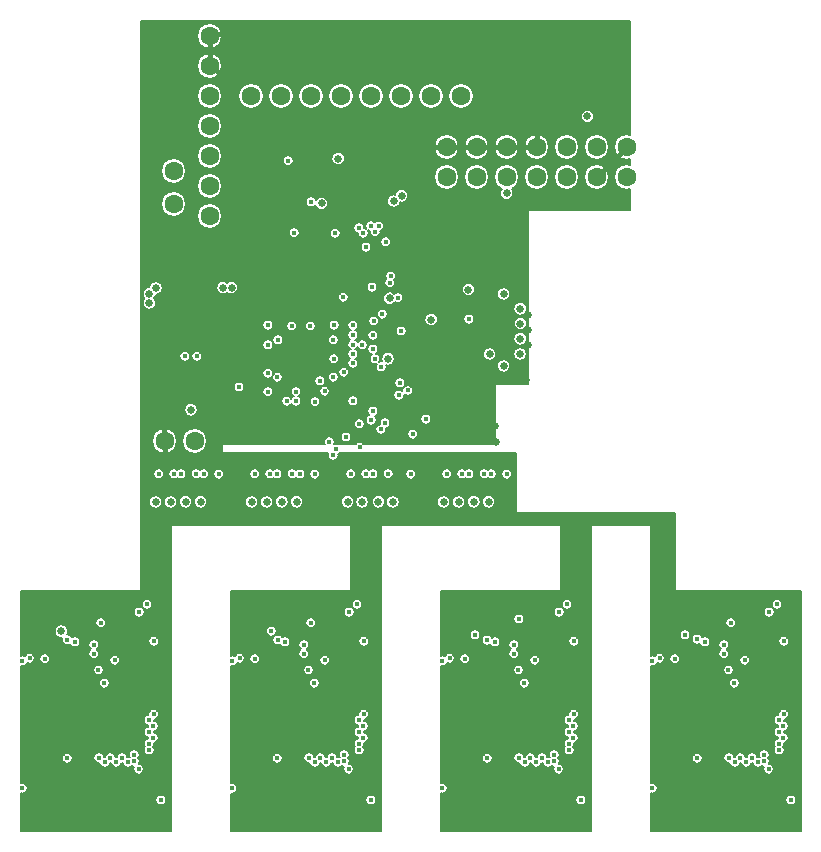
<source format=gbr>
G04 (created by PCBNEW-RS274X (2010-03-14)-final) date Thu 20 Jan 2011 12:09:16 PM EST*
G01*
G70*
G90*
%MOIN*%
G04 Gerber Fmt 3.4, Leading zero omitted, Abs format*
%FSLAX34Y34*%
G04 APERTURE LIST*
%ADD10C,0.001000*%
%ADD11C,0.063000*%
%ADD12C,0.016000*%
%ADD13C,0.025000*%
%ADD14C,0.015000*%
%ADD15C,0.005000*%
G04 APERTURE END LIST*
G54D10*
G54D11*
X22300Y10700D03*
X23300Y10700D03*
X23800Y24200D03*
X23800Y23200D03*
X23800Y22200D03*
X23800Y21200D03*
X23800Y20200D03*
X23800Y19200D03*
X23800Y18200D03*
X37700Y20500D03*
X37700Y19500D03*
X36700Y20500D03*
X36700Y19500D03*
X35700Y20500D03*
X35700Y19500D03*
X34700Y20500D03*
X34700Y19500D03*
X33700Y20500D03*
X33700Y19500D03*
X32700Y20500D03*
X32700Y19500D03*
X31700Y20500D03*
X31700Y19500D03*
X25190Y22210D03*
X26190Y22210D03*
X27190Y22210D03*
X28190Y22210D03*
X32190Y22210D03*
X31190Y22210D03*
X30190Y22210D03*
X29190Y22210D03*
X22600Y19700D03*
X22600Y18600D03*
G54D12*
X28571Y14226D03*
X28017Y10429D03*
X26308Y04007D03*
X26810Y09596D03*
X27168Y04643D03*
X28267Y12986D03*
X27922Y10221D03*
X41168Y04643D03*
X40308Y04007D03*
X33192Y09604D03*
X20168Y04643D03*
X29241Y13757D03*
X28893Y13902D03*
X29506Y11082D03*
X29522Y13174D03*
X29562Y14927D03*
X26424Y20046D03*
X29832Y16198D03*
X27987Y17620D03*
X30399Y12382D03*
X28927Y17617D03*
X30107Y12224D03*
X28776Y17806D03*
X29647Y11305D03*
X30077Y15478D03*
X29013Y17155D03*
X28575Y12037D03*
X31004Y11423D03*
X29319Y17680D03*
X29239Y11699D03*
X29169Y17869D03*
X26368Y12026D03*
X30140Y12639D03*
X29313Y13441D03*
X29267Y14701D03*
X29669Y17340D03*
G54D13*
X23500Y08676D03*
X26700Y08676D03*
X29904Y08668D03*
X33100Y08676D03*
G54D12*
X26623Y17647D03*
X29806Y15979D03*
X32444Y14757D03*
X28574Y13912D03*
X29240Y14216D03*
G54D13*
X33701Y18949D03*
G54D12*
X28574Y13589D03*
G54D13*
X29938Y18692D03*
X26204Y08672D03*
X29429Y08675D03*
X32604Y08672D03*
X23000Y08675D03*
G54D12*
X28575Y14550D03*
X27795Y10679D03*
G54D13*
X30200Y18876D03*
G54D12*
X19308Y04007D03*
X23599Y09608D03*
X20106Y00144D03*
X20303Y-00018D03*
X20495Y00138D03*
X20692Y-00014D03*
X20882Y00146D03*
X21083Y-00014D03*
X21431Y-00243D03*
X21291Y00018D03*
X21291Y00239D03*
X21786Y00397D03*
X21928Y00814D03*
X21785Y01007D03*
X21928Y01200D03*
X21783Y01397D03*
X21932Y01588D03*
X23352Y09610D03*
X19059Y04076D03*
X20637Y03386D03*
X21933Y04016D03*
X21453Y04989D03*
X22845Y09607D03*
G54D13*
X18858Y04355D03*
G54D12*
X22599Y09610D03*
X20296Y02623D03*
X18302Y03446D03*
X22102Y09607D03*
X20097Y03067D03*
X17798Y03451D03*
X27106Y00144D03*
X27303Y-00018D03*
X27495Y00138D03*
X27692Y-00014D03*
X27882Y00146D03*
X28083Y-00014D03*
X28431Y-00243D03*
X28291Y00018D03*
X28291Y00239D03*
X28786Y00397D03*
X21783Y00609D03*
X28783Y00609D03*
X28928Y00814D03*
X28785Y01007D03*
X28928Y01200D03*
X28783Y01397D03*
X28932Y01588D03*
X26552Y09610D03*
X26072Y04067D03*
X28453Y04989D03*
X28933Y04016D03*
X27637Y03386D03*
X26045Y09607D03*
X25858Y04355D03*
X25302Y03446D03*
X27296Y02623D03*
X25799Y09610D03*
X24798Y03451D03*
X27097Y03067D03*
X25302Y09607D03*
X34106Y00144D03*
X34303Y-00018D03*
X34495Y00138D03*
X34692Y-00014D03*
X34882Y00146D03*
X35083Y-00014D03*
X35431Y-00243D03*
X35291Y00018D03*
X35291Y00239D03*
X35786Y00397D03*
X35783Y00609D03*
X35928Y00814D03*
X35785Y01007D03*
X35928Y01200D03*
X35783Y01397D03*
X35932Y01588D03*
X28347Y10830D03*
G54D13*
X22500Y08668D03*
X25700Y08668D03*
X28887Y08666D03*
X32100Y08668D03*
G54D12*
X29752Y09610D03*
X33048Y04059D03*
X35453Y04989D03*
X35933Y04016D03*
X34637Y03386D03*
X29245Y09607D03*
X32650Y04239D03*
X28571Y13285D03*
X28798Y10483D03*
X33308Y04007D03*
X34107Y04765D03*
X32302Y03446D03*
X34296Y02623D03*
X28999Y09610D03*
X31798Y03451D03*
X34097Y03067D03*
X28502Y09607D03*
X41106Y00144D03*
X41303Y-00018D03*
X41495Y00138D03*
X41692Y-00014D03*
X41882Y00146D03*
X42083Y-00014D03*
X42431Y-00243D03*
X42291Y00018D03*
X42291Y00239D03*
X42786Y00397D03*
X42783Y00609D03*
X42928Y00814D03*
X42785Y01007D03*
X42928Y01200D03*
X42783Y01397D03*
X42932Y01588D03*
X28793Y11269D03*
X30569Y10923D03*
X29435Y17859D03*
G54D13*
X22000Y08668D03*
X25200Y08668D03*
X28398Y08672D03*
X31600Y08668D03*
G54D12*
X32952Y09610D03*
X40056Y04094D03*
X42453Y04989D03*
X42933Y04016D03*
X41637Y03386D03*
X32445Y09607D03*
X39650Y04239D03*
X39302Y03446D03*
X41296Y02623D03*
X32199Y09610D03*
X38798Y03451D03*
X41097Y03067D03*
X31702Y09607D03*
G54D13*
X34347Y12721D03*
X33841Y12721D03*
X33318Y11190D03*
X33164Y12401D03*
X31419Y10896D03*
X33171Y12797D03*
X33169Y13204D03*
X32059Y10699D03*
X33332Y10667D03*
G54D12*
X31596Y12439D03*
G54D13*
X31494Y11476D03*
X31853Y12042D03*
X32075Y13388D03*
X30760Y13396D03*
X23154Y14447D03*
X23159Y13895D03*
X23145Y15803D03*
X23830Y12858D03*
X22543Y12834D03*
X23830Y12519D03*
X23934Y11907D03*
X23960Y11399D03*
G54D12*
X25156Y10910D03*
X26499Y10654D03*
X26500Y13644D03*
X26735Y13803D03*
X26728Y13501D03*
X27261Y13803D03*
X27501Y13655D03*
X27258Y13492D03*
X30889Y12774D03*
G54D13*
X31190Y14261D03*
X22202Y11796D03*
X21976Y12067D03*
X22557Y12527D03*
G54D12*
X27955Y12329D03*
X23103Y09610D03*
X23849Y09593D03*
G54D13*
X32627Y24408D03*
X24854Y24415D03*
G54D12*
X26844Y14536D03*
X27472Y14541D03*
X26064Y14538D03*
X26375Y14858D03*
X25744Y13591D03*
X25747Y13294D03*
X26062Y12344D03*
X26057Y12022D03*
X26375Y11716D03*
X24813Y11422D03*
X27005Y12345D03*
X27926Y13132D03*
X27926Y13765D03*
X28272Y14545D03*
X27956Y14862D03*
X24823Y15788D03*
X27626Y12029D03*
X27627Y11409D03*
X28575Y11374D03*
X21276Y02380D03*
X21276Y01985D03*
X22391Y02194D03*
X22403Y02607D03*
X22391Y03008D03*
X19551Y03502D03*
X18707Y03465D03*
X21269Y03875D03*
X20648Y03166D03*
X20637Y03696D03*
X20172Y03696D03*
X22379Y03429D03*
X21987Y03594D03*
X22160Y05275D03*
X22387Y04651D03*
X18240Y01791D03*
X18243Y02191D03*
X18245Y02576D03*
X18545Y02845D03*
X18052Y03449D03*
X20276Y01575D03*
X19705Y00999D03*
X22348Y09611D03*
G54D13*
X22367Y-01901D03*
X17599Y-01896D03*
X24599Y-01896D03*
X29367Y-01901D03*
G54D12*
X25548Y09611D03*
X26705Y00999D03*
X27276Y01575D03*
X25052Y03449D03*
X25545Y02845D03*
X25245Y02576D03*
X25243Y02191D03*
X25240Y01791D03*
X29387Y04651D03*
X29160Y05275D03*
X28987Y03594D03*
X29379Y03429D03*
X27172Y03696D03*
X27637Y03696D03*
X27643Y03163D03*
X28269Y03875D03*
X25707Y03465D03*
X26551Y03502D03*
X29391Y03008D03*
X29403Y02607D03*
X29391Y02194D03*
X28276Y01985D03*
X28276Y02380D03*
X27049Y09593D03*
X26303Y09610D03*
G54D13*
X31599Y-01896D03*
X36367Y-01901D03*
G54D12*
X28748Y09611D03*
X33705Y00999D03*
X34276Y01575D03*
X32052Y03449D03*
X32545Y02845D03*
X32245Y02576D03*
X32243Y02191D03*
X32240Y01791D03*
X36387Y04651D03*
X36160Y05275D03*
X35987Y03594D03*
X36379Y03429D03*
X34172Y03696D03*
X34637Y03696D03*
X34643Y03157D03*
X35269Y03875D03*
X32707Y03465D03*
X33551Y03502D03*
X36391Y03008D03*
X36403Y02607D03*
X36391Y02194D03*
X35276Y01985D03*
X35276Y02380D03*
X30249Y09593D03*
X29503Y09610D03*
G54D13*
X38599Y-01896D03*
X43367Y-01901D03*
G54D12*
X31948Y09611D03*
X40705Y00999D03*
X41276Y01575D03*
X39052Y03449D03*
X39545Y02845D03*
X39245Y02576D03*
X39243Y02191D03*
X39240Y01791D03*
X43387Y04651D03*
X43160Y05275D03*
X42987Y03594D03*
X43379Y03429D03*
X41172Y03696D03*
X41637Y03696D03*
X41659Y03171D03*
X42269Y03875D03*
X39707Y03465D03*
X40551Y03502D03*
X43391Y03008D03*
X43403Y02607D03*
X43391Y02194D03*
X42276Y01985D03*
X42276Y02380D03*
X33449Y09593D03*
X32703Y09610D03*
G54D13*
X23145Y15803D03*
X23147Y15495D03*
X28445Y20106D03*
X30672Y18231D03*
X28139Y18598D03*
X25658Y20143D03*
X33936Y21504D03*
X34409Y13903D03*
X34406Y14391D03*
X34406Y14901D03*
G54D12*
X29526Y12851D03*
X24779Y12501D03*
X30189Y14362D03*
X27190Y18670D03*
G54D13*
X34156Y15108D03*
X34161Y14612D03*
X34156Y14107D03*
X34152Y13595D03*
G54D12*
X17558Y-00879D03*
X19061Y00117D03*
X26061Y00117D03*
X22174Y-01268D03*
X31558Y-00879D03*
X33061Y00117D03*
X36174Y-01268D03*
X40061Y00117D03*
X38558Y-00879D03*
X43174Y-01268D03*
X24547Y-00884D03*
X29174Y-01268D03*
X27475Y12705D03*
X27926Y12823D03*
X27951Y14557D03*
X26533Y14532D03*
X26071Y14073D03*
X26063Y12818D03*
G54D13*
X24241Y15810D03*
X24534Y15810D03*
G54D12*
X27163Y14535D03*
X25740Y14560D03*
X25739Y13902D03*
X25739Y12954D03*
X25741Y12345D03*
X26682Y12345D03*
X27631Y12354D03*
X28260Y15486D03*
X29216Y15828D03*
X29186Y11394D03*
X26679Y12024D03*
G54D13*
X29800Y15454D03*
X31190Y14748D03*
X32428Y15745D03*
X29748Y13441D03*
G54D12*
X27933Y13445D03*
X27928Y14074D03*
G54D13*
X36397Y21519D03*
X27534Y18618D03*
X28090Y20110D03*
G54D12*
X27314Y12013D03*
G54D13*
X22010Y15796D03*
X21794Y15607D03*
X21794Y15294D03*
X33132Y13592D03*
G54D12*
X22973Y13520D03*
X23368Y13516D03*
G54D13*
X23175Y11739D03*
G54D12*
X21714Y05251D03*
X19935Y03612D03*
X19939Y03911D03*
X17546Y03370D03*
X24099Y09594D03*
X27299Y09594D03*
X24546Y03370D03*
X26939Y03911D03*
X26935Y03612D03*
X28714Y05251D03*
X30499Y09594D03*
X31546Y03370D03*
X33939Y03911D03*
X33935Y03612D03*
X35714Y05251D03*
X33699Y09594D03*
X38546Y03370D03*
X40939Y03911D03*
X40935Y03612D03*
X42714Y05251D03*
G54D13*
X33601Y13205D03*
X33601Y15597D03*
G54D14*
X31700Y20500D02*
X32700Y20500D01*
X32700Y20500D02*
X33700Y20500D01*
X33700Y20500D02*
X34700Y20500D01*
X36700Y19500D02*
X37700Y20500D01*
X31700Y20500D02*
X31057Y20501D01*
X34700Y20500D02*
X34712Y21170D01*
X23800Y23200D02*
X23800Y24200D01*
X23800Y24200D02*
X24854Y24415D01*
X23800Y23200D02*
X24377Y22794D01*
X22300Y10700D02*
X22350Y09900D01*
X22300Y10700D02*
X22202Y11796D01*
G54D10*
G36*
X42619Y04920D02*
X42633Y04989D01*
X42783Y05085D01*
X42619Y04920D01*
X42619Y04920D01*
G37*
G54D15*
X42619Y04920D02*
X42633Y04989D01*
X42783Y05085D01*
X42619Y04920D01*
G54D10*
G36*
X42778Y-01589D02*
X42778Y-02300D01*
X41333Y-01589D01*
X42778Y-01589D01*
X42778Y-01589D01*
G37*
G54D15*
X42778Y-01589D02*
X42778Y-02300D01*
X41333Y-01589D01*
X42778Y-01589D01*
G54D10*
G36*
X43098Y01519D02*
X43112Y01588D01*
X43500Y01263D01*
X43098Y01519D01*
X43098Y01519D01*
G37*
G54D15*
X43098Y01519D02*
X43112Y01588D01*
X43500Y01263D01*
X43098Y01519D01*
G54D10*
G36*
X41706Y03220D02*
X41764Y03259D01*
X41476Y02623D01*
X41706Y03220D01*
X41706Y03220D01*
G37*
G54D15*
X41706Y03220D02*
X41764Y03259D01*
X41476Y02623D01*
X41706Y03220D01*
G54D10*
G36*
X41333Y-01589D02*
X42778Y-02300D01*
X41333Y-02300D01*
X41333Y-01589D01*
X41333Y-01589D01*
G37*
G54D15*
X41333Y-01589D02*
X42778Y-02300D01*
X41333Y-02300D01*
X41333Y-01589D01*
G54D10*
G36*
X42778Y05516D02*
X42645Y05417D01*
X42778Y05700D01*
X42778Y05516D01*
X42778Y05516D01*
G37*
G54D15*
X42778Y05516D02*
X42645Y05417D01*
X42778Y05700D01*
X42778Y05516D01*
G54D10*
G36*
X39889Y-01589D02*
X41176Y-00145D01*
X41333Y-01589D01*
X39889Y-01589D01*
X39889Y-01589D01*
G37*
G54D15*
X39889Y-01589D02*
X41176Y-00145D01*
X41333Y-01589D01*
X39889Y-01589D01*
G54D10*
G36*
X40979Y00271D02*
X40130Y00283D01*
X39889Y01253D01*
X40979Y00271D01*
X40979Y00271D01*
G37*
G54D15*
X40979Y00271D02*
X40130Y00283D01*
X39889Y01253D01*
X40979Y00271D01*
G54D10*
G36*
X39889Y05516D02*
X39889Y05700D01*
X41333Y05516D01*
X39889Y05516D01*
X39889Y05516D01*
G37*
G54D15*
X39889Y05516D02*
X39889Y05700D01*
X41333Y05516D01*
X39889Y05516D01*
G54D10*
G36*
X38500Y01215D02*
X38500Y01307D01*
X39889Y01253D01*
X38500Y01215D01*
X38500Y01215D01*
G37*
G54D15*
X38500Y01215D02*
X38500Y01307D01*
X39889Y01253D01*
X38500Y01215D01*
G54D10*
G36*
X39876Y04094D02*
X39816Y04170D01*
X39890Y04163D01*
X39876Y04094D01*
X39876Y04094D01*
G37*
G54D15*
X39876Y04094D02*
X39816Y04170D01*
X39890Y04163D01*
X39876Y04094D01*
G54D10*
G36*
X37700Y20929D02*
X37000Y21147D01*
X37800Y20958D01*
X37700Y20929D01*
X37700Y20929D01*
G37*
G54D15*
X37700Y20929D02*
X37000Y21147D01*
X37800Y20958D01*
X37700Y20929D01*
G54D10*
G36*
X37000Y22568D02*
X37800Y23989D01*
X37800Y22568D01*
X37000Y22568D01*
X37000Y22568D01*
G37*
G54D15*
X37000Y22568D02*
X37800Y23989D01*
X37800Y22568D01*
X37000Y22568D01*
G54D10*
G36*
X34111Y-01589D02*
X35304Y-00370D01*
X35556Y-01589D01*
X34111Y-01589D01*
X34111Y-01589D01*
G37*
G54D15*
X34111Y-01589D02*
X35304Y-00370D01*
X35556Y-01589D01*
X34111Y-01589D01*
G54D10*
G36*
X35556Y04095D02*
X34706Y03552D01*
X34234Y04638D01*
X35556Y04095D01*
X35556Y04095D01*
G37*
G54D15*
X35556Y04095D02*
X34706Y03552D01*
X34234Y04638D01*
X35556Y04095D01*
G54D10*
G36*
X36500Y06937D02*
X36500Y05456D01*
X35500Y05700D01*
X36500Y06937D01*
X36500Y06937D01*
G37*
G54D15*
X36500Y06937D02*
X36500Y05456D01*
X35500Y05700D01*
X36500Y06937D01*
G54D10*
G36*
X35556Y06937D02*
X35500Y07900D01*
X36500Y07900D01*
X35556Y06937D01*
X35556Y06937D01*
G37*
G54D15*
X35556Y06937D02*
X35500Y07900D01*
X36500Y07900D01*
X35556Y06937D01*
G54D10*
G36*
X37800Y22568D02*
X37800Y20958D01*
X37000Y21147D01*
X37800Y22568D01*
X37800Y22568D01*
G37*
G54D15*
X37800Y22568D02*
X37800Y20958D01*
X37000Y21147D01*
X37800Y22568D01*
G54D10*
G36*
X37000Y21147D02*
X36700Y20929D01*
X36558Y21358D01*
X37000Y21147D01*
X37000Y21147D01*
G37*
G54D15*
X37000Y21147D02*
X36700Y20929D01*
X36558Y21358D01*
X37000Y21147D01*
G54D10*
G36*
X37000Y23989D02*
X37800Y23989D01*
X37000Y22568D01*
X37000Y23989D01*
X37000Y23989D01*
G37*
G54D15*
X37000Y23989D02*
X37800Y23989D01*
X37000Y22568D01*
X37000Y23989D01*
G54D10*
G36*
X37000Y22568D02*
X35556Y22568D01*
X37000Y23989D01*
X37000Y22568D01*
X37000Y22568D01*
G37*
G54D15*
X37000Y22568D02*
X35556Y22568D01*
X37000Y23989D01*
X37000Y22568D01*
G54D10*
G36*
X35556Y23989D02*
X34111Y23989D01*
X35556Y24700D01*
X35556Y23989D01*
X35556Y23989D01*
G37*
G54D15*
X35556Y23989D02*
X34111Y23989D01*
X35556Y24700D01*
X35556Y23989D01*
G54D10*
G36*
X35556Y-01589D02*
X35556Y-02300D01*
X34111Y-01589D01*
X35556Y-01589D01*
X35556Y-01589D01*
G37*
G54D15*
X35556Y-01589D02*
X35556Y-02300D01*
X34111Y-01589D01*
X35556Y-01589D01*
G54D10*
G36*
X35556Y02674D02*
X34817Y03386D01*
X35806Y03889D01*
X35556Y02674D01*
X35556Y02674D01*
G37*
G54D15*
X35556Y02674D02*
X34817Y03386D01*
X35806Y03889D01*
X35556Y02674D01*
G54D10*
G36*
X32667Y-00168D02*
X31500Y-00168D01*
X32895Y00186D01*
X32667Y-00168D01*
X32667Y-00168D01*
G37*
G54D15*
X32667Y-00168D02*
X31500Y-00168D01*
X32895Y00186D01*
X32667Y-00168D01*
G54D10*
G36*
X35500Y07900D02*
X34111Y08300D01*
X35549Y08300D01*
X35500Y07900D01*
X35500Y07900D01*
G37*
G54D15*
X35500Y07900D02*
X34111Y08300D01*
X35549Y08300D01*
X35500Y07900D01*
G54D10*
G36*
X34400Y12600D02*
X34313Y13434D01*
X34400Y13480D01*
X34400Y12600D01*
X34400Y12600D01*
G37*
G54D15*
X34400Y12600D02*
X34313Y13434D01*
X34400Y13480D01*
X34400Y12600D01*
G54D10*
G36*
X34156Y14880D02*
X34243Y14898D01*
X34161Y14840D01*
X34156Y14880D01*
X34156Y14880D01*
G37*
G54D15*
X34156Y14880D02*
X34243Y14898D01*
X34161Y14840D01*
X34156Y14880D01*
G54D10*
G36*
X34111Y15463D02*
X33811Y15684D01*
X34400Y15463D01*
X34111Y15463D01*
X34111Y15463D01*
G37*
G54D15*
X34111Y15463D02*
X33811Y15684D01*
X34400Y15463D01*
X34111Y15463D01*
G54D10*
G36*
X34111Y16884D02*
X34111Y18305D01*
X34400Y16884D01*
X34111Y16884D01*
X34111Y16884D01*
G37*
G54D15*
X34111Y16884D02*
X34111Y18305D01*
X34400Y16884D01*
X34111Y16884D01*
G54D10*
G36*
X35556Y21147D02*
X34700Y20929D01*
X35556Y22568D01*
X35556Y21147D01*
X35556Y21147D01*
G37*
G54D15*
X35556Y21147D02*
X34700Y20929D01*
X35556Y22568D01*
X35556Y21147D01*
G54D10*
G36*
X37000Y23989D02*
X35556Y22568D01*
X35556Y23989D01*
X37000Y23989D01*
X37000Y23989D01*
G37*
G54D15*
X37000Y23989D02*
X35556Y22568D01*
X35556Y23989D01*
X37000Y23989D01*
G54D10*
G36*
X35556Y22568D02*
X34111Y22568D01*
X35556Y23989D01*
X35556Y22568D01*
X35556Y22568D01*
G37*
G54D15*
X35556Y22568D02*
X34111Y22568D01*
X35556Y23989D01*
X35556Y22568D01*
G54D10*
G36*
X32667Y23989D02*
X33389Y24700D01*
X34111Y23989D01*
X32667Y23989D01*
X32667Y23989D01*
G37*
G54D15*
X32667Y23989D02*
X33389Y24700D01*
X34111Y23989D01*
X32667Y23989D01*
G54D10*
G36*
X34372Y-00184D02*
X34692Y-00194D01*
X34111Y-01589D01*
X34372Y-00184D01*
X34372Y-00184D01*
G37*
G54D15*
X34372Y-00184D02*
X34692Y-00194D01*
X34111Y-01589D01*
X34372Y-00184D01*
G54D10*
G36*
X34111Y-01589D02*
X34111Y-02300D01*
X32667Y-02300D01*
X34111Y-01589D01*
X34111Y-01589D01*
G37*
G54D15*
X34111Y-01589D02*
X34111Y-02300D01*
X32667Y-02300D01*
X34111Y-01589D01*
G54D10*
G36*
X32667Y-00168D02*
X33061Y-00063D01*
X32667Y-01589D01*
X32667Y-00168D01*
X32667Y-00168D01*
G37*
G54D15*
X32667Y-00168D02*
X33061Y-00063D01*
X32667Y-01589D01*
X32667Y-00168D01*
G54D10*
G36*
X35556Y06937D02*
X36500Y07900D01*
X36500Y06937D01*
X35556Y06937D01*
X35556Y06937D01*
G37*
G54D15*
X35556Y06937D02*
X36500Y07900D01*
X36500Y06937D01*
X35556Y06937D01*
G54D10*
G36*
X32667Y11200D02*
X33300Y12600D01*
X33300Y11200D01*
X32667Y11200D01*
X32667Y11200D01*
G37*
G54D15*
X32667Y11200D02*
X33300Y12600D01*
X33300Y11200D01*
X32667Y11200D01*
G54D10*
G36*
X34400Y16884D02*
X34400Y15463D01*
X33762Y15758D01*
X34400Y16884D01*
X34400Y16884D01*
G37*
G54D15*
X34400Y16884D02*
X34400Y15463D01*
X33762Y15758D01*
X34400Y16884D01*
G54D10*
G36*
X34111Y15463D02*
X34069Y15318D01*
X33811Y15510D01*
X34111Y15463D01*
X34111Y15463D01*
G37*
G54D15*
X34111Y15463D02*
X34069Y15318D01*
X33811Y15510D01*
X34111Y15463D01*
G54D10*
G36*
X34400Y18400D02*
X34400Y16884D01*
X34111Y18305D01*
X34400Y18400D01*
X34400Y18400D01*
G37*
G54D15*
X34400Y18400D02*
X34400Y16884D01*
X34111Y18305D01*
X34400Y18400D01*
G54D10*
G36*
X34111Y16884D02*
X32667Y16884D01*
X34111Y18305D01*
X34111Y16884D01*
X34111Y16884D01*
G37*
G54D15*
X34111Y16884D02*
X32667Y16884D01*
X34111Y18305D01*
X34111Y16884D01*
G54D10*
G36*
X34304Y19664D02*
X34271Y19500D01*
X34096Y19664D01*
X34304Y19664D01*
X34304Y19664D01*
G37*
G54D15*
X34304Y19664D02*
X34271Y19500D01*
X34096Y19664D01*
X34304Y19664D01*
G54D10*
G36*
X35556Y22568D02*
X34700Y20929D01*
X34111Y22568D01*
X35556Y22568D01*
X35556Y22568D01*
G37*
G54D15*
X35556Y22568D02*
X34700Y20929D01*
X34111Y22568D01*
X35556Y22568D01*
G54D10*
G36*
X33700Y20929D02*
X32586Y22046D01*
X34111Y21147D01*
X33700Y20929D01*
X33700Y20929D01*
G37*
G54D15*
X33700Y20929D02*
X32586Y22046D01*
X34111Y21147D01*
X33700Y20929D01*
G54D10*
G36*
X35556Y23989D02*
X34111Y22568D01*
X34111Y23989D01*
X35556Y23989D01*
X35556Y23989D01*
G37*
G54D15*
X35556Y23989D02*
X34111Y22568D01*
X34111Y23989D01*
X35556Y23989D01*
G54D10*
G36*
X34111Y22568D02*
X32667Y22568D01*
X34111Y23989D01*
X34111Y22568D01*
X34111Y22568D01*
G37*
G54D15*
X34111Y22568D02*
X32667Y22568D01*
X34111Y23989D01*
X34111Y22568D01*
G54D10*
G36*
X32667Y10600D02*
X31453Y10600D01*
X32667Y11200D01*
X32667Y10600D01*
X32667Y10600D01*
G37*
G54D15*
X32667Y10600D02*
X31453Y10600D01*
X32667Y11200D01*
X32667Y10600D01*
G54D10*
G36*
X32667Y-01589D02*
X33130Y-00049D01*
X34111Y-01589D01*
X32667Y-01589D01*
X32667Y-01589D01*
G37*
G54D15*
X32667Y-01589D02*
X33130Y-00049D01*
X34111Y-01589D01*
X32667Y-01589D01*
G54D10*
G36*
X32667Y02674D02*
X32468Y03377D01*
X33239Y03841D01*
X32667Y02674D01*
X32667Y02674D01*
G37*
G54D15*
X32667Y02674D02*
X32468Y03377D01*
X33239Y03841D01*
X32667Y02674D01*
G54D10*
G36*
X32667Y05516D02*
X32667Y05700D01*
X34111Y05700D01*
X32667Y05516D01*
X32667Y05516D01*
G37*
G54D15*
X32667Y05516D02*
X32667Y05700D01*
X34111Y05700D01*
X32667Y05516D01*
G54D10*
G36*
X31500Y05700D02*
X32667Y05516D01*
X31500Y05270D01*
X31500Y05700D01*
X31500Y05700D01*
G37*
G54D15*
X31500Y05700D02*
X32667Y05516D01*
X31500Y05270D01*
X31500Y05700D01*
G54D10*
G36*
X34000Y08300D02*
X33310Y08589D01*
X34000Y08403D01*
X34000Y08300D01*
X34000Y08300D01*
G37*
G54D15*
X34000Y08300D02*
X33310Y08589D01*
X34000Y08403D01*
X34000Y08300D01*
G54D10*
G36*
X31687Y08458D02*
X31723Y07900D01*
X31600Y08440D01*
X31687Y08458D01*
X31687Y08458D01*
G37*
G54D15*
X31687Y08458D02*
X31723Y07900D01*
X31600Y08440D01*
X31687Y08458D01*
G54D10*
G36*
X34111Y12621D02*
X34400Y12600D01*
X34111Y12600D01*
X34111Y12621D01*
X34111Y12621D01*
G37*
G54D15*
X34111Y12621D02*
X34400Y12600D01*
X34111Y12600D01*
X34111Y12621D01*
G54D10*
G36*
X31222Y11200D02*
X31184Y11423D01*
X32667Y11200D01*
X31222Y11200D01*
X31222Y11200D01*
G37*
G54D15*
X31222Y11200D02*
X31184Y11423D01*
X32667Y11200D01*
X31222Y11200D01*
G54D10*
G36*
X32905Y13592D02*
X32922Y13505D01*
X31222Y14042D01*
X32905Y13592D01*
X32905Y13592D01*
G37*
G54D15*
X32905Y13592D02*
X32922Y13505D01*
X31222Y14042D01*
X32905Y13592D01*
G54D10*
G36*
X31222Y14042D02*
X32317Y14630D01*
X32667Y14042D01*
X31222Y14042D01*
X31222Y14042D01*
G37*
G54D15*
X31222Y14042D02*
X32317Y14630D01*
X32667Y14042D01*
X31222Y14042D01*
G54D10*
G36*
X34111Y16884D02*
X34400Y16884D01*
X33762Y15758D01*
X34111Y16884D01*
X34111Y16884D01*
G37*
G54D15*
X34111Y16884D02*
X34400Y16884D01*
X33762Y15758D01*
X34111Y16884D01*
G54D10*
G36*
X32667Y15463D02*
X32444Y14937D01*
X32428Y15517D01*
X32667Y15463D01*
X32667Y15463D01*
G37*
G54D15*
X32667Y15463D02*
X32444Y14937D01*
X32428Y15517D01*
X32667Y15463D01*
G54D10*
G36*
X34111Y18305D02*
X32667Y16884D01*
X32667Y18305D01*
X34111Y18305D01*
X34111Y18305D01*
G37*
G54D15*
X34111Y18305D02*
X32667Y16884D01*
X32667Y18305D01*
X34111Y18305D01*
G54D10*
G36*
X32667Y16884D02*
X31222Y16884D01*
X32667Y18305D01*
X32667Y16884D01*
X32667Y16884D01*
G37*
G54D15*
X32667Y16884D02*
X31222Y16884D01*
X32667Y18305D01*
X32667Y16884D01*
G54D10*
G36*
X32667Y21147D02*
X32864Y20896D01*
X32700Y20929D01*
X32667Y21147D01*
X32667Y21147D01*
G37*
G54D15*
X32667Y21147D02*
X32864Y20896D01*
X32700Y20929D01*
X32667Y21147D01*
G54D10*
G36*
X34111Y22568D02*
X34111Y21147D01*
X32586Y22046D01*
X34111Y22568D01*
X34111Y22568D01*
G37*
G54D15*
X34111Y22568D02*
X34111Y21147D01*
X32586Y22046D01*
X34111Y22568D01*
G54D10*
G36*
X32397Y20803D02*
X32003Y20803D01*
X32667Y21147D01*
X32397Y20803D01*
X32397Y20803D01*
G37*
G54D15*
X32397Y20803D02*
X32003Y20803D01*
X32667Y21147D01*
X32397Y20803D01*
G54D10*
G36*
X34111Y23989D02*
X32667Y22568D01*
X32667Y23989D01*
X34111Y23989D01*
X34111Y23989D01*
G37*
G54D15*
X34111Y23989D02*
X32667Y22568D01*
X32667Y23989D01*
X34111Y23989D01*
G54D10*
G36*
X31500Y-00168D02*
X31500Y01253D01*
X32895Y00186D01*
X31500Y-00168D01*
X31500Y-00168D01*
G37*
G54D15*
X31500Y-00168D02*
X31500Y01253D01*
X32895Y00186D01*
X31500Y-00168D01*
G54D10*
G36*
X32667Y02674D02*
X32667Y01253D01*
X31500Y01253D01*
X32667Y02674D01*
X32667Y02674D01*
G37*
G54D15*
X32667Y02674D02*
X32667Y01253D01*
X31500Y01253D01*
X32667Y02674D01*
G54D10*
G36*
X31500Y-00608D02*
X31500Y-00168D01*
X31627Y-00713D01*
X31500Y-00608D01*
X31500Y-00608D01*
G37*
G54D15*
X31500Y-00608D02*
X31500Y-00168D01*
X31627Y-00713D01*
X31500Y-00608D01*
G54D10*
G36*
X31184Y11423D02*
X31170Y11492D01*
X32667Y11200D01*
X31184Y11423D01*
X31184Y11423D01*
G37*
G54D15*
X31184Y11423D02*
X31170Y11492D01*
X32667Y11200D01*
X31184Y11423D01*
G54D10*
G36*
X31004Y11243D02*
X31222Y11200D01*
X30749Y10923D01*
X31004Y11243D01*
X31004Y11243D01*
G37*
G54D15*
X31004Y11243D02*
X31222Y11200D01*
X30749Y10923D01*
X31004Y11243D01*
G54D10*
G36*
X32667Y14042D02*
X32905Y13592D01*
X31222Y14042D01*
X32667Y14042D01*
X32667Y14042D01*
G37*
G54D15*
X32667Y14042D02*
X32905Y13592D01*
X31222Y14042D01*
X32667Y14042D01*
G54D10*
G36*
X28702Y12164D02*
X29453Y13008D01*
X29778Y12621D01*
X28702Y12164D01*
X28702Y12164D01*
G37*
G54D15*
X28702Y12164D02*
X29453Y13008D01*
X29778Y12621D01*
X28702Y12164D01*
G54D10*
G36*
X32667Y18305D02*
X31222Y16884D01*
X31222Y18305D01*
X32667Y18305D01*
X32667Y18305D01*
G37*
G54D15*
X32667Y18305D02*
X31222Y16884D01*
X31222Y18305D01*
X32667Y18305D01*
G54D10*
G36*
X29778Y16884D02*
X29179Y17086D01*
X29600Y17174D01*
X29778Y16884D01*
X29778Y16884D01*
G37*
G54D15*
X29778Y16884D02*
X29179Y17086D01*
X29600Y17174D01*
X29778Y16884D01*
G54D10*
G36*
X31864Y20896D02*
X31700Y20929D01*
X32026Y21814D01*
X31864Y20896D01*
X31864Y20896D01*
G37*
G54D15*
X31864Y20896D02*
X31700Y20929D01*
X32026Y21814D01*
X31864Y20896D01*
G54D10*
G36*
X31190Y22639D02*
X31222Y23989D01*
X31354Y22606D01*
X31190Y22639D01*
X31190Y22639D01*
G37*
G54D15*
X31190Y22639D02*
X31222Y23989D01*
X31354Y22606D01*
X31190Y22639D01*
G54D10*
G36*
X31222Y23989D02*
X30354Y22606D01*
X29778Y23989D01*
X31222Y23989D01*
X31222Y23989D01*
G37*
G54D15*
X31222Y23989D02*
X30354Y22606D01*
X29778Y23989D01*
X31222Y23989D01*
G54D10*
G36*
X28500Y07900D02*
X28887Y08438D01*
X29500Y07900D01*
X28500Y07900D01*
X28500Y07900D01*
G37*
G54D15*
X28500Y07900D02*
X28887Y08438D01*
X29500Y07900D01*
X28500Y07900D01*
G54D10*
G36*
X28333Y05516D02*
X26889Y05516D01*
X28333Y05700D01*
X28333Y05516D01*
X28333Y05516D01*
G37*
G54D15*
X28333Y05516D02*
X26889Y05516D01*
X28333Y05700D01*
X28333Y05516D01*
G54D10*
G36*
X29778Y16884D02*
X29835Y17271D01*
X31222Y16884D01*
X29778Y16884D01*
X29778Y16884D01*
G37*
G54D15*
X29778Y16884D02*
X29835Y17271D01*
X31222Y16884D01*
X29778Y16884D01*
G54D10*
G36*
X31222Y19726D02*
X31397Y20197D01*
X31397Y19803D01*
X31222Y19726D01*
X31222Y19726D01*
G37*
G54D15*
X31222Y19726D02*
X31397Y20197D01*
X31397Y19803D01*
X31222Y19726D01*
G54D10*
G36*
X29778Y19726D02*
X29777Y18853D01*
X28333Y19726D01*
X29778Y19726D01*
X29778Y19726D01*
G37*
G54D15*
X29778Y19726D02*
X29777Y18853D01*
X28333Y19726D01*
X29778Y19726D01*
G54D10*
G36*
X28318Y20110D02*
X28300Y20197D01*
X29778Y19726D01*
X28318Y20110D01*
X28318Y20110D01*
G37*
G54D15*
X28318Y20110D02*
X28300Y20197D01*
X29778Y19726D01*
X28318Y20110D01*
G54D10*
G36*
X27692Y-00194D02*
X28304Y-00370D01*
X28333Y-01589D01*
X27692Y-00194D01*
X27692Y-00194D01*
G37*
G54D15*
X27692Y-00194D02*
X28304Y-00370D01*
X28333Y-01589D01*
X27692Y-00194D01*
G54D10*
G36*
X28333Y-01589D02*
X28333Y-02300D01*
X26889Y-01589D01*
X28333Y-01589D01*
X28333Y-01589D01*
G37*
G54D15*
X28333Y-01589D02*
X28333Y-02300D01*
X26889Y-01589D01*
X28333Y-01589D01*
G54D10*
G36*
X28806Y03889D02*
X28864Y03850D01*
X27817Y03386D01*
X28806Y03889D01*
X28806Y03889D01*
G37*
G54D15*
X28806Y03889D02*
X28864Y03850D01*
X27817Y03386D01*
X28806Y03889D01*
G54D10*
G36*
X28333Y04095D02*
X27334Y04574D01*
X28326Y04862D01*
X28333Y04095D01*
X28333Y04095D01*
G37*
G54D15*
X28333Y04095D02*
X27334Y04574D01*
X28326Y04862D01*
X28333Y04095D01*
G54D10*
G36*
X29778Y08358D02*
X29817Y08458D01*
X29904Y08440D01*
X29778Y08358D01*
X29778Y08358D01*
G37*
G54D15*
X29778Y08358D02*
X29817Y08458D01*
X29904Y08440D01*
X29778Y08358D01*
G54D10*
G36*
X28088Y10152D02*
X28102Y10221D01*
X28145Y10300D01*
X28088Y10152D01*
X28088Y10152D01*
G37*
G54D15*
X28088Y10152D02*
X28102Y10221D01*
X28145Y10300D01*
X28088Y10152D01*
G54D10*
G36*
X28333Y09779D02*
X28433Y09773D01*
X28375Y09734D01*
X28333Y09779D01*
X28333Y09779D01*
G37*
G54D15*
X28333Y09779D02*
X28433Y09773D01*
X28375Y09734D01*
X28333Y09779D01*
G54D10*
G36*
X28433Y12917D02*
X28644Y12203D01*
X28394Y12859D01*
X28433Y12917D01*
X28433Y12917D01*
G37*
G54D15*
X28433Y12917D02*
X28644Y12203D01*
X28394Y12859D01*
X28433Y12917D01*
G54D10*
G36*
X31222Y16884D02*
X31222Y15463D01*
X30012Y16198D01*
X31222Y16884D01*
X31222Y16884D01*
G37*
G54D15*
X31222Y16884D02*
X31222Y15463D01*
X30012Y16198D01*
X31222Y16884D01*
G54D10*
G36*
X28409Y14619D02*
X28131Y14557D01*
X28117Y14626D01*
X28409Y14619D01*
X28409Y14619D01*
G37*
G54D15*
X28409Y14619D02*
X28131Y14557D01*
X28117Y14626D01*
X28409Y14619D01*
G54D10*
G36*
X28944Y16989D02*
X29089Y15955D01*
X28333Y16884D01*
X28944Y16989D01*
X28944Y16989D01*
G37*
G54D15*
X28944Y16989D02*
X29089Y15955D01*
X28333Y16884D01*
X28944Y16989D01*
G54D10*
G36*
X28333Y19726D02*
X28318Y20110D01*
X29778Y19726D01*
X28333Y19726D01*
X28333Y19726D01*
G37*
G54D15*
X28333Y19726D02*
X28318Y20110D01*
X29778Y19726D01*
X28333Y19726D01*
G54D10*
G36*
X27354Y21814D02*
X28026Y21814D01*
X28333Y21147D01*
X27354Y21814D01*
X27354Y21814D01*
G37*
G54D15*
X27354Y21814D02*
X28026Y21814D01*
X28333Y21147D01*
X27354Y21814D01*
G54D10*
G36*
X28354Y22606D02*
X29026Y22606D01*
X28887Y22513D01*
X28354Y22606D01*
X28354Y22606D01*
G37*
G54D15*
X28354Y22606D02*
X29026Y22606D01*
X28887Y22513D01*
X28354Y22606D01*
G54D10*
G36*
X28333Y23989D02*
X27354Y22606D01*
X26889Y23989D01*
X28333Y23989D01*
X28333Y23989D01*
G37*
G54D15*
X28333Y23989D02*
X27354Y22606D01*
X26889Y23989D01*
X28333Y23989D01*
G54D10*
G36*
X27372Y-00184D02*
X27692Y-00194D01*
X26889Y-01589D01*
X27372Y-00184D01*
X27372Y-00184D01*
G37*
G54D15*
X27372Y-00184D02*
X27692Y-00194D01*
X26889Y-01589D01*
X27372Y-00184D01*
G54D10*
G36*
X26889Y-01589D02*
X26889Y-02300D01*
X25444Y-02300D01*
X26889Y-01589D01*
X26889Y-01589D01*
G37*
G54D15*
X26889Y-01589D02*
X26889Y-02300D01*
X25444Y-02300D01*
X26889Y-01589D01*
G54D10*
G36*
X26889Y02674D02*
X27169Y02496D01*
X26889Y01253D01*
X26889Y02674D01*
X26889Y02674D01*
G37*
G54D15*
X26889Y02674D02*
X27169Y02496D01*
X26889Y01253D01*
X26889Y02674D01*
G54D10*
G36*
X28333Y04095D02*
X28806Y03889D01*
X27817Y03386D01*
X28333Y04095D01*
X28333Y04095D01*
G37*
G54D15*
X28333Y04095D02*
X28806Y03889D01*
X27817Y03386D01*
X28333Y04095D01*
G54D10*
G36*
X28333Y01253D02*
X27495Y00318D01*
X26889Y01253D01*
X28333Y01253D01*
X28333Y01253D01*
G37*
G54D15*
X28333Y01253D02*
X27495Y00318D01*
X26889Y01253D01*
X28333Y01253D01*
G54D10*
G36*
X25444Y01253D02*
X25444Y02674D01*
X26889Y02674D01*
X25444Y01253D01*
X25444Y01253D01*
G37*
G54D15*
X25444Y01253D02*
X25444Y02674D01*
X26889Y02674D01*
X25444Y01253D01*
G54D10*
G36*
X26889Y05516D02*
X26889Y05700D01*
X28333Y05700D01*
X26889Y05516D01*
X26889Y05516D01*
G37*
G54D15*
X26889Y05516D02*
X26889Y05700D01*
X28333Y05700D01*
X26889Y05516D01*
G54D10*
G36*
X26204Y08444D02*
X26291Y08462D01*
X25930Y07900D01*
X26204Y08444D01*
X26204Y08444D01*
G37*
G54D15*
X26204Y08444D02*
X26291Y08462D01*
X25930Y07900D01*
X26204Y08444D01*
G54D10*
G36*
X26114Y09773D02*
X26351Y10300D01*
X26483Y09776D01*
X26114Y09773D01*
X26114Y09773D01*
G37*
G54D15*
X26114Y09773D02*
X26351Y10300D01*
X26483Y09776D01*
X26114Y09773D01*
G54D10*
G36*
X28333Y18305D02*
X27695Y18457D01*
X27744Y18531D01*
X28333Y18305D01*
X28333Y18305D01*
G37*
G54D15*
X28333Y18305D02*
X27695Y18457D01*
X27744Y18531D01*
X28333Y18305D01*
G54D10*
G36*
X25444Y15463D02*
X25444Y16884D01*
X26889Y16884D01*
X25444Y15463D01*
X25444Y15463D01*
G37*
G54D15*
X25444Y15463D02*
X25444Y16884D01*
X26889Y16884D01*
X25444Y15463D01*
G54D10*
G36*
X24229Y21200D02*
X25026Y21814D01*
X25444Y21147D01*
X24229Y21200D01*
X24229Y21200D01*
G37*
G54D15*
X24229Y21200D02*
X25026Y21814D01*
X25444Y21147D01*
X24229Y21200D01*
G54D10*
G36*
X26889Y23989D02*
X26190Y22639D01*
X25444Y23989D01*
X26889Y23989D01*
X26889Y23989D01*
G37*
G54D15*
X26889Y23989D02*
X26190Y22639D01*
X25444Y23989D01*
X26889Y23989D01*
G54D10*
G36*
X25444Y-01589D02*
X26061Y-00063D01*
X26889Y-01589D01*
X25444Y-01589D01*
X25444Y-01589D01*
G37*
G54D15*
X25444Y-01589D02*
X26061Y-00063D01*
X26889Y-01589D01*
X25444Y-01589D01*
G54D10*
G36*
X26889Y02674D02*
X26889Y01253D01*
X25444Y01253D01*
X26889Y02674D01*
X26889Y02674D01*
G37*
G54D15*
X26889Y02674D02*
X26889Y01253D01*
X25444Y01253D01*
X26889Y02674D01*
G54D10*
G36*
X25444Y02674D02*
X24500Y01253D01*
X24500Y02674D01*
X25444Y02674D01*
X25444Y02674D01*
G37*
G54D15*
X25444Y02674D02*
X24500Y01253D01*
X24500Y02674D01*
X25444Y02674D01*
G54D10*
G36*
X25444Y12621D02*
X24906Y12628D01*
X25559Y12954D01*
X25444Y12621D01*
X25444Y12621D01*
G37*
G54D15*
X25444Y12621D02*
X24906Y12628D01*
X25559Y12954D01*
X25444Y12621D01*
G54D10*
G36*
X22997Y10397D02*
X22845Y09787D01*
X22603Y10397D01*
X22997Y10397D01*
X22997Y10397D01*
G37*
G54D15*
X22997Y10397D02*
X22845Y09787D01*
X22603Y10397D01*
X22997Y10397D01*
G54D10*
G36*
X26889Y16884D02*
X26889Y15463D01*
X25444Y15463D01*
X26889Y16884D01*
X26889Y16884D01*
G37*
G54D15*
X26889Y16884D02*
X26889Y15463D01*
X25444Y15463D01*
X26889Y16884D01*
G54D10*
G36*
X25444Y14042D02*
X24779Y12681D01*
X24000Y14042D01*
X25444Y14042D01*
X25444Y14042D01*
G37*
G54D15*
X25444Y14042D02*
X24779Y12681D01*
X24000Y14042D01*
X25444Y14042D01*
G54D10*
G36*
X26789Y17716D02*
X27821Y17689D01*
X26803Y17647D01*
X26789Y17716D01*
X26789Y17716D01*
G37*
G54D15*
X26789Y17716D02*
X27821Y17689D01*
X26803Y17647D01*
X26789Y17716D01*
G54D10*
G36*
X22556Y15463D02*
X24014Y15810D01*
X24000Y15463D01*
X22556Y15463D01*
X22556Y15463D01*
G37*
G54D15*
X22556Y15463D02*
X24014Y15810D01*
X24000Y15463D01*
X22556Y15463D01*
G54D10*
G36*
X26590Y20115D02*
X27880Y20197D01*
X26889Y19726D01*
X26590Y20115D01*
X26590Y20115D01*
G37*
G54D15*
X26590Y20115D02*
X27880Y20197D01*
X26889Y19726D01*
X26590Y20115D01*
G54D10*
G36*
X22556Y16884D02*
X23636Y17804D01*
X24000Y16884D01*
X22556Y16884D01*
X22556Y16884D01*
G37*
G54D15*
X22556Y16884D02*
X23636Y17804D01*
X24000Y16884D01*
X22556Y16884D01*
G54D10*
G36*
X26889Y22568D02*
X26354Y22606D01*
X26889Y23989D01*
X26889Y22568D01*
X26889Y22568D01*
G37*
G54D15*
X26889Y22568D02*
X26354Y22606D01*
X26889Y23989D01*
X26889Y22568D01*
G54D10*
G36*
X25444Y-00168D02*
X25444Y-01589D01*
X24727Y-00884D01*
X25444Y-00168D01*
X25444Y-00168D01*
G37*
G54D15*
X25444Y-00168D02*
X25444Y-01589D01*
X24727Y-00884D01*
X25444Y-00168D01*
G54D10*
G36*
X25444Y01253D02*
X25444Y-00168D01*
X24500Y-00168D01*
X25444Y01253D01*
X25444Y01253D01*
G37*
G54D15*
X25444Y01253D02*
X25444Y-00168D01*
X24500Y-00168D01*
X25444Y01253D01*
G54D10*
G36*
X25444Y02674D02*
X25444Y01253D01*
X24500Y01253D01*
X25444Y02674D01*
X25444Y02674D01*
G37*
G54D15*
X25444Y02674D02*
X25444Y01253D01*
X24500Y01253D01*
X25444Y02674D01*
G54D10*
G36*
X25444Y05516D02*
X25692Y04424D01*
X24500Y04095D01*
X25444Y05516D01*
X25444Y05516D01*
G37*
G54D15*
X25444Y05516D02*
X25692Y04424D01*
X24500Y04095D01*
X25444Y05516D01*
G54D10*
G36*
X24000Y16884D02*
X24103Y17897D01*
X25444Y16884D01*
X24000Y16884D01*
X24000Y16884D01*
G37*
G54D15*
X24000Y16884D02*
X24103Y17897D01*
X25444Y16884D01*
X24000Y16884D01*
G54D10*
G36*
X22556Y14042D02*
X22556Y15463D01*
X24000Y15463D01*
X22556Y14042D01*
X22556Y14042D01*
G37*
G54D15*
X22556Y14042D02*
X22556Y15463D01*
X24000Y15463D01*
X22556Y14042D01*
G54D10*
G36*
X25444Y16884D02*
X24621Y16020D01*
X24000Y16884D01*
X25444Y16884D01*
X25444Y16884D01*
G37*
G54D15*
X25444Y16884D02*
X24621Y16020D01*
X24000Y16884D01*
X25444Y16884D01*
G54D10*
G36*
X21933Y03836D02*
X22500Y02810D01*
X21111Y02674D01*
X21933Y03836D01*
X21933Y03836D01*
G37*
G54D15*
X21933Y03836D02*
X22500Y02810D01*
X21111Y02674D01*
X21933Y03836D01*
G54D10*
G36*
X23728Y08676D02*
X23710Y08763D01*
X24000Y08358D01*
X23728Y08676D01*
X23728Y08676D01*
G37*
G54D15*
X23728Y08676D02*
X23710Y08763D01*
X24000Y08358D01*
X23728Y08676D01*
G54D10*
G36*
X22500Y07900D02*
X21500Y07207D01*
X22000Y08440D01*
X22500Y07900D01*
X22500Y07900D01*
G37*
G54D15*
X22500Y07900D02*
X21500Y07207D01*
X22000Y08440D01*
X22500Y07900D01*
G54D10*
G36*
X24000Y15463D02*
X24000Y14042D01*
X22556Y14042D01*
X24000Y15463D01*
X24000Y15463D01*
G37*
G54D15*
X24000Y15463D02*
X24000Y14042D01*
X22556Y14042D01*
X24000Y15463D01*
G54D10*
G36*
X21500Y11161D02*
X21500Y12621D01*
X22136Y11096D01*
X21500Y11161D01*
X21500Y11161D01*
G37*
G54D15*
X21500Y11161D02*
X21500Y12621D01*
X22136Y11096D01*
X21500Y11161D01*
G54D10*
G36*
X22556Y14042D02*
X22793Y13520D01*
X21500Y13921D01*
X22556Y14042D01*
X22556Y14042D01*
G37*
G54D15*
X22556Y14042D02*
X22793Y13520D01*
X21500Y13921D01*
X22556Y14042D01*
G54D10*
G36*
X23404Y21036D02*
X23404Y20364D01*
X22556Y21147D01*
X23404Y21036D01*
X23404Y21036D01*
G37*
G54D15*
X23404Y21036D02*
X23404Y20364D01*
X22556Y21147D01*
X23404Y21036D01*
G54D10*
G36*
X21111Y-01589D02*
X21111Y-02300D01*
X19667Y-01589D01*
X21111Y-01589D01*
X21111Y-01589D01*
G37*
G54D15*
X21111Y-01589D02*
X21111Y-02300D01*
X19667Y-01589D01*
X21111Y-01589D01*
G54D10*
G36*
X21841Y05124D02*
X22500Y04184D01*
X22002Y04182D01*
X21841Y05124D01*
X21841Y05124D01*
G37*
G54D15*
X21841Y05124D02*
X22500Y04184D01*
X22002Y04182D01*
X21841Y05124D01*
G54D10*
G36*
X22556Y11200D02*
X22603Y11003D01*
X22464Y11096D01*
X22556Y11200D01*
X22556Y11200D01*
G37*
G54D15*
X22556Y11200D02*
X22603Y11003D01*
X22464Y11096D01*
X22556Y11200D01*
G54D10*
G36*
X22238Y15796D02*
X22220Y15883D01*
X22556Y15463D01*
X22238Y15796D01*
X22238Y15796D01*
G37*
G54D15*
X22238Y15796D02*
X22220Y15883D01*
X22556Y15463D01*
X22238Y15796D01*
G54D10*
G36*
X22600Y18171D02*
X22556Y16884D01*
X22436Y18204D01*
X22600Y18171D01*
X22600Y18171D01*
G37*
G54D15*
X22600Y18171D02*
X22556Y16884D01*
X22436Y18204D01*
X22600Y18171D01*
G54D10*
G36*
X19667Y-01589D02*
X20303Y-00198D01*
X21111Y-01589D01*
X19667Y-01589D01*
X19667Y-01589D01*
G37*
G54D15*
X19667Y-01589D02*
X20303Y-00198D01*
X21111Y-01589D01*
X19667Y-01589D01*
G54D10*
G36*
X18222Y-01589D02*
X19061Y-00063D01*
X19667Y-01589D01*
X18222Y-01589D01*
X18222Y-01589D01*
G37*
G54D15*
X18222Y-01589D02*
X19061Y-00063D01*
X19667Y-01589D01*
X18222Y-01589D01*
G54D10*
G36*
X19667Y02674D02*
X19667Y01253D01*
X18222Y01253D01*
X19667Y02674D01*
X19667Y02674D01*
G37*
G54D15*
X19667Y02674D02*
X19667Y01253D01*
X18222Y01253D01*
X19667Y02674D01*
G54D10*
G36*
X19068Y04268D02*
X19086Y04355D01*
X19128Y04242D01*
X19068Y04268D01*
X19068Y04268D01*
G37*
G54D15*
X19068Y04268D02*
X19086Y04355D01*
X19128Y04242D01*
X19068Y04268D01*
G54D10*
G36*
X18222Y05516D02*
X18222Y05700D01*
X19667Y05516D01*
X18222Y05516D01*
X18222Y05516D01*
G37*
G54D15*
X18222Y05516D02*
X18222Y05700D01*
X19667Y05516D01*
X18222Y05516D01*
G54D10*
G36*
X19667Y01253D02*
X19979Y00271D01*
X19188Y00244D01*
X19667Y01253D01*
X19667Y01253D01*
G37*
G54D15*
X19667Y01253D02*
X19979Y00271D01*
X19188Y00244D01*
X19667Y01253D01*
G54D10*
G36*
X18222Y-01589D02*
X18222Y-02300D01*
X17500Y-02300D01*
X18222Y-01589D01*
X18222Y-01589D01*
G37*
G54D15*
X18222Y-01589D02*
X18222Y-02300D01*
X17500Y-02300D01*
X18222Y-01589D01*
G54D10*
G36*
X18222Y01253D02*
X18222Y02674D01*
X19667Y02674D01*
X18222Y01253D01*
X18222Y01253D01*
G37*
G54D15*
X18222Y01253D02*
X18222Y02674D01*
X19667Y02674D01*
X18222Y01253D01*
G54D10*
G36*
X19667Y05516D02*
X18222Y05700D01*
X19667Y05700D01*
X19667Y05516D01*
X19667Y05516D01*
G37*
G54D15*
X19667Y05516D02*
X18222Y05700D01*
X19667Y05700D01*
X19667Y05516D01*
G54D10*
G36*
X18222Y02674D02*
X18222Y01253D01*
X17500Y01253D01*
X18222Y02674D01*
X18222Y02674D01*
G37*
G54D15*
X18222Y02674D02*
X18222Y01253D01*
X17500Y01253D01*
X18222Y02674D01*
G54D10*
G36*
X18222Y05516D02*
X17500Y04805D01*
X17500Y05700D01*
X18222Y05516D01*
X18222Y05516D01*
G37*
G54D15*
X18222Y05516D02*
X17500Y04805D01*
X17500Y05700D01*
X18222Y05516D01*
G54D10*
G36*
X17500Y-02300D02*
X17500Y-01098D01*
X18222Y-01589D01*
X17500Y-02300D01*
X17500Y-02300D01*
G37*
G54D15*
X17500Y-02300D02*
X17500Y-01098D01*
X18222Y-01589D01*
X17500Y-02300D01*
G54D10*
G36*
X17546Y03550D02*
X17500Y03582D01*
X17729Y03617D01*
X17546Y03550D01*
X17546Y03550D01*
G37*
G54D15*
X17546Y03550D02*
X17500Y03582D01*
X17729Y03617D01*
X17546Y03550D01*
G54D10*
G36*
X43500Y05336D02*
X43500Y04125D01*
X42841Y05124D01*
X43500Y05336D01*
X43500Y05336D01*
G37*
G54D15*
X43500Y05336D02*
X43500Y04125D01*
X42841Y05124D01*
X43500Y05336D01*
G54D10*
G36*
X42778Y05516D02*
X42778Y05700D01*
X43500Y05700D01*
X42778Y05516D01*
X42778Y05516D01*
G37*
G54D15*
X42778Y05516D02*
X42778Y05700D01*
X43500Y05700D01*
X42778Y05516D01*
G54D10*
G36*
X34111Y07900D02*
X34111Y08300D01*
X35500Y07900D01*
X34111Y07900D01*
X34111Y07900D01*
G37*
G54D15*
X34111Y07900D02*
X34111Y08300D01*
X35500Y07900D01*
X34111Y07900D01*
G54D10*
G36*
X32667Y10300D02*
X32667Y09779D01*
X32611Y10300D01*
X32667Y10300D01*
X32667Y10300D01*
G37*
G54D15*
X32667Y10300D02*
X32667Y09779D01*
X32611Y10300D01*
X32667Y10300D01*
G54D10*
G36*
X24000Y11200D02*
X25444Y11200D01*
X24200Y10600D01*
X24000Y11200D01*
X24000Y11200D01*
G37*
G54D15*
X24000Y11200D02*
X25444Y11200D01*
X24200Y10600D01*
X24000Y11200D01*
G54D10*
G36*
X32667Y11200D02*
X33300Y11200D01*
X33300Y10600D01*
X32667Y11200D01*
X32667Y11200D01*
G37*
G54D15*
X32667Y11200D02*
X33300Y11200D01*
X33300Y10600D01*
X32667Y11200D01*
G54D10*
G36*
X34000Y09773D02*
X34000Y09690D01*
X33865Y09663D01*
X34000Y09773D01*
X34000Y09773D01*
G37*
G54D15*
X34000Y09773D02*
X34000Y09690D01*
X33865Y09663D01*
X34000Y09773D01*
G54D10*
G36*
X32667Y11200D02*
X32667Y12621D01*
X33300Y12600D01*
X32667Y11200D01*
X32667Y11200D01*
G37*
G54D15*
X32667Y11200D02*
X32667Y12621D01*
X33300Y12600D01*
X32667Y11200D01*
G54D10*
G36*
X37000Y23989D02*
X35556Y23989D01*
X37000Y24700D01*
X37000Y23989D01*
X37000Y23989D01*
G37*
G54D15*
X37000Y23989D02*
X35556Y23989D01*
X37000Y24700D01*
X37000Y23989D01*
G54D10*
G36*
X21111Y05516D02*
X19667Y05516D01*
X21111Y05700D01*
X21111Y05516D01*
X21111Y05516D01*
G37*
G54D15*
X21111Y05516D02*
X19667Y05516D01*
X21111Y05700D01*
X21111Y05516D01*
G54D10*
G36*
X28500Y05700D02*
X29500Y06967D01*
X29500Y05556D01*
X28500Y05700D01*
X28500Y05700D01*
G37*
G54D15*
X28500Y05700D02*
X29500Y06967D01*
X29500Y05556D01*
X28500Y05700D01*
G54D10*
G36*
X25444Y-01589D02*
X26889Y-01589D01*
X25444Y-02300D01*
X25444Y-01589D01*
X25444Y-01589D01*
G37*
G54D15*
X25444Y-01589D02*
X26889Y-01589D01*
X25444Y-02300D01*
X25444Y-01589D01*
G54D10*
G36*
X29500Y06967D02*
X28500Y06937D01*
X28500Y07074D01*
X29500Y06967D01*
X29500Y06967D01*
G37*
G54D15*
X29500Y06967D02*
X28500Y06937D01*
X28500Y07074D01*
X29500Y06967D01*
G54D10*
G36*
X35556Y06937D02*
X35500Y05700D01*
X35500Y06937D01*
X35556Y06937D01*
X35556Y06937D01*
G37*
G54D15*
X35556Y06937D02*
X35500Y05700D01*
X35500Y06937D01*
X35556Y06937D01*
G54D10*
G36*
X34111Y05516D02*
X32667Y05516D01*
X34111Y05700D01*
X34111Y05516D01*
X34111Y05516D01*
G37*
G54D15*
X34111Y05516D02*
X32667Y05516D01*
X34111Y05700D01*
X34111Y05516D01*
G54D10*
G36*
X32667Y-01589D02*
X34111Y-01589D01*
X32667Y-02300D01*
X32667Y-01589D01*
X32667Y-01589D01*
G37*
G54D15*
X32667Y-01589D02*
X34111Y-01589D01*
X32667Y-02300D01*
X32667Y-01589D01*
G54D10*
G36*
X35549Y08300D02*
X35675Y08300D01*
X35500Y07900D01*
X35549Y08300D01*
X35549Y08300D01*
G37*
G54D15*
X35549Y08300D02*
X35675Y08300D01*
X35500Y07900D01*
X35549Y08300D01*
G54D10*
G36*
X39889Y-01589D02*
X41333Y-01589D01*
X39889Y-02300D01*
X39889Y-01589D01*
X39889Y-01589D01*
G37*
G54D15*
X39889Y-01589D02*
X41333Y-01589D01*
X39889Y-02300D01*
X39889Y-01589D01*
G54D10*
G36*
X23729Y10700D02*
X23696Y10864D01*
X24200Y10600D01*
X23729Y10700D01*
X23729Y10700D01*
G37*
G54D15*
X23729Y10700D02*
X23696Y10864D01*
X24200Y10600D01*
X23729Y10700D01*
G54D10*
G36*
X22696Y10864D02*
X22904Y10864D01*
X22729Y10700D01*
X22696Y10864D01*
X22696Y10864D01*
G37*
G54D15*
X22696Y10864D02*
X22904Y10864D01*
X22729Y10700D01*
X22696Y10864D01*
G54D10*
G36*
X22603Y10397D02*
X22668Y09776D01*
X22464Y10304D01*
X22603Y10397D01*
X22603Y10397D01*
G37*
G54D15*
X22603Y10397D02*
X22668Y09776D01*
X22464Y10304D01*
X22603Y10397D01*
G54D10*
G36*
X22464Y10304D02*
X22599Y09790D01*
X22530Y09776D01*
X22464Y10304D01*
X22464Y10304D01*
G37*
G54D15*
X22464Y10304D02*
X22599Y09790D01*
X22530Y09776D01*
X22464Y10304D01*
G54D10*
G36*
X22171Y09773D02*
X22102Y09787D01*
X22300Y10271D01*
X22171Y09773D01*
X22171Y09773D01*
G37*
G54D15*
X22171Y09773D02*
X22102Y09787D01*
X22300Y10271D01*
X22171Y09773D01*
G54D10*
G36*
X21997Y10397D02*
X22033Y09773D01*
X21500Y10050D01*
X21997Y10397D01*
X21997Y10397D01*
G37*
G54D15*
X21997Y10397D02*
X22033Y09773D01*
X21500Y10050D01*
X21997Y10397D01*
G54D10*
G36*
X21500Y10050D02*
X21500Y10944D01*
X21904Y10536D01*
X21500Y10050D01*
X21500Y10050D01*
G37*
G54D15*
X21500Y10050D02*
X21500Y10944D01*
X21904Y10536D01*
X21500Y10050D01*
G54D10*
G36*
X21871Y10700D02*
X21904Y10536D01*
X21500Y10944D01*
X21871Y10700D01*
X21871Y10700D01*
G37*
G54D15*
X21871Y10700D02*
X21904Y10536D01*
X21500Y10944D01*
X21871Y10700D01*
G54D10*
G36*
X21500Y10944D02*
X21500Y11114D01*
X21904Y10864D01*
X21500Y10944D01*
X21500Y10944D01*
G37*
G54D15*
X21500Y10944D02*
X21500Y11114D01*
X21904Y10864D01*
X21500Y10944D01*
G54D10*
G36*
X21500Y11114D02*
X21500Y11161D01*
X21997Y11003D01*
X21500Y11114D01*
X21500Y11114D01*
G37*
G54D15*
X21500Y11114D02*
X21500Y11161D01*
X21997Y11003D01*
X21500Y11114D01*
G54D10*
G36*
X22556Y12621D02*
X22948Y11739D01*
X22300Y11129D01*
X22556Y12621D01*
X22556Y12621D01*
G37*
G54D15*
X22556Y12621D02*
X22948Y11739D01*
X22300Y11129D01*
X22556Y12621D01*
G54D10*
G36*
X22136Y11096D02*
X22556Y12621D01*
X22300Y11129D01*
X22136Y11096D01*
X22136Y11096D01*
G37*
G54D15*
X22136Y11096D02*
X22556Y12621D01*
X22300Y11129D01*
X22136Y11096D01*
G54D10*
G36*
X22300Y11129D02*
X22556Y11200D01*
X22464Y11096D01*
X22300Y11129D01*
X22300Y11129D01*
G37*
G54D15*
X22300Y11129D02*
X22556Y11200D01*
X22464Y11096D01*
X22300Y11129D01*
G54D10*
G36*
X22556Y11200D02*
X22997Y11003D01*
X22603Y11003D01*
X22556Y11200D01*
X22556Y11200D01*
G37*
G54D15*
X22556Y11200D02*
X22997Y11003D01*
X22603Y11003D01*
X22556Y11200D01*
G54D10*
G36*
X24200Y10600D02*
X23696Y10536D01*
X23729Y10700D01*
X24200Y10600D01*
X24200Y10600D01*
G37*
G54D15*
X24200Y10600D02*
X23696Y10536D01*
X23729Y10700D01*
X24200Y10600D01*
G54D10*
G36*
X22871Y10700D02*
X22729Y10700D01*
X22904Y10864D01*
X22871Y10700D01*
X22871Y10700D01*
G37*
G54D15*
X22871Y10700D02*
X22729Y10700D01*
X22904Y10864D01*
X22871Y10700D01*
G54D10*
G36*
X24200Y10600D02*
X24200Y10300D01*
X23696Y10536D01*
X24200Y10600D01*
X24200Y10600D01*
G37*
G54D15*
X24200Y10600D02*
X24200Y10300D01*
X23696Y10536D01*
X24200Y10600D01*
G54D10*
G36*
X23696Y10536D02*
X24200Y10300D01*
X23603Y10397D01*
X23696Y10536D01*
X23696Y10536D01*
G37*
G54D15*
X23696Y10536D02*
X24200Y10300D01*
X23603Y10397D01*
X23696Y10536D01*
G54D10*
G36*
X24200Y10300D02*
X24000Y09779D01*
X23603Y10397D01*
X24200Y10300D01*
X24200Y10300D01*
G37*
G54D15*
X24200Y10300D02*
X24000Y09779D01*
X23603Y10397D01*
X24200Y10300D01*
G54D10*
G36*
X24000Y09779D02*
X24030Y09760D01*
X23972Y09721D01*
X24000Y09779D01*
X24000Y09779D01*
G37*
G54D15*
X24000Y09779D02*
X24030Y09760D01*
X23972Y09721D01*
X24000Y09779D01*
G54D10*
G36*
X24200Y10300D02*
X25175Y09734D01*
X24226Y09721D01*
X24200Y10300D01*
X24200Y10300D01*
G37*
G54D15*
X24200Y10300D02*
X25175Y09734D01*
X24226Y09721D01*
X24200Y10300D01*
G54D10*
G36*
X22603Y10397D02*
X22696Y10536D01*
X22997Y10397D01*
X22603Y10397D01*
X22603Y10397D01*
G37*
G54D15*
X22603Y10397D02*
X22696Y10536D01*
X22997Y10397D01*
X22603Y10397D01*
G54D10*
G36*
X23136Y10304D02*
X22845Y09787D01*
X22997Y10397D01*
X23136Y10304D01*
X23136Y10304D01*
G37*
G54D15*
X23136Y10304D02*
X22845Y09787D01*
X22997Y10397D01*
X23136Y10304D01*
G54D10*
G36*
X22997Y10397D02*
X22696Y10536D01*
X22904Y10536D01*
X22997Y10397D01*
X22997Y10397D01*
G37*
G54D15*
X22997Y10397D02*
X22696Y10536D01*
X22904Y10536D01*
X22997Y10397D01*
G54D10*
G36*
X22696Y10536D02*
X22729Y10700D01*
X22904Y10536D01*
X22696Y10536D01*
X22696Y10536D01*
G37*
G54D15*
X22696Y10536D02*
X22729Y10700D01*
X22904Y10536D01*
X22696Y10536D01*
G54D10*
G36*
X22871Y10700D02*
X22904Y10536D01*
X22729Y10700D01*
X22871Y10700D01*
X22871Y10700D01*
G37*
G54D15*
X22871Y10700D02*
X22904Y10536D01*
X22729Y10700D01*
X22871Y10700D01*
G54D10*
G36*
X22696Y10864D02*
X22603Y11003D01*
X22997Y11003D01*
X22696Y10864D01*
X22696Y10864D01*
G37*
G54D15*
X22696Y10864D02*
X22603Y11003D01*
X22997Y11003D01*
X22696Y10864D01*
G54D10*
G36*
X22904Y10864D02*
X22696Y10864D01*
X22997Y11003D01*
X22904Y10864D01*
X22904Y10864D01*
G37*
G54D15*
X22904Y10864D02*
X22696Y10864D01*
X22997Y11003D01*
X22904Y10864D01*
G54D10*
G36*
X24000Y12621D02*
X24000Y11200D01*
X23402Y11739D01*
X24000Y12621D01*
X24000Y12621D01*
G37*
G54D15*
X24000Y12621D02*
X24000Y11200D01*
X23402Y11739D01*
X24000Y12621D01*
G54D10*
G36*
X22556Y11200D02*
X23014Y11578D01*
X22997Y11003D01*
X22556Y11200D01*
X22556Y11200D01*
G37*
G54D15*
X22556Y11200D02*
X23014Y11578D01*
X22997Y11003D01*
X22556Y11200D01*
G54D10*
G36*
X23464Y11096D02*
X23385Y11652D01*
X24000Y11200D01*
X23464Y11096D01*
X23464Y11096D01*
G37*
G54D15*
X23464Y11096D02*
X23385Y11652D01*
X24000Y11200D01*
X23464Y11096D01*
G54D10*
G36*
X24000Y11200D02*
X24200Y10600D01*
X23696Y10864D01*
X24000Y11200D01*
X24000Y11200D01*
G37*
G54D15*
X24000Y11200D02*
X24200Y10600D01*
X23696Y10864D01*
X24000Y11200D01*
G54D10*
G36*
X23300Y11129D02*
X23262Y11529D01*
X23464Y11096D01*
X23300Y11129D01*
X23300Y11129D01*
G37*
G54D15*
X23300Y11129D02*
X23262Y11529D01*
X23464Y11096D01*
X23300Y11129D01*
G54D10*
G36*
X23464Y11096D02*
X24000Y11200D01*
X23603Y11003D01*
X23464Y11096D01*
X23464Y11096D01*
G37*
G54D15*
X23464Y11096D02*
X24000Y11200D01*
X23603Y11003D01*
X23464Y11096D01*
G54D10*
G36*
X23603Y11003D02*
X24000Y11200D01*
X23696Y10864D01*
X23603Y11003D01*
X23603Y11003D01*
G37*
G54D15*
X23603Y11003D02*
X24000Y11200D01*
X23696Y10864D01*
X23603Y11003D01*
G54D10*
G36*
X24229Y24200D02*
X25444Y23989D01*
X24196Y24036D01*
X24229Y24200D01*
X24229Y24200D01*
G37*
G54D15*
X24229Y24200D02*
X25444Y23989D01*
X24196Y24036D01*
X24229Y24200D01*
G54D10*
G36*
X24229Y23200D02*
X24196Y23364D01*
X25444Y23989D01*
X24229Y23200D01*
X24229Y23200D01*
G37*
G54D15*
X24229Y23200D02*
X24196Y23364D01*
X25444Y23989D01*
X24229Y23200D01*
G54D10*
G36*
X24103Y23897D02*
X24196Y24036D01*
X24103Y23503D01*
X24103Y23897D01*
X24103Y23897D01*
G37*
G54D15*
X24103Y23897D02*
X24196Y24036D01*
X24103Y23503D01*
X24103Y23897D01*
G54D10*
G36*
X23636Y23804D02*
X23497Y23503D01*
X23497Y23897D01*
X23636Y23804D01*
X23636Y23804D01*
G37*
G54D15*
X23636Y23804D02*
X23497Y23503D01*
X23497Y23897D01*
X23636Y23804D01*
G54D10*
G36*
X23964Y23804D02*
X24103Y23897D01*
X23964Y23596D01*
X23964Y23804D01*
X23964Y23804D01*
G37*
G54D15*
X23964Y23804D02*
X24103Y23897D01*
X23964Y23596D01*
X23964Y23804D01*
G54D10*
G36*
X23497Y23897D02*
X23404Y23364D01*
X23404Y24036D01*
X23497Y23897D01*
X23497Y23897D01*
G37*
G54D15*
X23497Y23897D02*
X23404Y23364D01*
X23404Y24036D01*
X23497Y23897D01*
G54D10*
G36*
X23404Y24036D02*
X22556Y23989D01*
X23371Y24200D01*
X23404Y24036D01*
X23404Y24036D01*
G37*
G54D15*
X23404Y24036D02*
X22556Y23989D01*
X23371Y24200D01*
X23404Y24036D01*
G54D10*
G36*
X22556Y23989D02*
X22556Y24700D01*
X23371Y24200D01*
X22556Y23989D01*
X22556Y23989D01*
G37*
G54D15*
X22556Y23989D02*
X22556Y24700D01*
X23371Y24200D01*
X22556Y23989D01*
G54D10*
G36*
X22556Y24700D02*
X23293Y24700D01*
X23404Y24364D01*
X22556Y24700D01*
X22556Y24700D01*
G37*
G54D15*
X22556Y24700D02*
X23293Y24700D01*
X23404Y24364D01*
X22556Y24700D01*
G54D10*
G36*
X23497Y24503D02*
X23293Y24700D01*
X23636Y24596D01*
X23497Y24503D01*
X23497Y24503D01*
G37*
G54D15*
X23497Y24503D02*
X23293Y24700D01*
X23636Y24596D01*
X23497Y24503D01*
G54D10*
G36*
X23636Y24596D02*
X23293Y24700D01*
X23682Y24700D01*
X23636Y24596D01*
X23636Y24596D01*
G37*
G54D15*
X23636Y24596D02*
X23293Y24700D01*
X23682Y24700D01*
X23636Y24596D01*
G54D10*
G36*
X23800Y24629D02*
X23682Y24700D01*
X23818Y24700D01*
X23800Y24629D01*
X23800Y24629D01*
G37*
G54D15*
X23800Y24629D02*
X23682Y24700D01*
X23818Y24700D01*
X23800Y24629D01*
G54D10*
G36*
X23969Y24700D02*
X24081Y24700D01*
X23964Y24596D01*
X23969Y24700D01*
X23969Y24700D01*
G37*
G54D15*
X23969Y24700D02*
X24081Y24700D01*
X23964Y24596D01*
X23969Y24700D01*
G54D10*
G36*
X25444Y23989D02*
X24229Y24200D01*
X24394Y24700D01*
X25444Y23989D01*
X25444Y23989D01*
G37*
G54D15*
X25444Y23989D02*
X24229Y24200D01*
X24394Y24700D01*
X25444Y23989D01*
G54D10*
G36*
X24103Y24503D02*
X24081Y24700D01*
X24394Y24700D01*
X24103Y24503D01*
X24103Y24503D01*
G37*
G54D15*
X24103Y24503D02*
X24081Y24700D01*
X24394Y24700D01*
X24103Y24503D01*
G54D10*
G36*
X24196Y24364D02*
X24394Y24700D01*
X24229Y24200D01*
X24196Y24364D01*
X24196Y24364D01*
G37*
G54D15*
X24196Y24364D02*
X24394Y24700D01*
X24229Y24200D01*
X24196Y24364D01*
G54D10*
G36*
X22556Y23989D02*
X23371Y23200D01*
X22556Y22568D01*
X22556Y23989D01*
X22556Y23989D01*
G37*
G54D15*
X22556Y23989D02*
X23371Y23200D01*
X22556Y22568D01*
X22556Y23989D01*
G54D10*
G36*
X23800Y23771D02*
X23964Y23804D01*
X23800Y23629D01*
X23800Y23771D01*
X23800Y23771D01*
G37*
G54D15*
X23800Y23771D02*
X23964Y23804D01*
X23800Y23629D01*
X23800Y23771D01*
G54D10*
G36*
X23636Y23804D02*
X23800Y23771D01*
X23636Y23596D01*
X23636Y23804D01*
X23636Y23804D01*
G37*
G54D15*
X23636Y23804D02*
X23800Y23771D01*
X23636Y23596D01*
X23636Y23804D01*
G54D10*
G36*
X23800Y22771D02*
X23636Y22596D01*
X23636Y22804D01*
X23800Y22771D01*
X23800Y22771D01*
G37*
G54D15*
X23800Y22771D02*
X23636Y22596D01*
X23636Y22804D01*
X23800Y22771D01*
G54D10*
G36*
X23497Y22897D02*
X23404Y22364D01*
X23404Y23036D01*
X23497Y22897D01*
X23497Y22897D01*
G37*
G54D15*
X23497Y22897D02*
X23404Y22364D01*
X23404Y23036D01*
X23497Y22897D01*
G54D10*
G36*
X23404Y23036D02*
X22556Y22568D01*
X23371Y23200D01*
X23404Y23036D01*
X23404Y23036D01*
G37*
G54D15*
X23404Y23036D02*
X22556Y22568D01*
X23371Y23200D01*
X23404Y23036D01*
G54D10*
G36*
X22556Y23989D02*
X23404Y24036D01*
X23404Y23364D01*
X22556Y23989D01*
X22556Y23989D01*
G37*
G54D15*
X22556Y23989D02*
X23404Y24036D01*
X23404Y23364D01*
X22556Y23989D01*
G54D10*
G36*
X23636Y23804D02*
X23636Y23596D01*
X23497Y23503D01*
X23636Y23804D01*
X23636Y23804D01*
G37*
G54D15*
X23636Y23804D02*
X23636Y23596D01*
X23497Y23503D01*
X23636Y23804D01*
G54D10*
G36*
X23371Y23200D02*
X22556Y23989D01*
X23404Y23364D01*
X23371Y23200D01*
X23371Y23200D01*
G37*
G54D15*
X23371Y23200D02*
X22556Y23989D01*
X23404Y23364D01*
X23371Y23200D01*
G54D10*
G36*
X23404Y23364D02*
X23497Y23897D01*
X23497Y23503D01*
X23404Y23364D01*
X23404Y23364D01*
G37*
G54D15*
X23404Y23364D02*
X23497Y23897D01*
X23497Y23503D01*
X23404Y23364D01*
G54D10*
G36*
X23800Y23771D02*
X23800Y23629D01*
X23636Y23596D01*
X23800Y23771D01*
X23800Y23771D01*
G37*
G54D15*
X23800Y23771D02*
X23800Y23629D01*
X23636Y23596D01*
X23800Y23771D01*
G54D10*
G36*
X23964Y23596D02*
X23800Y23629D01*
X23964Y23804D01*
X23964Y23596D01*
X23964Y23596D01*
G37*
G54D15*
X23964Y23596D02*
X23800Y23629D01*
X23964Y23804D01*
X23964Y23596D01*
G54D10*
G36*
X24103Y23503D02*
X23964Y23596D01*
X24103Y23897D01*
X24103Y23503D01*
X24103Y23503D01*
G37*
G54D15*
X24103Y23503D02*
X23964Y23596D01*
X24103Y23897D01*
X24103Y23503D01*
G54D10*
G36*
X24103Y23503D02*
X24196Y24036D01*
X24196Y23364D01*
X24103Y23503D01*
X24103Y23503D01*
G37*
G54D15*
X24103Y23503D02*
X24196Y24036D01*
X24196Y23364D01*
X24103Y23503D01*
G54D10*
G36*
X24196Y24036D02*
X25444Y23989D01*
X24196Y23364D01*
X24196Y24036D01*
X24196Y24036D01*
G37*
G54D15*
X24196Y24036D02*
X25444Y23989D01*
X24196Y23364D01*
X24196Y24036D01*
G54D10*
G36*
X24196Y21364D02*
X25026Y21814D01*
X24229Y21200D01*
X24196Y21364D01*
X24196Y21364D01*
G37*
G54D15*
X24196Y21364D02*
X25026Y21814D01*
X24229Y21200D01*
X24196Y21364D01*
G54D10*
G36*
X22556Y22568D02*
X23404Y22036D01*
X22556Y21147D01*
X22556Y22568D01*
X22556Y22568D01*
G37*
G54D15*
X22556Y22568D02*
X23404Y22036D01*
X22556Y21147D01*
X22556Y22568D01*
G54D10*
G36*
X24196Y22036D02*
X24887Y21907D01*
X24103Y21897D01*
X24196Y22036D01*
X24196Y22036D01*
G37*
G54D15*
X24196Y22036D02*
X24887Y21907D01*
X24103Y21897D01*
X24196Y22036D01*
G54D10*
G36*
X22556Y22568D02*
X23404Y23036D01*
X23404Y22364D01*
X22556Y22568D01*
X22556Y22568D01*
G37*
G54D15*
X22556Y22568D02*
X23404Y23036D01*
X23404Y22364D01*
X22556Y22568D01*
G54D10*
G36*
X23497Y21897D02*
X23404Y21364D01*
X23404Y22036D01*
X23497Y21897D01*
X23497Y21897D01*
G37*
G54D15*
X23497Y21897D02*
X23404Y21364D01*
X23404Y22036D01*
X23497Y21897D01*
G54D10*
G36*
X23404Y22036D02*
X22556Y22568D01*
X23371Y22200D01*
X23404Y22036D01*
X23404Y22036D01*
G37*
G54D15*
X23404Y22036D02*
X22556Y22568D01*
X23371Y22200D01*
X23404Y22036D01*
G54D10*
G36*
X23371Y22200D02*
X22556Y22568D01*
X23404Y22364D01*
X23371Y22200D01*
X23371Y22200D01*
G37*
G54D15*
X23371Y22200D02*
X22556Y22568D01*
X23404Y22364D01*
X23371Y22200D01*
G54D10*
G36*
X23636Y22804D02*
X23497Y22503D01*
X23497Y22897D01*
X23636Y22804D01*
X23636Y22804D01*
G37*
G54D15*
X23636Y22804D02*
X23497Y22503D01*
X23497Y22897D01*
X23636Y22804D01*
G54D10*
G36*
X23404Y22364D02*
X23497Y22897D01*
X23497Y22503D01*
X23404Y22364D01*
X23404Y22364D01*
G37*
G54D15*
X23404Y22364D02*
X23497Y22897D01*
X23497Y22503D01*
X23404Y22364D01*
G54D10*
G36*
X23497Y22503D02*
X23636Y22804D01*
X23636Y22596D01*
X23497Y22503D01*
X23497Y22503D01*
G37*
G54D15*
X23497Y22503D02*
X23636Y22804D01*
X23636Y22596D01*
X23497Y22503D01*
G54D10*
G36*
X23800Y22771D02*
X23964Y22804D01*
X23800Y22629D01*
X23800Y22771D01*
X23800Y22771D01*
G37*
G54D15*
X23800Y22771D02*
X23964Y22804D01*
X23800Y22629D01*
X23800Y22771D01*
G54D10*
G36*
X23636Y22596D02*
X23800Y22771D01*
X23800Y22629D01*
X23636Y22596D01*
X23636Y22596D01*
G37*
G54D15*
X23636Y22596D02*
X23800Y22771D01*
X23800Y22629D01*
X23636Y22596D01*
G54D10*
G36*
X23800Y22629D02*
X23964Y22804D01*
X23964Y22596D01*
X23800Y22629D01*
X23800Y22629D01*
G37*
G54D15*
X23800Y22629D02*
X23964Y22804D01*
X23964Y22596D01*
X23800Y22629D01*
G54D10*
G36*
X24103Y22897D02*
X24001Y22572D01*
X23964Y22804D01*
X24103Y22897D01*
X24103Y22897D01*
G37*
G54D15*
X24103Y22897D02*
X24001Y22572D01*
X23964Y22804D01*
X24103Y22897D01*
G54D10*
G36*
X24103Y22897D02*
X24887Y22513D01*
X24103Y22503D01*
X24103Y22897D01*
X24103Y22897D01*
G37*
G54D15*
X24103Y22897D02*
X24887Y22513D01*
X24103Y22503D01*
X24103Y22897D01*
G54D10*
G36*
X24229Y21200D02*
X25444Y21147D01*
X24196Y21036D01*
X24229Y21200D01*
X24229Y21200D01*
G37*
G54D15*
X24229Y21200D02*
X25444Y21147D01*
X24196Y21036D01*
X24229Y21200D01*
G54D10*
G36*
X24229Y20200D02*
X24196Y20364D01*
X25444Y21147D01*
X24229Y20200D01*
X24229Y20200D01*
G37*
G54D15*
X24229Y20200D02*
X24196Y20364D01*
X25444Y21147D01*
X24229Y20200D01*
G54D10*
G36*
X24103Y20897D02*
X24196Y21036D01*
X24103Y20503D01*
X24103Y20897D01*
X24103Y20897D01*
G37*
G54D15*
X24103Y20897D02*
X24196Y21036D01*
X24103Y20503D01*
X24103Y20897D01*
G54D10*
G36*
X23636Y20804D02*
X23497Y20503D01*
X23497Y20897D01*
X23636Y20804D01*
X23636Y20804D01*
G37*
G54D15*
X23636Y20804D02*
X23497Y20503D01*
X23497Y20897D01*
X23636Y20804D01*
G54D10*
G36*
X23964Y20804D02*
X24103Y20897D01*
X23964Y20596D01*
X23964Y20804D01*
X23964Y20804D01*
G37*
G54D15*
X23964Y20804D02*
X24103Y20897D01*
X23964Y20596D01*
X23964Y20804D01*
G54D10*
G36*
X23404Y22036D02*
X23404Y21364D01*
X22556Y21147D01*
X23404Y22036D01*
X23404Y22036D01*
G37*
G54D15*
X23404Y22036D02*
X23404Y21364D01*
X22556Y21147D01*
X23404Y22036D01*
G54D10*
G36*
X23497Y20897D02*
X23404Y20364D01*
X23404Y21036D01*
X23497Y20897D01*
X23497Y20897D01*
G37*
G54D15*
X23497Y20897D02*
X23404Y20364D01*
X23404Y21036D01*
X23497Y20897D01*
G54D10*
G36*
X23636Y21804D02*
X23497Y21503D01*
X23497Y21897D01*
X23636Y21804D01*
X23636Y21804D01*
G37*
G54D15*
X23636Y21804D02*
X23497Y21503D01*
X23497Y21897D01*
X23636Y21804D01*
G54D10*
G36*
X23404Y21036D02*
X22556Y21147D01*
X23371Y21200D01*
X23404Y21036D01*
X23404Y21036D01*
G37*
G54D15*
X23404Y21036D02*
X22556Y21147D01*
X23371Y21200D01*
X23404Y21036D01*
G54D10*
G36*
X23636Y21804D02*
X23800Y21771D01*
X23636Y21596D01*
X23636Y21804D01*
X23636Y21804D01*
G37*
G54D15*
X23636Y21804D02*
X23800Y21771D01*
X23636Y21596D01*
X23636Y21804D01*
G54D10*
G36*
X23371Y21200D02*
X22556Y21147D01*
X23404Y21364D01*
X23371Y21200D01*
X23371Y21200D01*
G37*
G54D15*
X23371Y21200D02*
X22556Y21147D01*
X23404Y21364D01*
X23371Y21200D01*
G54D10*
G36*
X23404Y21364D02*
X23497Y21897D01*
X23497Y21503D01*
X23404Y21364D01*
X23404Y21364D01*
G37*
G54D15*
X23404Y21364D02*
X23497Y21897D01*
X23497Y21503D01*
X23404Y21364D01*
G54D10*
G36*
X23497Y21503D02*
X23636Y21804D01*
X23636Y21596D01*
X23497Y21503D01*
X23497Y21503D01*
G37*
G54D15*
X23497Y21503D02*
X23636Y21804D01*
X23636Y21596D01*
X23497Y21503D01*
G54D10*
G36*
X23636Y21596D02*
X23800Y21771D01*
X23800Y21629D01*
X23636Y21596D01*
X23636Y21596D01*
G37*
G54D15*
X23636Y21596D02*
X23800Y21771D01*
X23800Y21629D01*
X23636Y21596D01*
G54D10*
G36*
X23800Y21771D02*
X23964Y21804D01*
X23800Y21629D01*
X23800Y21771D01*
X23800Y21771D01*
G37*
G54D15*
X23800Y21771D02*
X23964Y21804D01*
X23800Y21629D01*
X23800Y21771D01*
G54D10*
G36*
X23800Y21629D02*
X23964Y21804D01*
X23964Y21596D01*
X23800Y21629D01*
X23800Y21629D01*
G37*
G54D15*
X23800Y21629D02*
X23964Y21804D01*
X23964Y21596D01*
X23800Y21629D01*
G54D10*
G36*
X23964Y21804D02*
X24103Y21897D01*
X23964Y21596D01*
X23964Y21804D01*
X23964Y21804D01*
G37*
G54D15*
X23964Y21804D02*
X24103Y21897D01*
X23964Y21596D01*
X23964Y21804D01*
G54D10*
G36*
X24103Y21503D02*
X23964Y21596D01*
X24103Y21897D01*
X24103Y21503D01*
X24103Y21503D01*
G37*
G54D15*
X24103Y21503D02*
X23964Y21596D01*
X24103Y21897D01*
X24103Y21503D01*
G54D10*
G36*
X24103Y21503D02*
X24103Y21897D01*
X24887Y21907D01*
X24103Y21503D01*
X24103Y21503D01*
G37*
G54D15*
X24103Y21503D02*
X24103Y21897D01*
X24887Y21907D01*
X24103Y21503D01*
G54D10*
G36*
X25444Y21147D02*
X25444Y19726D01*
X24229Y20200D01*
X25444Y21147D01*
X25444Y21147D01*
G37*
G54D15*
X25444Y21147D02*
X25444Y19726D01*
X24229Y20200D01*
X25444Y21147D01*
G54D10*
G36*
X24229Y20200D02*
X25444Y19726D01*
X24196Y20036D01*
X24229Y20200D01*
X24229Y20200D01*
G37*
G54D15*
X24229Y20200D02*
X25444Y19726D01*
X24196Y20036D01*
X24229Y20200D01*
G54D10*
G36*
X25444Y19726D02*
X24196Y19364D01*
X24196Y20036D01*
X25444Y19726D01*
X25444Y19726D01*
G37*
G54D15*
X25444Y19726D02*
X24196Y19364D01*
X24196Y20036D01*
X25444Y19726D01*
G54D10*
G36*
X23964Y19804D02*
X24000Y19726D01*
X23800Y19771D01*
X23964Y19804D01*
X23964Y19804D01*
G37*
G54D15*
X23964Y19804D02*
X24000Y19726D01*
X23800Y19771D01*
X23964Y19804D01*
G54D10*
G36*
X23636Y20804D02*
X23800Y20771D01*
X23636Y20596D01*
X23636Y20804D01*
X23636Y20804D01*
G37*
G54D15*
X23636Y20804D02*
X23800Y20771D01*
X23636Y20596D01*
X23636Y20804D01*
G54D10*
G36*
X23800Y19771D02*
X23636Y19596D01*
X23636Y19804D01*
X23800Y19771D01*
X23800Y19771D01*
G37*
G54D15*
X23800Y19771D02*
X23636Y19596D01*
X23636Y19804D01*
X23800Y19771D01*
G54D10*
G36*
X23029Y19700D02*
X22996Y19864D01*
X23497Y19897D01*
X23029Y19700D01*
X23029Y19700D01*
G37*
G54D15*
X23029Y19700D02*
X22996Y19864D01*
X23497Y19897D01*
X23029Y19700D01*
G54D10*
G36*
X22764Y20096D02*
X22556Y21147D01*
X23404Y20364D01*
X22764Y20096D01*
X22764Y20096D01*
G37*
G54D15*
X22764Y20096D02*
X22556Y21147D01*
X23404Y20364D01*
X22764Y20096D01*
G54D10*
G36*
X23636Y20804D02*
X23636Y20596D01*
X23497Y20503D01*
X23636Y20804D01*
X23636Y20804D01*
G37*
G54D15*
X23636Y20804D02*
X23636Y20596D01*
X23497Y20503D01*
X23636Y20804D01*
G54D10*
G36*
X23371Y20200D02*
X22764Y20096D01*
X23404Y20364D01*
X23371Y20200D01*
X23371Y20200D01*
G37*
G54D15*
X23371Y20200D02*
X22764Y20096D01*
X23404Y20364D01*
X23371Y20200D01*
G54D10*
G36*
X23404Y20364D02*
X23497Y20897D01*
X23497Y20503D01*
X23404Y20364D01*
X23404Y20364D01*
G37*
G54D15*
X23404Y20364D02*
X23497Y20897D01*
X23497Y20503D01*
X23404Y20364D01*
G54D10*
G36*
X23636Y20596D02*
X23800Y20771D01*
X23800Y20629D01*
X23636Y20596D01*
X23636Y20596D01*
G37*
G54D15*
X23636Y20596D02*
X23800Y20771D01*
X23800Y20629D01*
X23636Y20596D01*
G54D10*
G36*
X23800Y20771D02*
X23964Y20804D01*
X23800Y20629D01*
X23800Y20771D01*
X23800Y20771D01*
G37*
G54D15*
X23800Y20771D02*
X23964Y20804D01*
X23800Y20629D01*
X23800Y20771D01*
G54D10*
G36*
X24000Y19726D02*
X23964Y19804D01*
X24103Y19897D01*
X24000Y19726D01*
X24000Y19726D01*
G37*
G54D15*
X24000Y19726D02*
X23964Y19804D01*
X24103Y19897D01*
X24000Y19726D01*
G54D10*
G36*
X23964Y20596D02*
X23800Y20629D01*
X23964Y20804D01*
X23964Y20596D01*
X23964Y20596D01*
G37*
G54D15*
X23964Y20596D02*
X23800Y20629D01*
X23964Y20804D01*
X23964Y20596D01*
G54D10*
G36*
X24103Y20503D02*
X23964Y20596D01*
X24103Y20897D01*
X24103Y20503D01*
X24103Y20503D01*
G37*
G54D15*
X24103Y20503D02*
X23964Y20596D01*
X24103Y20897D01*
X24103Y20503D01*
G54D10*
G36*
X24103Y20503D02*
X24196Y21036D01*
X24196Y20364D01*
X24103Y20503D01*
X24103Y20503D01*
G37*
G54D15*
X24103Y20503D02*
X24196Y21036D01*
X24196Y20364D01*
X24103Y20503D01*
G54D10*
G36*
X24196Y21036D02*
X25444Y21147D01*
X24196Y20364D01*
X24196Y21036D01*
X24196Y21036D01*
G37*
G54D15*
X24196Y21036D02*
X25444Y21147D01*
X24196Y20364D01*
X24196Y21036D01*
G54D10*
G36*
X24000Y19726D02*
X24103Y19897D01*
X24103Y19503D01*
X24000Y19726D01*
X24000Y19726D01*
G37*
G54D15*
X24000Y19726D02*
X24103Y19897D01*
X24103Y19503D01*
X24000Y19726D01*
G54D10*
G36*
X25444Y19726D02*
X25444Y18305D01*
X24229Y19200D01*
X25444Y19726D01*
X25444Y19726D01*
G37*
G54D15*
X25444Y19726D02*
X25444Y18305D01*
X24229Y19200D01*
X25444Y19726D01*
G54D10*
G36*
X24229Y19200D02*
X25444Y18305D01*
X24196Y19036D01*
X24229Y19200D01*
X24229Y19200D01*
G37*
G54D15*
X24229Y19200D02*
X25444Y18305D01*
X24196Y19036D01*
X24229Y19200D01*
G54D10*
G36*
X25444Y18305D02*
X24196Y18364D01*
X24196Y19036D01*
X25444Y18305D01*
X25444Y18305D01*
G37*
G54D15*
X25444Y18305D02*
X24196Y18364D01*
X24196Y19036D01*
X25444Y18305D01*
G54D10*
G36*
X24103Y18897D02*
X24103Y18503D01*
X23964Y18596D01*
X24103Y18897D01*
X24103Y18897D01*
G37*
G54D15*
X24103Y18897D02*
X24103Y18503D01*
X23964Y18596D01*
X24103Y18897D01*
G54D10*
G36*
X24000Y19726D02*
X24103Y19503D01*
X23964Y19596D01*
X24000Y19726D01*
X24000Y19726D01*
G37*
G54D15*
X24000Y19726D02*
X24103Y19503D01*
X23964Y19596D01*
X24000Y19726D01*
G54D10*
G36*
X23800Y19771D02*
X24000Y19726D01*
X23800Y19629D01*
X23800Y19771D01*
X23800Y19771D01*
G37*
G54D15*
X23800Y19771D02*
X24000Y19726D01*
X23800Y19629D01*
X23800Y19771D01*
G54D10*
G36*
X23029Y18600D02*
X22996Y18764D01*
X23497Y18897D01*
X23029Y18600D01*
X23029Y18600D01*
G37*
G54D15*
X23029Y18600D02*
X22996Y18764D01*
X23497Y18897D01*
X23029Y18600D01*
G54D10*
G36*
X23497Y19897D02*
X23497Y19503D01*
X23029Y19700D01*
X23497Y19897D01*
X23497Y19897D01*
G37*
G54D15*
X23497Y19897D02*
X23497Y19503D01*
X23029Y19700D01*
X23497Y19897D01*
G54D10*
G36*
X23636Y19804D02*
X23497Y19503D01*
X23497Y19897D01*
X23636Y19804D01*
X23636Y19804D01*
G37*
G54D15*
X23636Y19804D02*
X23497Y19503D01*
X23497Y19897D01*
X23636Y19804D01*
G54D10*
G36*
X23800Y19771D02*
X23800Y19629D01*
X23636Y19596D01*
X23800Y19771D01*
X23800Y19771D01*
G37*
G54D15*
X23800Y19771D02*
X23800Y19629D01*
X23636Y19596D01*
X23800Y19771D01*
G54D10*
G36*
X23404Y19364D02*
X22996Y19536D01*
X23497Y19503D01*
X23404Y19364D01*
X23404Y19364D01*
G37*
G54D15*
X23404Y19364D02*
X22996Y19536D01*
X23497Y19503D01*
X23404Y19364D01*
G54D10*
G36*
X23497Y19503D02*
X23636Y19804D01*
X23636Y19596D01*
X23497Y19503D01*
X23497Y19503D01*
G37*
G54D15*
X23497Y19503D02*
X23636Y19804D01*
X23636Y19596D01*
X23497Y19503D01*
G54D10*
G36*
X24000Y19726D02*
X23964Y19596D01*
X23800Y19629D01*
X24000Y19726D01*
X24000Y19726D01*
G37*
G54D15*
X24000Y19726D02*
X23964Y19596D01*
X23800Y19629D01*
X24000Y19726D01*
G54D10*
G36*
X24196Y19364D02*
X24103Y19503D01*
X24196Y20036D01*
X24196Y19364D01*
X24196Y19364D01*
G37*
G54D15*
X24196Y19364D02*
X24103Y19503D01*
X24196Y20036D01*
X24196Y19364D01*
G54D10*
G36*
X24103Y19897D02*
X24196Y20036D01*
X24103Y19503D01*
X24103Y19897D01*
X24103Y19897D01*
G37*
G54D15*
X24103Y19897D02*
X24196Y20036D01*
X24103Y19503D01*
X24103Y19897D01*
G54D10*
G36*
X25444Y19726D02*
X24229Y19200D01*
X24196Y19364D01*
X25444Y19726D01*
X25444Y19726D01*
G37*
G54D15*
X25444Y19726D02*
X24229Y19200D01*
X24196Y19364D01*
X25444Y19726D01*
G54D10*
G36*
X25444Y16884D02*
X24196Y18036D01*
X25444Y18305D01*
X25444Y16884D01*
X25444Y16884D01*
G37*
G54D15*
X25444Y16884D02*
X24196Y18036D01*
X25444Y18305D01*
X25444Y16884D01*
G54D10*
G36*
X24229Y18200D02*
X25444Y18305D01*
X24196Y18036D01*
X24229Y18200D01*
X24229Y18200D01*
G37*
G54D15*
X24229Y18200D02*
X25444Y18305D01*
X24196Y18036D01*
X24229Y18200D01*
G54D10*
G36*
X24196Y18036D02*
X25444Y16884D01*
X24103Y17897D01*
X24196Y18036D01*
X24196Y18036D01*
G37*
G54D15*
X24196Y18036D02*
X25444Y16884D01*
X24103Y17897D01*
X24196Y18036D01*
G54D10*
G36*
X24103Y17897D02*
X24000Y16884D01*
X23964Y17804D01*
X24103Y17897D01*
X24103Y17897D01*
G37*
G54D15*
X24103Y17897D02*
X24000Y16884D01*
X23964Y17804D01*
X24103Y17897D01*
G54D10*
G36*
X23964Y17804D02*
X24000Y16884D01*
X23800Y17771D01*
X23964Y17804D01*
X23964Y17804D01*
G37*
G54D15*
X23964Y17804D02*
X24000Y16884D01*
X23800Y17771D01*
X23964Y17804D01*
G54D10*
G36*
X23497Y18897D02*
X23497Y18503D01*
X23029Y18600D01*
X23497Y18897D01*
X23497Y18897D01*
G37*
G54D15*
X23497Y18897D02*
X23497Y18503D01*
X23029Y18600D01*
X23497Y18897D01*
G54D10*
G36*
X23800Y17771D02*
X24000Y16884D01*
X23636Y17804D01*
X23800Y17771D01*
X23800Y17771D01*
G37*
G54D15*
X23800Y17771D02*
X24000Y16884D01*
X23636Y17804D01*
X23800Y17771D01*
G54D10*
G36*
X23636Y17804D02*
X22556Y16884D01*
X23497Y17897D01*
X23636Y17804D01*
X23636Y17804D01*
G37*
G54D15*
X23636Y17804D02*
X22556Y16884D01*
X23497Y17897D01*
X23636Y17804D01*
G54D10*
G36*
X22556Y16884D02*
X22764Y18204D01*
X23497Y17897D01*
X22556Y16884D01*
X22556Y16884D01*
G37*
G54D15*
X22556Y16884D02*
X22764Y18204D01*
X23497Y17897D01*
X22556Y16884D01*
G54D10*
G36*
X23636Y18804D02*
X23497Y18503D01*
X23497Y18897D01*
X23636Y18804D01*
X23636Y18804D01*
G37*
G54D15*
X23636Y18804D02*
X23497Y18503D01*
X23497Y18897D01*
X23636Y18804D01*
G54D10*
G36*
X23636Y18804D02*
X23800Y18771D01*
X23636Y18596D01*
X23636Y18804D01*
X23636Y18804D01*
G37*
G54D15*
X23636Y18804D02*
X23800Y18771D01*
X23636Y18596D01*
X23636Y18804D01*
G54D10*
G36*
X23404Y18364D02*
X23029Y18600D01*
X23497Y18503D01*
X23404Y18364D01*
X23404Y18364D01*
G37*
G54D15*
X23404Y18364D02*
X23029Y18600D01*
X23497Y18503D01*
X23404Y18364D01*
G54D10*
G36*
X23497Y18503D02*
X23636Y18804D01*
X23636Y18596D01*
X23497Y18503D01*
X23497Y18503D01*
G37*
G54D15*
X23497Y18503D02*
X23636Y18804D01*
X23636Y18596D01*
X23497Y18503D01*
G54D10*
G36*
X23636Y18596D02*
X23800Y18771D01*
X23800Y18629D01*
X23636Y18596D01*
X23636Y18596D01*
G37*
G54D15*
X23636Y18596D02*
X23800Y18771D01*
X23800Y18629D01*
X23636Y18596D01*
G54D10*
G36*
X23800Y18771D02*
X23964Y18804D01*
X23800Y18629D01*
X23800Y18771D01*
X23800Y18771D01*
G37*
G54D15*
X23800Y18771D02*
X23964Y18804D01*
X23800Y18629D01*
X23800Y18771D01*
G54D10*
G36*
X23800Y18629D02*
X23964Y18804D01*
X23964Y18596D01*
X23800Y18629D01*
X23800Y18629D01*
G37*
G54D15*
X23800Y18629D02*
X23964Y18804D01*
X23964Y18596D01*
X23800Y18629D01*
G54D10*
G36*
X23964Y18804D02*
X24103Y18897D01*
X23964Y18596D01*
X23964Y18804D01*
X23964Y18804D01*
G37*
G54D15*
X23964Y18804D02*
X24103Y18897D01*
X23964Y18596D01*
X23964Y18804D01*
G54D10*
G36*
X24196Y18364D02*
X24103Y18503D01*
X24196Y19036D01*
X24196Y18364D01*
X24196Y18364D01*
G37*
G54D15*
X24196Y18364D02*
X24103Y18503D01*
X24196Y19036D01*
X24196Y18364D01*
G54D10*
G36*
X24103Y18897D02*
X24196Y19036D01*
X24103Y18503D01*
X24103Y18897D01*
X24103Y18897D01*
G37*
G54D15*
X24103Y18897D02*
X24196Y19036D01*
X24103Y18503D01*
X24103Y18897D01*
G54D10*
G36*
X25444Y18305D02*
X24229Y18200D01*
X24196Y18364D01*
X25444Y18305D01*
X25444Y18305D01*
G37*
G54D15*
X25444Y18305D02*
X24229Y18200D01*
X24196Y18364D01*
X25444Y18305D01*
G54D10*
G36*
X37700Y20071D02*
X37800Y20091D01*
X37700Y19929D01*
X37700Y20071D01*
X37700Y20071D01*
G37*
G54D15*
X37700Y20071D02*
X37800Y20091D01*
X37700Y19929D01*
X37700Y20071D01*
G54D10*
G36*
X37536Y20104D02*
X37397Y19803D01*
X37397Y20197D01*
X37536Y20104D01*
X37536Y20104D01*
G37*
G54D15*
X37536Y20104D02*
X37397Y19803D01*
X37397Y20197D01*
X37536Y20104D01*
G54D10*
G36*
X37000Y22568D02*
X37800Y22568D01*
X37000Y21147D01*
X37000Y22568D01*
X37000Y22568D01*
G37*
G54D15*
X37000Y22568D02*
X37800Y22568D01*
X37000Y21147D01*
X37000Y22568D01*
G54D10*
G36*
X37003Y19803D02*
X37003Y20197D01*
X37397Y19803D01*
X37003Y19803D01*
X37003Y19803D01*
G37*
G54D15*
X37003Y19803D02*
X37003Y20197D01*
X37397Y19803D01*
X37003Y19803D01*
G54D10*
G36*
X37129Y20500D02*
X37096Y20664D01*
X37271Y20500D01*
X37129Y20500D01*
X37129Y20500D01*
G37*
G54D15*
X37129Y20500D02*
X37096Y20664D01*
X37271Y20500D01*
X37129Y20500D01*
G54D10*
G36*
X37304Y20664D02*
X37003Y20803D01*
X37397Y20803D01*
X37304Y20664D01*
X37304Y20664D01*
G37*
G54D15*
X37304Y20664D02*
X37003Y20803D01*
X37397Y20803D01*
X37304Y20664D01*
G54D10*
G36*
X37397Y20803D02*
X37000Y21147D01*
X37536Y20896D01*
X37397Y20803D01*
X37397Y20803D01*
G37*
G54D15*
X37397Y20803D02*
X37000Y21147D01*
X37536Y20896D01*
X37397Y20803D01*
G54D10*
G36*
X37536Y20896D02*
X37000Y21147D01*
X37700Y20929D01*
X37536Y20896D01*
X37536Y20896D01*
G37*
G54D15*
X37536Y20896D02*
X37000Y21147D01*
X37700Y20929D01*
X37536Y20896D01*
G54D10*
G36*
X37700Y19071D02*
X37800Y19091D01*
X37800Y18400D01*
X37700Y19071D01*
X37700Y19071D01*
G37*
G54D15*
X37700Y19071D02*
X37800Y19091D01*
X37800Y18400D01*
X37700Y19071D01*
G54D10*
G36*
X37700Y19071D02*
X37800Y18400D01*
X37536Y19104D01*
X37700Y19071D01*
X37700Y19071D01*
G37*
G54D15*
X37700Y19071D02*
X37800Y18400D01*
X37536Y19104D01*
X37700Y19071D01*
G54D10*
G36*
X37304Y19664D02*
X37096Y19664D01*
X37003Y19803D01*
X37304Y19664D01*
X37304Y19664D01*
G37*
G54D15*
X37304Y19664D02*
X37096Y19664D01*
X37003Y19803D01*
X37304Y19664D01*
G54D10*
G36*
X37536Y19104D02*
X37064Y18400D01*
X37397Y19197D01*
X37536Y19104D01*
X37536Y19104D01*
G37*
G54D15*
X37536Y19104D02*
X37064Y18400D01*
X37397Y19197D01*
X37536Y19104D01*
G54D10*
G36*
X37304Y19336D02*
X37129Y19500D01*
X37271Y19500D01*
X37304Y19336D01*
X37304Y19336D01*
G37*
G54D15*
X37304Y19336D02*
X37129Y19500D01*
X37271Y19500D01*
X37304Y19336D01*
G54D10*
G36*
X37700Y20071D02*
X37536Y19896D01*
X37536Y20104D01*
X37700Y20071D01*
X37700Y20071D01*
G37*
G54D15*
X37700Y20071D02*
X37536Y19896D01*
X37536Y20104D01*
X37700Y20071D01*
G54D10*
G36*
X37271Y19500D02*
X37129Y19500D01*
X37096Y19664D01*
X37271Y19500D01*
X37271Y19500D01*
G37*
G54D15*
X37271Y19500D02*
X37129Y19500D01*
X37096Y19664D01*
X37271Y19500D01*
G54D10*
G36*
X37700Y20071D02*
X37700Y19929D01*
X37536Y19896D01*
X37700Y20071D01*
X37700Y20071D01*
G37*
G54D15*
X37700Y20071D02*
X37700Y19929D01*
X37536Y19896D01*
X37700Y20071D01*
G54D10*
G36*
X37304Y19664D02*
X37003Y19803D01*
X37397Y19803D01*
X37304Y19664D01*
X37304Y19664D01*
G37*
G54D15*
X37304Y19664D02*
X37003Y19803D01*
X37397Y19803D01*
X37304Y19664D01*
G54D10*
G36*
X37397Y19803D02*
X37536Y20104D01*
X37536Y19896D01*
X37397Y19803D01*
X37397Y19803D01*
G37*
G54D15*
X37397Y19803D02*
X37536Y20104D01*
X37536Y19896D01*
X37397Y19803D01*
G54D10*
G36*
X37271Y20500D02*
X37304Y20336D01*
X37129Y20500D01*
X37271Y20500D01*
X37271Y20500D01*
G37*
G54D15*
X37271Y20500D02*
X37304Y20336D01*
X37129Y20500D01*
X37271Y20500D01*
G54D10*
G36*
X37129Y20500D02*
X37304Y20336D01*
X37096Y20336D01*
X37129Y20500D01*
X37129Y20500D01*
G37*
G54D15*
X37129Y20500D02*
X37304Y20336D01*
X37096Y20336D01*
X37129Y20500D01*
G54D10*
G36*
X37304Y20336D02*
X37397Y20197D01*
X37096Y20336D01*
X37304Y20336D01*
X37304Y20336D01*
G37*
G54D15*
X37304Y20336D02*
X37397Y20197D01*
X37096Y20336D01*
X37304Y20336D01*
G54D10*
G36*
X37003Y20197D02*
X37003Y19803D01*
X36864Y19896D01*
X37003Y20197D01*
X37003Y20197D01*
G37*
G54D15*
X37003Y20197D02*
X37003Y19803D01*
X36864Y19896D01*
X37003Y20197D01*
G54D10*
G36*
X36129Y20500D02*
X36096Y20664D01*
X36271Y20500D01*
X36129Y20500D01*
X36129Y20500D01*
G37*
G54D15*
X36129Y20500D02*
X36096Y20664D01*
X36271Y20500D01*
X36129Y20500D01*
G54D10*
G36*
X36304Y20664D02*
X36003Y20803D01*
X36397Y20803D01*
X36304Y20664D01*
X36304Y20664D01*
G37*
G54D15*
X36304Y20664D02*
X36003Y20803D01*
X36397Y20803D01*
X36304Y20664D01*
G54D10*
G36*
X37000Y21147D02*
X37397Y20803D01*
X37003Y20803D01*
X37000Y21147D01*
X37000Y21147D01*
G37*
G54D15*
X37000Y21147D02*
X37397Y20803D01*
X37003Y20803D01*
X37000Y21147D01*
G54D10*
G36*
X36536Y20896D02*
X36484Y21309D01*
X36700Y20929D01*
X36536Y20896D01*
X36536Y20896D01*
G37*
G54D15*
X36536Y20896D02*
X36484Y21309D01*
X36700Y20929D01*
X36536Y20896D01*
G54D10*
G36*
X36700Y20929D02*
X37000Y21147D01*
X36864Y20896D01*
X36700Y20929D01*
X36700Y20929D01*
G37*
G54D15*
X36700Y20929D02*
X37000Y21147D01*
X36864Y20896D01*
X36700Y20929D01*
G54D10*
G36*
X36864Y20896D02*
X37000Y21147D01*
X37003Y20803D01*
X36864Y20896D01*
X36864Y20896D01*
G37*
G54D15*
X36864Y20896D02*
X37000Y21147D01*
X37003Y20803D01*
X36864Y20896D01*
G54D10*
G36*
X37304Y20664D02*
X37271Y20500D01*
X37096Y20664D01*
X37304Y20664D01*
X37304Y20664D01*
G37*
G54D15*
X37304Y20664D02*
X37271Y20500D01*
X37096Y20664D01*
X37304Y20664D01*
G54D10*
G36*
X37003Y20803D02*
X37304Y20664D01*
X37096Y20664D01*
X37003Y20803D01*
X37003Y20803D01*
G37*
G54D15*
X37003Y20803D02*
X37304Y20664D01*
X37096Y20664D01*
X37003Y20803D01*
G54D10*
G36*
X37003Y19197D02*
X37096Y19336D01*
X37397Y19197D01*
X37003Y19197D01*
X37003Y19197D01*
G37*
G54D15*
X37003Y19197D02*
X37096Y19336D01*
X37397Y19197D01*
X37003Y19197D01*
G54D10*
G36*
X37129Y19500D02*
X37304Y19336D01*
X37096Y19336D01*
X37129Y19500D01*
X37129Y19500D01*
G37*
G54D15*
X37129Y19500D02*
X37304Y19336D01*
X37096Y19336D01*
X37129Y19500D01*
G54D10*
G36*
X37304Y19336D02*
X37397Y19197D01*
X37096Y19336D01*
X37304Y19336D01*
X37304Y19336D01*
G37*
G54D15*
X37304Y19336D02*
X37397Y19197D01*
X37096Y19336D01*
X37304Y19336D01*
G54D10*
G36*
X37003Y19197D02*
X37064Y18400D01*
X36864Y19104D01*
X37003Y19197D01*
X37003Y19197D01*
G37*
G54D15*
X37003Y19197D02*
X37064Y18400D01*
X36864Y19104D01*
X37003Y19197D01*
G54D10*
G36*
X37064Y18400D02*
X36963Y18400D01*
X36864Y19104D01*
X37064Y18400D01*
X37064Y18400D01*
G37*
G54D15*
X37064Y18400D02*
X36963Y18400D01*
X36864Y19104D01*
X37064Y18400D01*
G54D10*
G36*
X36700Y19071D02*
X36963Y18400D01*
X36536Y19104D01*
X36700Y19071D01*
X36700Y19071D01*
G37*
G54D15*
X36700Y19071D02*
X36963Y18400D01*
X36536Y19104D01*
X36700Y19071D01*
G54D10*
G36*
X36536Y19104D02*
X36963Y18400D01*
X35573Y18400D01*
X36536Y19104D01*
X36536Y19104D01*
G37*
G54D15*
X36536Y19104D02*
X36963Y18400D01*
X35573Y18400D01*
X36536Y19104D01*
G54D10*
G36*
X35864Y19104D02*
X36003Y19197D01*
X36536Y19104D01*
X35864Y19104D01*
X35864Y19104D01*
G37*
G54D15*
X35864Y19104D02*
X36003Y19197D01*
X36536Y19104D01*
X35864Y19104D01*
G54D10*
G36*
X36536Y20104D02*
X36397Y19803D01*
X36397Y20197D01*
X36536Y20104D01*
X36536Y20104D01*
G37*
G54D15*
X36536Y20104D02*
X36397Y19803D01*
X36397Y20197D01*
X36536Y20104D01*
G54D10*
G36*
X36304Y19336D02*
X36397Y19197D01*
X36096Y19336D01*
X36304Y19336D01*
X36304Y19336D01*
G37*
G54D15*
X36304Y19336D02*
X36397Y19197D01*
X36096Y19336D01*
X36304Y19336D01*
G54D10*
G36*
X36536Y20104D02*
X36700Y20071D01*
X36536Y19896D01*
X36536Y20104D01*
X36536Y20104D01*
G37*
G54D15*
X36536Y20104D02*
X36700Y20071D01*
X36536Y19896D01*
X36536Y20104D01*
G54D10*
G36*
X36129Y19500D02*
X36096Y19664D01*
X36271Y19500D01*
X36129Y19500D01*
X36129Y19500D01*
G37*
G54D15*
X36129Y19500D02*
X36096Y19664D01*
X36271Y19500D01*
X36129Y19500D01*
G54D10*
G36*
X36304Y19664D02*
X36003Y19803D01*
X36397Y19803D01*
X36304Y19664D01*
X36304Y19664D01*
G37*
G54D15*
X36304Y19664D02*
X36003Y19803D01*
X36397Y19803D01*
X36304Y19664D01*
G54D10*
G36*
X36397Y19803D02*
X36536Y20104D01*
X36536Y19896D01*
X36397Y19803D01*
X36397Y19803D01*
G37*
G54D15*
X36397Y19803D02*
X36536Y20104D01*
X36536Y19896D01*
X36397Y19803D01*
G54D10*
G36*
X36536Y19896D02*
X36700Y20071D01*
X36700Y19929D01*
X36536Y19896D01*
X36536Y19896D01*
G37*
G54D15*
X36536Y19896D02*
X36700Y20071D01*
X36700Y19929D01*
X36536Y19896D01*
G54D10*
G36*
X36700Y20071D02*
X36864Y20104D01*
X36700Y19929D01*
X36700Y20071D01*
X36700Y20071D01*
G37*
G54D15*
X36700Y20071D02*
X36864Y20104D01*
X36700Y19929D01*
X36700Y20071D01*
G54D10*
G36*
X36700Y19929D02*
X36864Y20104D01*
X36864Y19896D01*
X36700Y19929D01*
X36700Y19929D01*
G37*
G54D15*
X36700Y19929D02*
X36864Y20104D01*
X36864Y19896D01*
X36700Y19929D01*
G54D10*
G36*
X36864Y20104D02*
X37003Y20197D01*
X36864Y19896D01*
X36864Y20104D01*
X36864Y20104D01*
G37*
G54D15*
X36864Y20104D02*
X37003Y20197D01*
X36864Y19896D01*
X36864Y20104D01*
G54D10*
G36*
X37003Y20197D02*
X37096Y20336D01*
X37397Y20197D01*
X37003Y20197D01*
X37003Y20197D01*
G37*
G54D15*
X37003Y20197D02*
X37096Y20336D01*
X37397Y20197D01*
X37003Y20197D01*
G54D10*
G36*
X37397Y20197D02*
X37397Y19803D01*
X37003Y20197D01*
X37397Y20197D01*
X37397Y20197D01*
G37*
G54D15*
X37397Y20197D02*
X37397Y19803D01*
X37003Y20197D01*
X37397Y20197D01*
G54D10*
G36*
X37304Y19664D02*
X37271Y19500D01*
X37096Y19664D01*
X37304Y19664D01*
X37304Y19664D01*
G37*
G54D15*
X37304Y19664D02*
X37271Y19500D01*
X37096Y19664D01*
X37304Y19664D01*
G54D10*
G36*
X36271Y20500D02*
X36304Y20336D01*
X36129Y20500D01*
X36271Y20500D01*
X36271Y20500D01*
G37*
G54D15*
X36271Y20500D02*
X36304Y20336D01*
X36129Y20500D01*
X36271Y20500D01*
G54D10*
G36*
X36129Y20500D02*
X36304Y20336D01*
X36096Y20336D01*
X36129Y20500D01*
X36129Y20500D01*
G37*
G54D15*
X36129Y20500D02*
X36304Y20336D01*
X36096Y20336D01*
X36129Y20500D01*
G54D10*
G36*
X36304Y20336D02*
X36397Y20197D01*
X36096Y20336D01*
X36304Y20336D01*
X36304Y20336D01*
G37*
G54D15*
X36304Y20336D02*
X36397Y20197D01*
X36096Y20336D01*
X36304Y20336D01*
G54D10*
G36*
X36096Y20336D02*
X36397Y20197D01*
X36003Y20197D01*
X36096Y20336D01*
X36096Y20336D01*
G37*
G54D15*
X36096Y20336D02*
X36397Y20197D01*
X36003Y20197D01*
X36096Y20336D01*
G54D10*
G36*
X36397Y20197D02*
X36397Y19803D01*
X36003Y20197D01*
X36397Y20197D01*
X36397Y20197D01*
G37*
G54D15*
X36397Y20197D02*
X36397Y19803D01*
X36003Y20197D01*
X36397Y20197D01*
G54D10*
G36*
X36003Y20197D02*
X36397Y19803D01*
X36003Y19803D01*
X36003Y20197D01*
X36003Y20197D01*
G37*
G54D15*
X36003Y20197D02*
X36397Y19803D01*
X36003Y19803D01*
X36003Y20197D01*
G54D10*
G36*
X35864Y20104D02*
X36003Y20197D01*
X35864Y19896D01*
X35864Y20104D01*
X35864Y20104D01*
G37*
G54D15*
X35864Y20104D02*
X36003Y20197D01*
X35864Y19896D01*
X35864Y20104D01*
G54D10*
G36*
X35700Y20071D02*
X35700Y19929D01*
X35536Y19896D01*
X35700Y20071D01*
X35700Y20071D01*
G37*
G54D15*
X35700Y20071D02*
X35700Y19929D01*
X35536Y19896D01*
X35700Y20071D01*
G54D10*
G36*
X35397Y20803D02*
X35003Y20803D01*
X35556Y21147D01*
X35397Y20803D01*
X35397Y20803D01*
G37*
G54D15*
X35397Y20803D02*
X35003Y20803D01*
X35556Y21147D01*
X35397Y20803D01*
G54D10*
G36*
X35397Y20197D02*
X35397Y19803D01*
X35003Y20197D01*
X35397Y20197D01*
X35397Y20197D01*
G37*
G54D15*
X35397Y20197D02*
X35397Y19803D01*
X35003Y20197D01*
X35397Y20197D01*
G54D10*
G36*
X35129Y20500D02*
X35096Y20664D01*
X35271Y20500D01*
X35129Y20500D01*
X35129Y20500D01*
G37*
G54D15*
X35129Y20500D02*
X35096Y20664D01*
X35271Y20500D01*
X35129Y20500D01*
G54D10*
G36*
X35397Y20803D02*
X35556Y21147D01*
X35536Y20896D01*
X35397Y20803D01*
X35397Y20803D01*
G37*
G54D15*
X35397Y20803D02*
X35556Y21147D01*
X35536Y20896D01*
X35397Y20803D01*
G54D10*
G36*
X35536Y20896D02*
X35556Y21147D01*
X35700Y20929D01*
X35536Y20896D01*
X35536Y20896D01*
G37*
G54D15*
X35536Y20896D02*
X35556Y21147D01*
X35700Y20929D01*
X35536Y20896D01*
G54D10*
G36*
X36304Y20664D02*
X36271Y20500D01*
X36096Y20664D01*
X36304Y20664D01*
X36304Y20664D01*
G37*
G54D15*
X36304Y20664D02*
X36271Y20500D01*
X36096Y20664D01*
X36304Y20664D01*
G54D10*
G36*
X35700Y20929D02*
X35556Y21147D01*
X35864Y20896D01*
X35700Y20929D01*
X35700Y20929D01*
G37*
G54D15*
X35700Y20929D02*
X35556Y21147D01*
X35864Y20896D01*
X35700Y20929D01*
G54D10*
G36*
X35864Y20896D02*
X36236Y21358D01*
X36003Y20803D01*
X35864Y20896D01*
X35864Y20896D01*
G37*
G54D15*
X35864Y20896D02*
X36236Y21358D01*
X36003Y20803D01*
X35864Y20896D01*
G54D10*
G36*
X36003Y20803D02*
X36304Y20664D01*
X36096Y20664D01*
X36003Y20803D01*
X36003Y20803D01*
G37*
G54D15*
X36003Y20803D02*
X36304Y20664D01*
X36096Y20664D01*
X36003Y20803D01*
G54D10*
G36*
X36271Y19500D02*
X36304Y19336D01*
X36129Y19500D01*
X36271Y19500D01*
X36271Y19500D01*
G37*
G54D15*
X36271Y19500D02*
X36304Y19336D01*
X36129Y19500D01*
X36271Y19500D01*
G54D10*
G36*
X34864Y19104D02*
X35474Y18400D01*
X34400Y18400D01*
X34864Y19104D01*
X34864Y19104D01*
G37*
G54D15*
X34864Y19104D02*
X35474Y18400D01*
X34400Y18400D01*
X34864Y19104D01*
G54D10*
G36*
X36129Y19500D02*
X36304Y19336D01*
X36096Y19336D01*
X36129Y19500D01*
X36129Y19500D01*
G37*
G54D15*
X36129Y19500D02*
X36304Y19336D01*
X36096Y19336D01*
X36129Y19500D01*
G54D10*
G36*
X36096Y19336D02*
X36397Y19197D01*
X36003Y19197D01*
X36096Y19336D01*
X36096Y19336D01*
G37*
G54D15*
X36096Y19336D02*
X36397Y19197D01*
X36003Y19197D01*
X36096Y19336D01*
G54D10*
G36*
X36397Y19197D02*
X36536Y19104D01*
X36003Y19197D01*
X36397Y19197D01*
X36397Y19197D01*
G37*
G54D15*
X36397Y19197D02*
X36536Y19104D01*
X36003Y19197D01*
X36397Y19197D01*
G54D10*
G36*
X35864Y19104D02*
X36536Y19104D01*
X35573Y18400D01*
X35864Y19104D01*
X35864Y19104D01*
G37*
G54D15*
X35864Y19104D02*
X36536Y19104D01*
X35573Y18400D01*
X35864Y19104D01*
G54D10*
G36*
X35474Y18400D02*
X35536Y19104D01*
X35573Y18400D01*
X35474Y18400D01*
X35474Y18400D01*
G37*
G54D15*
X35474Y18400D02*
X35536Y19104D01*
X35573Y18400D01*
X35474Y18400D01*
G54D10*
G36*
X35700Y19071D02*
X35573Y18400D01*
X35536Y19104D01*
X35700Y19071D01*
X35700Y19071D01*
G37*
G54D15*
X35700Y19071D02*
X35573Y18400D01*
X35536Y19104D01*
X35700Y19071D01*
G54D10*
G36*
X34111Y18305D02*
X33862Y18788D01*
X34400Y18400D01*
X34111Y18305D01*
X34111Y18305D01*
G37*
G54D15*
X34111Y18305D02*
X33862Y18788D01*
X34400Y18400D01*
X34111Y18305D01*
G54D10*
G36*
X35536Y20104D02*
X35397Y19803D01*
X35397Y20197D01*
X35536Y20104D01*
X35536Y20104D01*
G37*
G54D15*
X35536Y20104D02*
X35397Y19803D01*
X35397Y20197D01*
X35536Y20104D01*
G54D10*
G36*
X35304Y19336D02*
X35397Y19197D01*
X35096Y19336D01*
X35304Y19336D01*
X35304Y19336D01*
G37*
G54D15*
X35304Y19336D02*
X35397Y19197D01*
X35096Y19336D01*
X35304Y19336D01*
G54D10*
G36*
X35271Y19500D02*
X35096Y19664D01*
X35304Y19664D01*
X35271Y19500D01*
X35271Y19500D01*
G37*
G54D15*
X35271Y19500D02*
X35096Y19664D01*
X35304Y19664D01*
X35271Y19500D01*
G54D10*
G36*
X35096Y19664D02*
X35003Y19803D01*
X35304Y19664D01*
X35096Y19664D01*
X35096Y19664D01*
G37*
G54D15*
X35096Y19664D02*
X35003Y19803D01*
X35304Y19664D01*
X35096Y19664D01*
G54D10*
G36*
X35536Y20104D02*
X35700Y20071D01*
X35536Y19896D01*
X35536Y20104D01*
X35536Y20104D01*
G37*
G54D15*
X35536Y20104D02*
X35700Y20071D01*
X35536Y19896D01*
X35536Y20104D01*
G54D10*
G36*
X35397Y19803D02*
X35536Y20104D01*
X35536Y19896D01*
X35397Y19803D01*
X35397Y19803D01*
G37*
G54D15*
X35397Y19803D02*
X35536Y20104D01*
X35536Y19896D01*
X35397Y19803D01*
G54D10*
G36*
X35700Y20071D02*
X35864Y20104D01*
X35700Y19929D01*
X35700Y20071D01*
X35700Y20071D01*
G37*
G54D15*
X35700Y20071D02*
X35864Y20104D01*
X35700Y19929D01*
X35700Y20071D01*
G54D10*
G36*
X36304Y19664D02*
X36271Y19500D01*
X36096Y19664D01*
X36304Y19664D01*
X36304Y19664D01*
G37*
G54D15*
X36304Y19664D02*
X36271Y19500D01*
X36096Y19664D01*
X36304Y19664D01*
G54D10*
G36*
X35700Y19929D02*
X35864Y20104D01*
X35864Y19896D01*
X35700Y19929D01*
X35700Y19929D01*
G37*
G54D15*
X35700Y19929D02*
X35864Y20104D01*
X35864Y19896D01*
X35700Y19929D01*
G54D10*
G36*
X35864Y19896D02*
X36003Y20197D01*
X36003Y19803D01*
X35864Y19896D01*
X35864Y19896D01*
G37*
G54D15*
X35864Y19896D02*
X36003Y20197D01*
X36003Y19803D01*
X35864Y19896D01*
G54D10*
G36*
X36003Y19803D02*
X36304Y19664D01*
X36096Y19664D01*
X36003Y19803D01*
X36003Y19803D01*
G37*
G54D15*
X36003Y19803D02*
X36304Y19664D01*
X36096Y19664D01*
X36003Y19803D01*
G54D10*
G36*
X35271Y20500D02*
X35304Y20336D01*
X35129Y20500D01*
X35271Y20500D01*
X35271Y20500D01*
G37*
G54D15*
X35271Y20500D02*
X35304Y20336D01*
X35129Y20500D01*
X35271Y20500D01*
G54D10*
G36*
X35129Y20500D02*
X35304Y20336D01*
X35096Y20336D01*
X35129Y20500D01*
X35129Y20500D01*
G37*
G54D15*
X35129Y20500D02*
X35304Y20336D01*
X35096Y20336D01*
X35129Y20500D01*
G54D10*
G36*
X35003Y20197D02*
X35096Y20336D01*
X35397Y20197D01*
X35003Y20197D01*
X35003Y20197D01*
G37*
G54D15*
X35003Y20197D02*
X35096Y20336D01*
X35397Y20197D01*
X35003Y20197D01*
G54D10*
G36*
X35304Y20336D02*
X35397Y20197D01*
X35096Y20336D01*
X35304Y20336D01*
X35304Y20336D01*
G37*
G54D15*
X35304Y20336D02*
X35397Y20197D01*
X35096Y20336D01*
X35304Y20336D01*
G54D10*
G36*
X35397Y19803D02*
X35304Y19664D01*
X35003Y19803D01*
X35397Y19803D01*
X35397Y19803D01*
G37*
G54D15*
X35397Y19803D02*
X35304Y19664D01*
X35003Y19803D01*
X35397Y19803D01*
G54D10*
G36*
X35271Y19500D02*
X35129Y19500D01*
X35096Y19664D01*
X35271Y19500D01*
X35271Y19500D01*
G37*
G54D15*
X35271Y19500D02*
X35129Y19500D01*
X35096Y19664D01*
X35271Y19500D01*
G54D10*
G36*
X34700Y20071D02*
X34536Y19896D01*
X34536Y20104D01*
X34700Y20071D01*
X34700Y20071D01*
G37*
G54D15*
X34700Y20071D02*
X34536Y19896D01*
X34536Y20104D01*
X34700Y20071D01*
G54D10*
G36*
X34536Y20104D02*
X34397Y19803D01*
X34397Y20197D01*
X34536Y20104D01*
X34536Y20104D01*
G37*
G54D15*
X34536Y20104D02*
X34397Y19803D01*
X34397Y20197D01*
X34536Y20104D01*
G54D10*
G36*
X34111Y21147D02*
X34111Y22568D01*
X34700Y20929D01*
X34111Y21147D01*
X34111Y21147D01*
G37*
G54D15*
X34111Y21147D02*
X34111Y22568D01*
X34700Y20929D01*
X34111Y21147D01*
G54D10*
G36*
X34397Y19803D02*
X34003Y19803D01*
X34397Y20197D01*
X34397Y19803D01*
X34397Y19803D01*
G37*
G54D15*
X34397Y19803D02*
X34003Y19803D01*
X34397Y20197D01*
X34397Y19803D01*
G54D10*
G36*
X34129Y20500D02*
X34096Y20664D01*
X34271Y20500D01*
X34129Y20500D01*
X34129Y20500D01*
G37*
G54D15*
X34129Y20500D02*
X34096Y20664D01*
X34271Y20500D01*
X34129Y20500D01*
G54D10*
G36*
X34304Y20664D02*
X34003Y20803D01*
X34397Y20803D01*
X34304Y20664D01*
X34304Y20664D01*
G37*
G54D15*
X34304Y20664D02*
X34003Y20803D01*
X34397Y20803D01*
X34304Y20664D01*
G54D10*
G36*
X34397Y20803D02*
X34111Y21147D01*
X34536Y20896D01*
X34397Y20803D01*
X34397Y20803D01*
G37*
G54D15*
X34397Y20803D02*
X34111Y21147D01*
X34536Y20896D01*
X34397Y20803D01*
G54D10*
G36*
X35304Y20664D02*
X35003Y20803D01*
X35397Y20803D01*
X35304Y20664D01*
X35304Y20664D01*
G37*
G54D15*
X35304Y20664D02*
X35003Y20803D01*
X35397Y20803D01*
X35304Y20664D01*
G54D10*
G36*
X34536Y20896D02*
X34111Y21147D01*
X34700Y20929D01*
X34536Y20896D01*
X34536Y20896D01*
G37*
G54D15*
X34536Y20896D02*
X34111Y21147D01*
X34700Y20929D01*
X34536Y20896D01*
G54D10*
G36*
X35304Y20664D02*
X35271Y20500D01*
X35096Y20664D01*
X35304Y20664D01*
X35304Y20664D01*
G37*
G54D15*
X35304Y20664D02*
X35271Y20500D01*
X35096Y20664D01*
X35304Y20664D01*
G54D10*
G36*
X34700Y20929D02*
X35556Y21147D01*
X34864Y20896D01*
X34700Y20929D01*
X34700Y20929D01*
G37*
G54D15*
X34700Y20929D02*
X35556Y21147D01*
X34864Y20896D01*
X34700Y20929D01*
G54D10*
G36*
X34864Y20896D02*
X35556Y21147D01*
X35003Y20803D01*
X34864Y20896D01*
X34864Y20896D01*
G37*
G54D15*
X34864Y20896D02*
X35556Y21147D01*
X35003Y20803D01*
X34864Y20896D01*
G54D10*
G36*
X35003Y20803D02*
X35304Y20664D01*
X35096Y20664D01*
X35003Y20803D01*
X35003Y20803D01*
G37*
G54D15*
X35003Y20803D02*
X35304Y20664D01*
X35096Y20664D01*
X35003Y20803D01*
G54D10*
G36*
X35271Y19500D02*
X35304Y19336D01*
X35129Y19500D01*
X35271Y19500D01*
X35271Y19500D01*
G37*
G54D15*
X35271Y19500D02*
X35304Y19336D01*
X35129Y19500D01*
X35271Y19500D01*
G54D10*
G36*
X35129Y19500D02*
X35304Y19336D01*
X35096Y19336D01*
X35129Y19500D01*
X35129Y19500D01*
G37*
G54D15*
X35129Y19500D02*
X35304Y19336D01*
X35096Y19336D01*
X35129Y19500D01*
G54D10*
G36*
X35096Y19336D02*
X35397Y19197D01*
X35003Y19197D01*
X35096Y19336D01*
X35096Y19336D01*
G37*
G54D15*
X35096Y19336D02*
X35397Y19197D01*
X35003Y19197D01*
X35096Y19336D01*
G54D10*
G36*
X35536Y19104D02*
X35474Y18400D01*
X35397Y19197D01*
X35536Y19104D01*
X35536Y19104D01*
G37*
G54D15*
X35536Y19104D02*
X35474Y18400D01*
X35397Y19197D01*
X35536Y19104D01*
G54D10*
G36*
X35003Y19197D02*
X35397Y19197D01*
X35474Y18400D01*
X35003Y19197D01*
X35003Y19197D01*
G37*
G54D15*
X35003Y19197D02*
X35397Y19197D01*
X35474Y18400D01*
X35003Y19197D01*
G54D10*
G36*
X34864Y19104D02*
X34400Y18400D01*
X34700Y19071D01*
X34864Y19104D01*
X34864Y19104D01*
G37*
G54D15*
X34864Y19104D02*
X34400Y18400D01*
X34700Y19071D01*
X34864Y19104D01*
G54D10*
G36*
X34700Y19071D02*
X34400Y18400D01*
X34536Y19104D01*
X34700Y19071D01*
X34700Y19071D01*
G37*
G54D15*
X34700Y19071D02*
X34400Y18400D01*
X34536Y19104D01*
X34700Y19071D01*
G54D10*
G36*
X34400Y18400D02*
X33911Y18862D01*
X34536Y19104D01*
X34400Y18400D01*
X34400Y18400D01*
G37*
G54D15*
X34400Y18400D02*
X33911Y18862D01*
X34536Y19104D01*
X34400Y18400D01*
G54D10*
G36*
X34111Y19726D02*
X34003Y19803D01*
X34397Y19803D01*
X34111Y19726D01*
X34111Y19726D01*
G37*
G54D15*
X34111Y19726D02*
X34003Y19803D01*
X34397Y19803D01*
X34111Y19726D01*
G54D10*
G36*
X34397Y19197D02*
X34536Y19104D01*
X33929Y18949D01*
X34397Y19197D01*
X34397Y19197D01*
G37*
G54D15*
X34397Y19197D02*
X34536Y19104D01*
X33929Y18949D01*
X34397Y19197D01*
G54D10*
G36*
X34129Y19500D02*
X34096Y19664D01*
X34271Y19500D01*
X34129Y19500D01*
X34129Y19500D01*
G37*
G54D15*
X34129Y19500D02*
X34096Y19664D01*
X34271Y19500D01*
X34129Y19500D01*
G54D10*
G36*
X34864Y19896D02*
X34700Y19929D01*
X34864Y20104D01*
X34864Y19896D01*
X34864Y19896D01*
G37*
G54D15*
X34864Y19896D02*
X34700Y19929D01*
X34864Y20104D01*
X34864Y19896D01*
G54D10*
G36*
X34304Y19664D02*
X34111Y19726D01*
X34397Y19803D01*
X34304Y19664D01*
X34304Y19664D01*
G37*
G54D15*
X34304Y19664D02*
X34111Y19726D01*
X34397Y19803D01*
X34304Y19664D01*
G54D10*
G36*
X34397Y19803D02*
X34536Y20104D01*
X34536Y19896D01*
X34397Y19803D01*
X34397Y19803D01*
G37*
G54D15*
X34397Y19803D02*
X34536Y20104D01*
X34536Y19896D01*
X34397Y19803D01*
G54D10*
G36*
X34536Y19896D02*
X34700Y20071D01*
X34700Y19929D01*
X34536Y19896D01*
X34536Y19896D01*
G37*
G54D15*
X34536Y19896D02*
X34700Y20071D01*
X34700Y19929D01*
X34536Y19896D01*
G54D10*
G36*
X34700Y20071D02*
X34864Y20104D01*
X34700Y19929D01*
X34700Y20071D01*
X34700Y20071D01*
G37*
G54D15*
X34700Y20071D02*
X34864Y20104D01*
X34700Y19929D01*
X34700Y20071D01*
G54D10*
G36*
X34864Y20104D02*
X35003Y20197D01*
X34864Y19896D01*
X34864Y20104D01*
X34864Y20104D01*
G37*
G54D15*
X34864Y20104D02*
X35003Y20197D01*
X34864Y19896D01*
X34864Y20104D01*
G54D10*
G36*
X35003Y19803D02*
X34864Y19896D01*
X35003Y20197D01*
X35003Y19803D01*
X35003Y19803D01*
G37*
G54D15*
X35003Y19803D02*
X34864Y19896D01*
X35003Y20197D01*
X35003Y19803D01*
G54D10*
G36*
X35003Y20197D02*
X35397Y19803D01*
X35003Y19803D01*
X35003Y20197D01*
X35003Y20197D01*
G37*
G54D15*
X35003Y20197D02*
X35397Y19803D01*
X35003Y19803D01*
X35003Y20197D01*
G54D10*
G36*
X34271Y20500D02*
X34304Y20336D01*
X34129Y20500D01*
X34271Y20500D01*
X34271Y20500D01*
G37*
G54D15*
X34271Y20500D02*
X34304Y20336D01*
X34129Y20500D01*
X34271Y20500D01*
G54D10*
G36*
X34129Y20500D02*
X34304Y20336D01*
X34096Y20336D01*
X34129Y20500D01*
X34129Y20500D01*
G37*
G54D15*
X34129Y20500D02*
X34304Y20336D01*
X34096Y20336D01*
X34129Y20500D01*
G54D10*
G36*
X34003Y20197D02*
X34096Y20336D01*
X34397Y20197D01*
X34003Y20197D01*
X34003Y20197D01*
G37*
G54D15*
X34003Y20197D02*
X34096Y20336D01*
X34397Y20197D01*
X34003Y20197D01*
G54D10*
G36*
X34304Y20336D02*
X34397Y20197D01*
X34096Y20336D01*
X34304Y20336D01*
X34304Y20336D01*
G37*
G54D15*
X34304Y20336D02*
X34397Y20197D01*
X34096Y20336D01*
X34304Y20336D01*
G54D10*
G36*
X32667Y21147D02*
X33536Y20896D01*
X32864Y20896D01*
X32667Y21147D01*
X32667Y21147D01*
G37*
G54D15*
X32667Y21147D02*
X33536Y20896D01*
X32864Y20896D01*
X32667Y21147D01*
G54D10*
G36*
X34111Y19726D02*
X34096Y19664D01*
X34003Y19803D01*
X34111Y19726D01*
X34111Y19726D01*
G37*
G54D15*
X34111Y19726D02*
X34096Y19664D01*
X34003Y19803D01*
X34111Y19726D01*
G54D10*
G36*
X32667Y21147D02*
X32586Y22046D01*
X33536Y20896D01*
X32667Y21147D01*
X32667Y21147D01*
G37*
G54D15*
X32667Y21147D02*
X32586Y22046D01*
X33536Y20896D01*
X32667Y21147D01*
G54D10*
G36*
X33700Y20071D02*
X33536Y19896D01*
X33536Y20104D01*
X33700Y20071D01*
X33700Y20071D01*
G37*
G54D15*
X33700Y20071D02*
X33536Y19896D01*
X33536Y20104D01*
X33700Y20071D01*
G54D10*
G36*
X33129Y20500D02*
X33096Y20664D01*
X33271Y20500D01*
X33129Y20500D01*
X33129Y20500D01*
G37*
G54D15*
X33129Y20500D02*
X33096Y20664D01*
X33271Y20500D01*
X33129Y20500D01*
G54D10*
G36*
X33304Y20664D02*
X33003Y20803D01*
X33397Y20803D01*
X33304Y20664D01*
X33304Y20664D01*
G37*
G54D15*
X33304Y20664D02*
X33003Y20803D01*
X33397Y20803D01*
X33304Y20664D01*
G54D10*
G36*
X34111Y21147D02*
X34397Y20803D01*
X34003Y20803D01*
X34111Y21147D01*
X34111Y21147D01*
G37*
G54D15*
X34111Y21147D02*
X34397Y20803D01*
X34003Y20803D01*
X34111Y21147D01*
G54D10*
G36*
X33397Y20803D02*
X32864Y20896D01*
X33536Y20896D01*
X33397Y20803D01*
X33397Y20803D01*
G37*
G54D15*
X33397Y20803D02*
X32864Y20896D01*
X33536Y20896D01*
X33397Y20803D01*
G54D10*
G36*
X33536Y20896D02*
X32586Y22046D01*
X33700Y20929D01*
X33536Y20896D01*
X33536Y20896D01*
G37*
G54D15*
X33536Y20896D02*
X32586Y22046D01*
X33700Y20929D01*
X33536Y20896D01*
G54D10*
G36*
X34304Y20664D02*
X34271Y20500D01*
X34096Y20664D01*
X34304Y20664D01*
X34304Y20664D01*
G37*
G54D15*
X34304Y20664D02*
X34271Y20500D01*
X34096Y20664D01*
X34304Y20664D01*
G54D10*
G36*
X33700Y20929D02*
X34111Y21147D01*
X33864Y20896D01*
X33700Y20929D01*
X33700Y20929D01*
G37*
G54D15*
X33700Y20929D02*
X34111Y21147D01*
X33864Y20896D01*
X33700Y20929D01*
G54D10*
G36*
X33864Y20896D02*
X34111Y21147D01*
X34003Y20803D01*
X33864Y20896D01*
X33864Y20896D01*
G37*
G54D15*
X33864Y20896D02*
X34111Y21147D01*
X34003Y20803D01*
X33864Y20896D01*
G54D10*
G36*
X34003Y20803D02*
X34304Y20664D01*
X34096Y20664D01*
X34003Y20803D01*
X34003Y20803D01*
G37*
G54D15*
X34003Y20803D02*
X34304Y20664D01*
X34096Y20664D01*
X34003Y20803D01*
G54D10*
G36*
X34397Y19197D02*
X33929Y18949D01*
X34003Y19197D01*
X34397Y19197D01*
X34397Y19197D01*
G37*
G54D15*
X34397Y19197D02*
X33929Y18949D01*
X34003Y19197D01*
X34397Y19197D01*
G54D10*
G36*
X34096Y19336D02*
X34129Y19500D01*
X34304Y19336D01*
X34096Y19336D01*
X34096Y19336D01*
G37*
G54D15*
X34096Y19336D02*
X34129Y19500D01*
X34304Y19336D01*
X34096Y19336D01*
G54D10*
G36*
X34271Y19500D02*
X34304Y19336D01*
X34129Y19500D01*
X34271Y19500D01*
X34271Y19500D01*
G37*
G54D15*
X34271Y19500D02*
X34304Y19336D01*
X34129Y19500D01*
X34271Y19500D01*
G54D10*
G36*
X34304Y19336D02*
X34397Y19197D01*
X34096Y19336D01*
X34304Y19336D01*
X34304Y19336D01*
G37*
G54D15*
X34304Y19336D02*
X34397Y19197D01*
X34096Y19336D01*
X34304Y19336D01*
G54D10*
G36*
X34003Y19197D02*
X34096Y19336D01*
X34397Y19197D01*
X34003Y19197D01*
X34003Y19197D01*
G37*
G54D15*
X34003Y19197D02*
X34096Y19336D01*
X34397Y19197D01*
X34003Y19197D01*
G54D10*
G36*
X33304Y19336D02*
X33397Y19197D01*
X33096Y19336D01*
X33304Y19336D01*
X33304Y19336D01*
G37*
G54D15*
X33304Y19336D02*
X33397Y19197D01*
X33096Y19336D01*
X33304Y19336D01*
G54D10*
G36*
X33129Y19500D02*
X33096Y19664D01*
X33271Y19500D01*
X33129Y19500D01*
X33129Y19500D01*
G37*
G54D15*
X33129Y19500D02*
X33096Y19664D01*
X33271Y19500D01*
X33129Y19500D01*
G54D10*
G36*
X33536Y20104D02*
X33397Y19803D01*
X33397Y20197D01*
X33536Y20104D01*
X33536Y20104D01*
G37*
G54D15*
X33536Y20104D02*
X33397Y19803D01*
X33397Y20197D01*
X33536Y20104D01*
G54D10*
G36*
X33304Y19664D02*
X33003Y19803D01*
X33397Y19803D01*
X33304Y19664D01*
X33304Y19664D01*
G37*
G54D15*
X33304Y19664D02*
X33003Y19803D01*
X33397Y19803D01*
X33304Y19664D01*
G54D10*
G36*
X33397Y19803D02*
X33536Y20104D01*
X33536Y19896D01*
X33397Y19803D01*
X33397Y19803D01*
G37*
G54D15*
X33397Y19803D02*
X33536Y20104D01*
X33536Y19896D01*
X33397Y19803D01*
G54D10*
G36*
X33700Y20071D02*
X33864Y20104D01*
X33700Y19929D01*
X33700Y20071D01*
X33700Y20071D01*
G37*
G54D15*
X33700Y20071D02*
X33864Y20104D01*
X33700Y19929D01*
X33700Y20071D01*
G54D10*
G36*
X33536Y19896D02*
X33700Y20071D01*
X33700Y19929D01*
X33536Y19896D01*
X33536Y19896D01*
G37*
G54D15*
X33536Y19896D02*
X33700Y20071D01*
X33700Y19929D01*
X33536Y19896D01*
G54D10*
G36*
X33700Y19929D02*
X33864Y20104D01*
X33864Y19896D01*
X33700Y19929D01*
X33700Y19929D01*
G37*
G54D15*
X33700Y19929D02*
X33864Y20104D01*
X33864Y19896D01*
X33700Y19929D01*
G54D10*
G36*
X33864Y20104D02*
X34003Y20197D01*
X33864Y19896D01*
X33864Y20104D01*
X33864Y20104D01*
G37*
G54D15*
X33864Y20104D02*
X34003Y20197D01*
X33864Y19896D01*
X33864Y20104D01*
G54D10*
G36*
X33864Y19896D02*
X34003Y20197D01*
X34003Y19803D01*
X33864Y19896D01*
X33864Y19896D01*
G37*
G54D15*
X33864Y19896D02*
X34003Y20197D01*
X34003Y19803D01*
X33864Y19896D01*
G54D10*
G36*
X34003Y20197D02*
X34397Y20197D01*
X34003Y19803D01*
X34003Y20197D01*
X34003Y20197D01*
G37*
G54D15*
X34003Y20197D02*
X34397Y20197D01*
X34003Y19803D01*
X34003Y20197D01*
G54D10*
G36*
X34111Y19726D02*
X34304Y19664D01*
X34096Y19664D01*
X34111Y19726D01*
X34111Y19726D01*
G37*
G54D15*
X34111Y19726D02*
X34304Y19664D01*
X34096Y19664D01*
X34111Y19726D01*
G54D10*
G36*
X33271Y20500D02*
X33304Y20336D01*
X33129Y20500D01*
X33271Y20500D01*
X33271Y20500D01*
G37*
G54D15*
X33271Y20500D02*
X33304Y20336D01*
X33129Y20500D01*
X33271Y20500D01*
G54D10*
G36*
X33129Y20500D02*
X33304Y20336D01*
X33096Y20336D01*
X33129Y20500D01*
X33129Y20500D01*
G37*
G54D15*
X33129Y20500D02*
X33304Y20336D01*
X33096Y20336D01*
X33129Y20500D01*
G54D10*
G36*
X33304Y20336D02*
X33397Y20197D01*
X33096Y20336D01*
X33304Y20336D01*
X33304Y20336D01*
G37*
G54D15*
X33304Y20336D02*
X33397Y20197D01*
X33096Y20336D01*
X33304Y20336D01*
G54D10*
G36*
X33096Y20336D02*
X33397Y20197D01*
X33003Y20197D01*
X33096Y20336D01*
X33096Y20336D01*
G37*
G54D15*
X33096Y20336D02*
X33397Y20197D01*
X33003Y20197D01*
X33096Y20336D01*
G54D10*
G36*
X33397Y20197D02*
X33397Y19803D01*
X33003Y20197D01*
X33397Y20197D01*
X33397Y20197D01*
G37*
G54D15*
X33397Y20197D02*
X33397Y19803D01*
X33003Y20197D01*
X33397Y20197D01*
G54D10*
G36*
X33003Y20197D02*
X33397Y19803D01*
X33003Y19803D01*
X33003Y20197D01*
X33003Y20197D01*
G37*
G54D15*
X33003Y20197D02*
X33397Y19803D01*
X33003Y19803D01*
X33003Y20197D01*
G54D10*
G36*
X32864Y20104D02*
X33003Y20197D01*
X32864Y19896D01*
X32864Y20104D01*
X32864Y20104D01*
G37*
G54D15*
X32864Y20104D02*
X33003Y20197D01*
X32864Y19896D01*
X32864Y20104D01*
G54D10*
G36*
X32700Y20071D02*
X32700Y19929D01*
X32536Y19896D01*
X32700Y20071D01*
X32700Y20071D01*
G37*
G54D15*
X32700Y20071D02*
X32700Y19929D01*
X32536Y19896D01*
X32700Y20071D01*
G54D10*
G36*
X32397Y20197D02*
X32397Y19803D01*
X32003Y20197D01*
X32397Y20197D01*
X32397Y20197D01*
G37*
G54D15*
X32397Y20197D02*
X32397Y19803D01*
X32003Y20197D01*
X32397Y20197D01*
G54D10*
G36*
X32129Y20500D02*
X32096Y20664D01*
X32271Y20500D01*
X32129Y20500D01*
X32129Y20500D01*
G37*
G54D15*
X32129Y20500D02*
X32096Y20664D01*
X32271Y20500D01*
X32129Y20500D01*
G54D10*
G36*
X32667Y21147D02*
X32700Y20929D01*
X32536Y20896D01*
X32667Y21147D01*
X32667Y21147D01*
G37*
G54D15*
X32667Y21147D02*
X32700Y20929D01*
X32536Y20896D01*
X32667Y21147D01*
G54D10*
G36*
X32304Y20664D02*
X32271Y20500D01*
X32096Y20664D01*
X32304Y20664D01*
X32304Y20664D01*
G37*
G54D15*
X32304Y20664D02*
X32271Y20500D01*
X32096Y20664D01*
X32304Y20664D01*
G54D10*
G36*
X32397Y20803D02*
X32667Y21147D01*
X32536Y20896D01*
X32397Y20803D01*
X32397Y20803D01*
G37*
G54D15*
X32397Y20803D02*
X32667Y21147D01*
X32536Y20896D01*
X32397Y20803D01*
G54D10*
G36*
X33304Y20664D02*
X33271Y20500D01*
X33096Y20664D01*
X33304Y20664D01*
X33304Y20664D01*
G37*
G54D15*
X33304Y20664D02*
X33271Y20500D01*
X33096Y20664D01*
X33304Y20664D01*
G54D10*
G36*
X32864Y20896D02*
X33397Y20803D01*
X33003Y20803D01*
X32864Y20896D01*
X32864Y20896D01*
G37*
G54D15*
X32864Y20896D02*
X33397Y20803D01*
X33003Y20803D01*
X32864Y20896D01*
G54D10*
G36*
X33003Y20803D02*
X33304Y20664D01*
X33096Y20664D01*
X33003Y20803D01*
X33003Y20803D01*
G37*
G54D15*
X33003Y20803D02*
X33304Y20664D01*
X33096Y20664D01*
X33003Y20803D01*
G54D10*
G36*
X33271Y19500D02*
X33304Y19336D01*
X33129Y19500D01*
X33271Y19500D01*
X33271Y19500D01*
G37*
G54D15*
X33271Y19500D02*
X33304Y19336D01*
X33129Y19500D01*
X33271Y19500D01*
G54D10*
G36*
X31222Y18305D02*
X31864Y19104D01*
X32667Y18305D01*
X31222Y18305D01*
X31222Y18305D01*
G37*
G54D15*
X31222Y18305D02*
X31864Y19104D01*
X32667Y18305D01*
X31222Y18305D01*
G54D10*
G36*
X33129Y19500D02*
X33304Y19336D01*
X33096Y19336D01*
X33129Y19500D01*
X33129Y19500D01*
G37*
G54D15*
X33129Y19500D02*
X33304Y19336D01*
X33096Y19336D01*
X33129Y19500D01*
G54D10*
G36*
X33096Y19336D02*
X33397Y19197D01*
X33003Y19197D01*
X33096Y19336D01*
X33096Y19336D01*
G37*
G54D15*
X33096Y19336D02*
X33397Y19197D01*
X33003Y19197D01*
X33096Y19336D01*
G54D10*
G36*
X33397Y19197D02*
X33536Y19104D01*
X33491Y19036D01*
X33397Y19197D01*
X33397Y19197D01*
G37*
G54D15*
X33397Y19197D02*
X33536Y19104D01*
X33491Y19036D01*
X33397Y19197D01*
G54D10*
G36*
X32864Y19104D02*
X32667Y18305D01*
X32700Y19071D01*
X32864Y19104D01*
X32864Y19104D01*
G37*
G54D15*
X32864Y19104D02*
X32667Y18305D01*
X32700Y19071D01*
X32864Y19104D01*
G54D10*
G36*
X32700Y19071D02*
X32667Y18305D01*
X32536Y19104D01*
X32700Y19071D01*
X32700Y19071D01*
G37*
G54D15*
X32700Y19071D02*
X32667Y18305D01*
X32536Y19104D01*
X32700Y19071D01*
G54D10*
G36*
X32536Y19104D02*
X32667Y18305D01*
X31864Y19104D01*
X32536Y19104D01*
X32536Y19104D01*
G37*
G54D15*
X32536Y19104D02*
X32667Y18305D01*
X31864Y19104D01*
X32536Y19104D01*
G54D10*
G36*
X32536Y20104D02*
X32397Y19803D01*
X32397Y20197D01*
X32536Y20104D01*
X32536Y20104D01*
G37*
G54D15*
X32536Y20104D02*
X32397Y19803D01*
X32397Y20197D01*
X32536Y20104D01*
G54D10*
G36*
X32304Y19336D02*
X32397Y19197D01*
X32096Y19336D01*
X32304Y19336D01*
X32304Y19336D01*
G37*
G54D15*
X32304Y19336D02*
X32397Y19197D01*
X32096Y19336D01*
X32304Y19336D01*
G54D10*
G36*
X32271Y19500D02*
X32096Y19664D01*
X32304Y19664D01*
X32271Y19500D01*
X32271Y19500D01*
G37*
G54D15*
X32271Y19500D02*
X32096Y19664D01*
X32304Y19664D01*
X32271Y19500D01*
G54D10*
G36*
X32096Y19664D02*
X32003Y19803D01*
X32304Y19664D01*
X32096Y19664D01*
X32096Y19664D01*
G37*
G54D15*
X32096Y19664D02*
X32003Y19803D01*
X32304Y19664D01*
X32096Y19664D01*
G54D10*
G36*
X32536Y20104D02*
X32700Y20071D01*
X32536Y19896D01*
X32536Y20104D01*
X32536Y20104D01*
G37*
G54D15*
X32536Y20104D02*
X32700Y20071D01*
X32536Y19896D01*
X32536Y20104D01*
G54D10*
G36*
X32397Y19803D02*
X32536Y20104D01*
X32536Y19896D01*
X32397Y19803D01*
X32397Y19803D01*
G37*
G54D15*
X32397Y19803D02*
X32536Y20104D01*
X32536Y19896D01*
X32397Y19803D01*
G54D10*
G36*
X32700Y20071D02*
X32864Y20104D01*
X32700Y19929D01*
X32700Y20071D01*
X32700Y20071D01*
G37*
G54D15*
X32700Y20071D02*
X32864Y20104D01*
X32700Y19929D01*
X32700Y20071D01*
G54D10*
G36*
X33304Y19664D02*
X33271Y19500D01*
X33096Y19664D01*
X33304Y19664D01*
X33304Y19664D01*
G37*
G54D15*
X33304Y19664D02*
X33271Y19500D01*
X33096Y19664D01*
X33304Y19664D01*
G54D10*
G36*
X32700Y19929D02*
X32864Y20104D01*
X32864Y19896D01*
X32700Y19929D01*
X32700Y19929D01*
G37*
G54D15*
X32700Y19929D02*
X32864Y20104D01*
X32864Y19896D01*
X32700Y19929D01*
G54D10*
G36*
X32864Y19896D02*
X33003Y20197D01*
X33003Y19803D01*
X32864Y19896D01*
X32864Y19896D01*
G37*
G54D15*
X32864Y19896D02*
X33003Y20197D01*
X33003Y19803D01*
X32864Y19896D01*
G54D10*
G36*
X33003Y19803D02*
X33304Y19664D01*
X33096Y19664D01*
X33003Y19803D01*
X33003Y19803D01*
G37*
G54D15*
X33003Y19803D02*
X33304Y19664D01*
X33096Y19664D01*
X33003Y19803D01*
G54D10*
G36*
X32271Y20500D02*
X32304Y20336D01*
X32129Y20500D01*
X32271Y20500D01*
X32271Y20500D01*
G37*
G54D15*
X32271Y20500D02*
X32304Y20336D01*
X32129Y20500D01*
X32271Y20500D01*
G54D10*
G36*
X32129Y20500D02*
X32304Y20336D01*
X32096Y20336D01*
X32129Y20500D01*
X32129Y20500D01*
G37*
G54D15*
X32129Y20500D02*
X32304Y20336D01*
X32096Y20336D01*
X32129Y20500D01*
G54D10*
G36*
X32003Y20197D02*
X32096Y20336D01*
X32397Y20197D01*
X32003Y20197D01*
X32003Y20197D01*
G37*
G54D15*
X32003Y20197D02*
X32096Y20336D01*
X32397Y20197D01*
X32003Y20197D01*
G54D10*
G36*
X32304Y20336D02*
X32397Y20197D01*
X32096Y20336D01*
X32304Y20336D01*
X32304Y20336D01*
G37*
G54D15*
X32304Y20336D02*
X32397Y20197D01*
X32096Y20336D01*
X32304Y20336D01*
G54D10*
G36*
X29778Y19726D02*
X31304Y20336D01*
X31222Y19726D01*
X29778Y19726D01*
X29778Y19726D01*
G37*
G54D15*
X29778Y19726D02*
X31304Y20336D01*
X31222Y19726D01*
X29778Y19726D01*
G54D10*
G36*
X32397Y19803D02*
X32304Y19664D01*
X32003Y19803D01*
X32397Y19803D01*
X32397Y19803D01*
G37*
G54D15*
X32397Y19803D02*
X32304Y19664D01*
X32003Y19803D01*
X32397Y19803D01*
G54D10*
G36*
X32271Y19500D02*
X32129Y19500D01*
X32096Y19664D01*
X32271Y19500D01*
X32271Y19500D01*
G37*
G54D15*
X32271Y19500D02*
X32129Y19500D01*
X32096Y19664D01*
X32271Y19500D01*
G54D10*
G36*
X31700Y20071D02*
X31536Y19896D01*
X31536Y20104D01*
X31700Y20071D01*
X31700Y20071D01*
G37*
G54D15*
X31700Y20071D02*
X31536Y19896D01*
X31536Y20104D01*
X31700Y20071D01*
G54D10*
G36*
X31536Y20104D02*
X31397Y19803D01*
X31397Y20197D01*
X31536Y20104D01*
X31536Y20104D01*
G37*
G54D15*
X31536Y20104D02*
X31397Y19803D01*
X31397Y20197D01*
X31536Y20104D01*
G54D10*
G36*
X31397Y20197D02*
X31222Y19726D01*
X31304Y20336D01*
X31397Y20197D01*
X31397Y20197D01*
G37*
G54D15*
X31397Y20197D02*
X31222Y19726D01*
X31304Y20336D01*
X31397Y20197D01*
G54D10*
G36*
X29778Y21147D02*
X31271Y20500D01*
X29778Y19726D01*
X29778Y21147D01*
X29778Y21147D01*
G37*
G54D15*
X29778Y21147D02*
X31271Y20500D01*
X29778Y19726D01*
X29778Y21147D01*
G54D10*
G36*
X31304Y20336D02*
X29778Y19726D01*
X31271Y20500D01*
X31304Y20336D01*
X31304Y20336D01*
G37*
G54D15*
X31304Y20336D02*
X29778Y19726D01*
X31271Y20500D01*
X31304Y20336D01*
G54D10*
G36*
X31222Y21147D02*
X31304Y20664D01*
X29778Y21147D01*
X31222Y21147D01*
X31222Y21147D01*
G37*
G54D15*
X31222Y21147D02*
X31304Y20664D01*
X29778Y21147D01*
X31222Y21147D01*
G54D10*
G36*
X31271Y20500D02*
X29778Y21147D01*
X31304Y20664D01*
X31271Y20500D01*
X31271Y20500D01*
G37*
G54D15*
X31271Y20500D02*
X29778Y21147D01*
X31304Y20664D01*
X31271Y20500D01*
G54D10*
G36*
X31304Y20664D02*
X31222Y21147D01*
X31397Y20803D01*
X31304Y20664D01*
X31304Y20664D01*
G37*
G54D15*
X31304Y20664D02*
X31222Y21147D01*
X31397Y20803D01*
X31304Y20664D01*
G54D10*
G36*
X31397Y20803D02*
X31222Y21147D01*
X31536Y20896D01*
X31397Y20803D01*
X31397Y20803D01*
G37*
G54D15*
X31397Y20803D02*
X31222Y21147D01*
X31536Y20896D01*
X31397Y20803D01*
G54D10*
G36*
X31536Y20896D02*
X31222Y21147D01*
X31700Y20929D01*
X31536Y20896D01*
X31536Y20896D01*
G37*
G54D15*
X31536Y20896D02*
X31222Y21147D01*
X31700Y20929D01*
X31536Y20896D01*
G54D10*
G36*
X31222Y21147D02*
X31354Y21814D01*
X31700Y20929D01*
X31222Y21147D01*
X31222Y21147D01*
G37*
G54D15*
X31222Y21147D02*
X31354Y21814D01*
X31700Y20929D01*
X31222Y21147D01*
G54D10*
G36*
X32304Y20664D02*
X32003Y20803D01*
X32397Y20803D01*
X32304Y20664D01*
X32304Y20664D01*
G37*
G54D15*
X32304Y20664D02*
X32003Y20803D01*
X32397Y20803D01*
X32304Y20664D01*
G54D10*
G36*
X31864Y20896D02*
X32667Y21147D01*
X32003Y20803D01*
X31864Y20896D01*
X31864Y20896D01*
G37*
G54D15*
X31864Y20896D02*
X32667Y21147D01*
X32003Y20803D01*
X31864Y20896D01*
G54D10*
G36*
X32003Y20803D02*
X32304Y20664D01*
X32096Y20664D01*
X32003Y20803D01*
X32003Y20803D01*
G37*
G54D15*
X32003Y20803D02*
X32304Y20664D01*
X32096Y20664D01*
X32003Y20803D01*
G54D10*
G36*
X32271Y19500D02*
X32304Y19336D01*
X32129Y19500D01*
X32271Y19500D01*
X32271Y19500D01*
G37*
G54D15*
X32271Y19500D02*
X32304Y19336D01*
X32129Y19500D01*
X32271Y19500D01*
G54D10*
G36*
X32129Y19500D02*
X32304Y19336D01*
X32096Y19336D01*
X32129Y19500D01*
X32129Y19500D01*
G37*
G54D15*
X32129Y19500D02*
X32304Y19336D01*
X32096Y19336D01*
X32129Y19500D01*
G54D10*
G36*
X32096Y19336D02*
X32397Y19197D01*
X32003Y19197D01*
X32096Y19336D01*
X32096Y19336D01*
G37*
G54D15*
X32096Y19336D02*
X32397Y19197D01*
X32003Y19197D01*
X32096Y19336D01*
G54D10*
G36*
X32397Y19197D02*
X32536Y19104D01*
X32003Y19197D01*
X32397Y19197D01*
X32397Y19197D01*
G37*
G54D15*
X32397Y19197D02*
X32536Y19104D01*
X32003Y19197D01*
X32397Y19197D01*
G54D10*
G36*
X32003Y19197D02*
X32536Y19104D01*
X31864Y19104D01*
X32003Y19197D01*
X32003Y19197D01*
G37*
G54D15*
X32003Y19197D02*
X32536Y19104D01*
X31864Y19104D01*
X32003Y19197D01*
G54D10*
G36*
X31864Y19104D02*
X31222Y18305D01*
X31700Y19071D01*
X31864Y19104D01*
X31864Y19104D01*
G37*
G54D15*
X31864Y19104D02*
X31222Y18305D01*
X31700Y19071D01*
X31864Y19104D01*
G54D10*
G36*
X31700Y19071D02*
X31222Y18305D01*
X31536Y19104D01*
X31700Y19071D01*
X31700Y19071D01*
G37*
G54D15*
X31700Y19071D02*
X31222Y18305D01*
X31536Y19104D01*
X31700Y19071D01*
G54D10*
G36*
X31536Y19104D02*
X31222Y18305D01*
X31397Y19197D01*
X31536Y19104D01*
X31536Y19104D01*
G37*
G54D15*
X31536Y19104D02*
X31222Y18305D01*
X31397Y19197D01*
X31536Y19104D01*
G54D10*
G36*
X31222Y18305D02*
X30428Y18876D01*
X31397Y19197D01*
X31222Y18305D01*
X31222Y18305D01*
G37*
G54D15*
X31222Y18305D02*
X30428Y18876D01*
X31397Y19197D01*
X31222Y18305D01*
G54D10*
G36*
X31304Y19336D02*
X30410Y18963D01*
X30361Y19037D01*
X31304Y19336D01*
X31304Y19336D01*
G37*
G54D15*
X31304Y19336D02*
X30410Y18963D01*
X30361Y19037D01*
X31304Y19336D01*
G54D10*
G36*
X31271Y19500D02*
X31222Y19726D01*
X31304Y19664D01*
X31271Y19500D01*
X31271Y19500D01*
G37*
G54D15*
X31271Y19500D02*
X31222Y19726D01*
X31304Y19664D01*
X31271Y19500D01*
G54D10*
G36*
X31864Y19896D02*
X31700Y19929D01*
X31864Y20104D01*
X31864Y19896D01*
X31864Y19896D01*
G37*
G54D15*
X31864Y19896D02*
X31700Y19929D01*
X31864Y20104D01*
X31864Y19896D01*
G54D10*
G36*
X31304Y19664D02*
X31222Y19726D01*
X31397Y19803D01*
X31304Y19664D01*
X31304Y19664D01*
G37*
G54D15*
X31304Y19664D02*
X31222Y19726D01*
X31397Y19803D01*
X31304Y19664D01*
G54D10*
G36*
X31397Y19803D02*
X31536Y20104D01*
X31536Y19896D01*
X31397Y19803D01*
X31397Y19803D01*
G37*
G54D15*
X31397Y19803D02*
X31536Y20104D01*
X31536Y19896D01*
X31397Y19803D01*
G54D10*
G36*
X31536Y19896D02*
X31700Y20071D01*
X31700Y19929D01*
X31536Y19896D01*
X31536Y19896D01*
G37*
G54D15*
X31536Y19896D02*
X31700Y20071D01*
X31700Y19929D01*
X31536Y19896D01*
G54D10*
G36*
X31700Y20071D02*
X31864Y20104D01*
X31700Y19929D01*
X31700Y20071D01*
X31700Y20071D01*
G37*
G54D15*
X31700Y20071D02*
X31864Y20104D01*
X31700Y19929D01*
X31700Y20071D01*
G54D10*
G36*
X31864Y20104D02*
X32003Y20197D01*
X31864Y19896D01*
X31864Y20104D01*
X31864Y20104D01*
G37*
G54D15*
X31864Y20104D02*
X32003Y20197D01*
X31864Y19896D01*
X31864Y20104D01*
G54D10*
G36*
X32003Y19803D02*
X31864Y19896D01*
X32003Y20197D01*
X32003Y19803D01*
X32003Y19803D01*
G37*
G54D15*
X32003Y19803D02*
X31864Y19896D01*
X32003Y20197D01*
X32003Y19803D01*
G54D10*
G36*
X32003Y20197D02*
X32397Y19803D01*
X32003Y19803D01*
X32003Y20197D01*
X32003Y20197D01*
G37*
G54D15*
X32003Y20197D02*
X32397Y19803D01*
X32003Y19803D01*
X32003Y20197D01*
G54D10*
G36*
X25444Y22568D02*
X26026Y22606D01*
X25887Y22513D01*
X25444Y22568D01*
X25444Y22568D01*
G37*
G54D15*
X25444Y22568D02*
X26026Y22606D01*
X25887Y22513D01*
X25444Y22568D01*
G54D10*
G36*
X24196Y22036D02*
X24229Y22200D01*
X24794Y22046D01*
X24196Y22036D01*
X24196Y22036D01*
G37*
G54D15*
X24196Y22036D02*
X24229Y22200D01*
X24794Y22046D01*
X24196Y22036D01*
G54D10*
G36*
X24196Y21364D02*
X24103Y21503D01*
X24887Y21907D01*
X24196Y21364D01*
X24196Y21364D01*
G37*
G54D15*
X24196Y21364D02*
X24103Y21503D01*
X24887Y21907D01*
X24196Y21364D01*
G54D10*
G36*
X25493Y21907D02*
X25444Y21147D01*
X25354Y21814D01*
X25493Y21907D01*
X25493Y21907D01*
G37*
G54D15*
X25493Y21907D02*
X25444Y21147D01*
X25354Y21814D01*
X25493Y21907D01*
G54D10*
G36*
X25354Y21814D02*
X25444Y21147D01*
X25190Y21781D01*
X25354Y21814D01*
X25354Y21814D01*
G37*
G54D15*
X25354Y21814D02*
X25444Y21147D01*
X25190Y21781D01*
X25354Y21814D01*
G54D10*
G36*
X24196Y22036D02*
X24794Y22046D01*
X24887Y21907D01*
X24196Y22036D01*
X24196Y22036D01*
G37*
G54D15*
X24196Y22036D02*
X24794Y22046D01*
X24887Y21907D01*
X24196Y22036D01*
G54D10*
G36*
X25190Y21781D02*
X25444Y21147D01*
X25026Y21814D01*
X25190Y21781D01*
X25190Y21781D01*
G37*
G54D15*
X25190Y21781D02*
X25444Y21147D01*
X25026Y21814D01*
X25190Y21781D01*
G54D10*
G36*
X25026Y21814D02*
X24196Y21364D01*
X24887Y21907D01*
X25026Y21814D01*
X25026Y21814D01*
G37*
G54D15*
X25026Y21814D02*
X24196Y21364D01*
X24887Y21907D01*
X25026Y21814D01*
G54D10*
G36*
X24794Y22046D02*
X24229Y22200D01*
X24761Y22210D01*
X24794Y22046D01*
X24794Y22046D01*
G37*
G54D15*
X24794Y22046D02*
X24229Y22200D01*
X24761Y22210D01*
X24794Y22046D01*
G54D10*
G36*
X24229Y22200D02*
X24196Y22364D01*
X24761Y22210D01*
X24229Y22200D01*
X24229Y22200D01*
G37*
G54D15*
X24229Y22200D02*
X24196Y22364D01*
X24761Y22210D01*
X24229Y22200D01*
G54D10*
G36*
X24761Y22210D02*
X24196Y22364D01*
X24794Y22374D01*
X24761Y22210D01*
X24761Y22210D01*
G37*
G54D15*
X24761Y22210D02*
X24196Y22364D01*
X24794Y22374D01*
X24761Y22210D01*
G54D10*
G36*
X24887Y22513D02*
X24794Y22374D01*
X24103Y22503D01*
X24887Y22513D01*
X24887Y22513D01*
G37*
G54D15*
X24887Y22513D02*
X24794Y22374D01*
X24103Y22503D01*
X24887Y22513D01*
G54D10*
G36*
X24196Y22364D02*
X24103Y22503D01*
X24794Y22374D01*
X24196Y22364D01*
X24196Y22364D01*
G37*
G54D15*
X24196Y22364D02*
X24103Y22503D01*
X24794Y22374D01*
X24196Y22364D01*
G54D10*
G36*
X24103Y22897D02*
X24196Y23036D01*
X24887Y22513D01*
X24103Y22897D01*
X24103Y22897D01*
G37*
G54D15*
X24103Y22897D02*
X24196Y23036D01*
X24887Y22513D01*
X24103Y22897D01*
G54D10*
G36*
X24887Y22513D02*
X24196Y23036D01*
X25026Y22606D01*
X24887Y22513D01*
X24887Y22513D01*
G37*
G54D15*
X24887Y22513D02*
X24196Y23036D01*
X25026Y22606D01*
X24887Y22513D01*
G54D10*
G36*
X24196Y23036D02*
X24229Y23200D01*
X25026Y22606D01*
X24196Y23036D01*
X24196Y23036D01*
G37*
G54D15*
X24196Y23036D02*
X24229Y23200D01*
X25026Y22606D01*
X24196Y23036D01*
G54D10*
G36*
X25026Y22606D02*
X24229Y23200D01*
X25190Y22639D01*
X25026Y22606D01*
X25026Y22606D01*
G37*
G54D15*
X25026Y22606D02*
X24229Y23200D01*
X25190Y22639D01*
X25026Y22606D01*
G54D10*
G36*
X24229Y23200D02*
X25444Y23989D01*
X25190Y22639D01*
X24229Y23200D01*
X24229Y23200D01*
G37*
G54D15*
X24229Y23200D02*
X25444Y23989D01*
X25190Y22639D01*
X24229Y23200D01*
G54D10*
G36*
X25190Y22639D02*
X25444Y23989D01*
X25354Y22606D01*
X25190Y22639D01*
X25190Y22639D01*
G37*
G54D15*
X25190Y22639D02*
X25444Y23989D01*
X25354Y22606D01*
X25190Y22639D01*
G54D10*
G36*
X25444Y23989D02*
X25444Y22568D01*
X25354Y22606D01*
X25444Y23989D01*
X25444Y23989D01*
G37*
G54D15*
X25444Y23989D02*
X25444Y22568D01*
X25354Y22606D01*
X25444Y23989D01*
G54D10*
G36*
X25444Y21147D02*
X26190Y21781D01*
X26889Y21147D01*
X25444Y21147D01*
X25444Y21147D01*
G37*
G54D15*
X25444Y21147D02*
X26190Y21781D01*
X26889Y21147D01*
X25444Y21147D01*
G54D10*
G36*
X25586Y22374D02*
X25794Y22374D01*
X25761Y22210D01*
X25586Y22374D01*
X25586Y22374D01*
G37*
G54D15*
X25586Y22374D02*
X25794Y22374D01*
X25761Y22210D01*
X25586Y22374D01*
G54D10*
G36*
X25619Y22210D02*
X25761Y22210D01*
X25794Y22046D01*
X25619Y22210D01*
X25619Y22210D01*
G37*
G54D15*
X25619Y22210D02*
X25761Y22210D01*
X25794Y22046D01*
X25619Y22210D01*
G54D10*
G36*
X26889Y22568D02*
X27026Y22606D01*
X26887Y22513D01*
X26889Y22568D01*
X26889Y22568D01*
G37*
G54D15*
X26889Y22568D02*
X27026Y22606D01*
X26887Y22513D01*
X26889Y22568D01*
G54D10*
G36*
X26493Y21907D02*
X26889Y21147D01*
X26354Y21814D01*
X26493Y21907D01*
X26493Y21907D01*
G37*
G54D15*
X26493Y21907D02*
X26889Y21147D01*
X26354Y21814D01*
X26493Y21907D01*
G54D10*
G36*
X25493Y21907D02*
X25887Y21907D01*
X25444Y21147D01*
X25493Y21907D01*
X25493Y21907D01*
G37*
G54D15*
X25493Y21907D02*
X25887Y21907D01*
X25444Y21147D01*
X25493Y21907D01*
G54D10*
G36*
X25586Y22046D02*
X25887Y21907D01*
X25493Y21907D01*
X25586Y22046D01*
X25586Y22046D01*
G37*
G54D15*
X25586Y22046D02*
X25887Y21907D01*
X25493Y21907D01*
X25586Y22046D01*
G54D10*
G36*
X26354Y21814D02*
X26889Y21147D01*
X26190Y21781D01*
X26354Y21814D01*
X26354Y21814D01*
G37*
G54D15*
X26354Y21814D02*
X26889Y21147D01*
X26190Y21781D01*
X26354Y21814D01*
G54D10*
G36*
X25586Y22046D02*
X25794Y22046D01*
X25887Y21907D01*
X25586Y22046D01*
X25586Y22046D01*
G37*
G54D15*
X25586Y22046D02*
X25794Y22046D01*
X25887Y21907D01*
X25586Y22046D01*
G54D10*
G36*
X26190Y21781D02*
X25444Y21147D01*
X26026Y21814D01*
X26190Y21781D01*
X26190Y21781D01*
G37*
G54D15*
X26190Y21781D02*
X25444Y21147D01*
X26026Y21814D01*
X26190Y21781D01*
G54D10*
G36*
X26026Y21814D02*
X25444Y21147D01*
X25887Y21907D01*
X26026Y21814D01*
X26026Y21814D01*
G37*
G54D15*
X26026Y21814D02*
X25444Y21147D01*
X25887Y21907D01*
X26026Y21814D01*
G54D10*
G36*
X25586Y22046D02*
X25619Y22210D01*
X25794Y22046D01*
X25586Y22046D01*
X25586Y22046D01*
G37*
G54D15*
X25586Y22046D02*
X25619Y22210D01*
X25794Y22046D01*
X25586Y22046D01*
G54D10*
G36*
X25619Y22210D02*
X25586Y22374D01*
X25761Y22210D01*
X25619Y22210D01*
X25619Y22210D01*
G37*
G54D15*
X25619Y22210D02*
X25586Y22374D01*
X25761Y22210D01*
X25619Y22210D01*
G54D10*
G36*
X25586Y22374D02*
X25493Y22513D01*
X25794Y22374D01*
X25586Y22374D01*
X25586Y22374D01*
G37*
G54D15*
X25586Y22374D02*
X25493Y22513D01*
X25794Y22374D01*
X25586Y22374D01*
G54D10*
G36*
X25794Y22374D02*
X25493Y22513D01*
X25887Y22513D01*
X25794Y22374D01*
X25794Y22374D01*
G37*
G54D15*
X25794Y22374D02*
X25493Y22513D01*
X25887Y22513D01*
X25794Y22374D01*
G54D10*
G36*
X25493Y22513D02*
X25444Y22568D01*
X25887Y22513D01*
X25493Y22513D01*
X25493Y22513D01*
G37*
G54D15*
X25493Y22513D02*
X25444Y22568D01*
X25887Y22513D01*
X25493Y22513D01*
G54D10*
G36*
X25444Y22568D02*
X25444Y23989D01*
X26026Y22606D01*
X25444Y22568D01*
X25444Y22568D01*
G37*
G54D15*
X25444Y22568D02*
X25444Y23989D01*
X26026Y22606D01*
X25444Y22568D01*
G54D10*
G36*
X26586Y22374D02*
X26493Y22513D01*
X26887Y22513D01*
X26586Y22374D01*
X26586Y22374D01*
G37*
G54D15*
X26586Y22374D02*
X26493Y22513D01*
X26887Y22513D01*
X26586Y22374D01*
G54D10*
G36*
X26026Y22606D02*
X25444Y23989D01*
X26190Y22639D01*
X26026Y22606D01*
X26026Y22606D01*
G37*
G54D15*
X26026Y22606D02*
X25444Y23989D01*
X26190Y22639D01*
X26026Y22606D01*
G54D10*
G36*
X26190Y22639D02*
X26889Y23989D01*
X26354Y22606D01*
X26190Y22639D01*
X26190Y22639D01*
G37*
G54D15*
X26190Y22639D02*
X26889Y23989D01*
X26354Y22606D01*
X26190Y22639D01*
G54D10*
G36*
X26354Y22606D02*
X26889Y22568D01*
X26493Y22513D01*
X26354Y22606D01*
X26354Y22606D01*
G37*
G54D15*
X26354Y22606D02*
X26889Y22568D01*
X26493Y22513D01*
X26354Y22606D01*
G54D10*
G36*
X26889Y22568D02*
X26887Y22513D01*
X26493Y22513D01*
X26889Y22568D01*
X26889Y22568D01*
G37*
G54D15*
X26889Y22568D02*
X26887Y22513D01*
X26493Y22513D01*
X26889Y22568D01*
G54D10*
G36*
X27619Y22210D02*
X27586Y22374D01*
X27761Y22210D01*
X27619Y22210D01*
X27619Y22210D01*
G37*
G54D15*
X27619Y22210D02*
X27586Y22374D01*
X27761Y22210D01*
X27619Y22210D01*
G54D10*
G36*
X26889Y21147D02*
X27354Y21814D01*
X28333Y21147D01*
X26889Y21147D01*
X26889Y21147D01*
G37*
G54D15*
X26889Y21147D02*
X27354Y21814D01*
X28333Y21147D01*
X26889Y21147D01*
G54D10*
G36*
X26493Y21907D02*
X26887Y21907D01*
X26889Y21147D01*
X26493Y21907D01*
X26493Y21907D01*
G37*
G54D15*
X26493Y21907D02*
X26887Y21907D01*
X26889Y21147D01*
X26493Y21907D01*
G54D10*
G36*
X27493Y21907D02*
X28026Y21814D01*
X27354Y21814D01*
X27493Y21907D01*
X27493Y21907D01*
G37*
G54D15*
X27493Y21907D02*
X28026Y21814D01*
X27354Y21814D01*
X27493Y21907D01*
G54D10*
G36*
X26586Y22046D02*
X26887Y21907D01*
X26493Y21907D01*
X26586Y22046D01*
X26586Y22046D01*
G37*
G54D15*
X26586Y22046D02*
X26887Y21907D01*
X26493Y21907D01*
X26586Y22046D01*
G54D10*
G36*
X27354Y21814D02*
X26889Y21147D01*
X27190Y21781D01*
X27354Y21814D01*
X27354Y21814D01*
G37*
G54D15*
X27354Y21814D02*
X26889Y21147D01*
X27190Y21781D01*
X27354Y21814D01*
G54D10*
G36*
X26586Y22046D02*
X26761Y22210D01*
X26794Y22046D01*
X26586Y22046D01*
X26586Y22046D01*
G37*
G54D15*
X26586Y22046D02*
X26761Y22210D01*
X26794Y22046D01*
X26586Y22046D01*
G54D10*
G36*
X27190Y21781D02*
X26889Y21147D01*
X27026Y21814D01*
X27190Y21781D01*
X27190Y21781D01*
G37*
G54D15*
X27190Y21781D02*
X26889Y21147D01*
X27026Y21814D01*
X27190Y21781D01*
G54D10*
G36*
X27026Y21814D02*
X26889Y21147D01*
X26887Y21907D01*
X27026Y21814D01*
X27026Y21814D01*
G37*
G54D15*
X27026Y21814D02*
X26889Y21147D01*
X26887Y21907D01*
X27026Y21814D01*
G54D10*
G36*
X26887Y21907D02*
X26586Y22046D01*
X26794Y22046D01*
X26887Y21907D01*
X26887Y21907D01*
G37*
G54D15*
X26887Y21907D02*
X26586Y22046D01*
X26794Y22046D01*
X26887Y21907D01*
G54D10*
G36*
X26586Y22046D02*
X26619Y22210D01*
X26761Y22210D01*
X26586Y22046D01*
X26586Y22046D01*
G37*
G54D15*
X26586Y22046D02*
X26619Y22210D01*
X26761Y22210D01*
X26586Y22046D01*
G54D10*
G36*
X26761Y22210D02*
X26619Y22210D01*
X26794Y22374D01*
X26761Y22210D01*
X26761Y22210D01*
G37*
G54D15*
X26761Y22210D02*
X26619Y22210D01*
X26794Y22374D01*
X26761Y22210D01*
G54D10*
G36*
X26619Y22210D02*
X26586Y22374D01*
X26794Y22374D01*
X26619Y22210D01*
X26619Y22210D01*
G37*
G54D15*
X26619Y22210D02*
X26586Y22374D01*
X26794Y22374D01*
X26619Y22210D01*
G54D10*
G36*
X26794Y22374D02*
X26586Y22374D01*
X26887Y22513D01*
X26794Y22374D01*
X26794Y22374D01*
G37*
G54D15*
X26794Y22374D02*
X26586Y22374D01*
X26887Y22513D01*
X26794Y22374D01*
G54D10*
G36*
X26889Y22568D02*
X26889Y23989D01*
X27026Y22606D01*
X26889Y22568D01*
X26889Y22568D01*
G37*
G54D15*
X26889Y22568D02*
X26889Y23989D01*
X27026Y22606D01*
X26889Y22568D01*
G54D10*
G36*
X27026Y22606D02*
X26889Y23989D01*
X27190Y22639D01*
X27026Y22606D01*
X27026Y22606D01*
G37*
G54D15*
X27026Y22606D02*
X26889Y23989D01*
X27190Y22639D01*
X27026Y22606D01*
G54D10*
G36*
X27190Y22639D02*
X26889Y23989D01*
X27354Y22606D01*
X27190Y22639D01*
X27190Y22639D01*
G37*
G54D15*
X27190Y22639D02*
X26889Y23989D01*
X27354Y22606D01*
X27190Y22639D01*
G54D10*
G36*
X27354Y22606D02*
X28026Y22606D01*
X27887Y22513D01*
X27354Y22606D01*
X27354Y22606D01*
G37*
G54D15*
X27354Y22606D02*
X28026Y22606D01*
X27887Y22513D01*
X27354Y22606D01*
G54D10*
G36*
X28493Y21907D02*
X28887Y21907D01*
X28333Y21147D01*
X28493Y21907D01*
X28493Y21907D01*
G37*
G54D15*
X28493Y21907D02*
X28887Y21907D01*
X28333Y21147D01*
X28493Y21907D01*
G54D10*
G36*
X27586Y22046D02*
X27761Y22210D01*
X27794Y22046D01*
X27586Y22046D01*
X27586Y22046D01*
G37*
G54D15*
X27586Y22046D02*
X27761Y22210D01*
X27794Y22046D01*
X27586Y22046D01*
G54D10*
G36*
X28493Y21907D02*
X28333Y21147D01*
X28354Y21814D01*
X28493Y21907D01*
X28493Y21907D01*
G37*
G54D15*
X28493Y21907D02*
X28333Y21147D01*
X28354Y21814D01*
X28493Y21907D01*
G54D10*
G36*
X27586Y22046D02*
X27887Y21907D01*
X27493Y21907D01*
X27586Y22046D01*
X27586Y22046D01*
G37*
G54D15*
X27586Y22046D02*
X27887Y21907D01*
X27493Y21907D01*
X27586Y22046D01*
G54D10*
G36*
X28354Y21814D02*
X28333Y21147D01*
X28190Y21781D01*
X28354Y21814D01*
X28354Y21814D01*
G37*
G54D15*
X28354Y21814D02*
X28333Y21147D01*
X28190Y21781D01*
X28354Y21814D01*
G54D10*
G36*
X27586Y22046D02*
X27794Y22046D01*
X27887Y21907D01*
X27586Y22046D01*
X27586Y22046D01*
G37*
G54D15*
X27586Y22046D02*
X27794Y22046D01*
X27887Y21907D01*
X27586Y22046D01*
G54D10*
G36*
X28190Y21781D02*
X28333Y21147D01*
X28026Y21814D01*
X28190Y21781D01*
X28190Y21781D01*
G37*
G54D15*
X28190Y21781D02*
X28333Y21147D01*
X28026Y21814D01*
X28190Y21781D01*
G54D10*
G36*
X28026Y21814D02*
X27493Y21907D01*
X27887Y21907D01*
X28026Y21814D01*
X28026Y21814D01*
G37*
G54D15*
X28026Y21814D02*
X27493Y21907D01*
X27887Y21907D01*
X28026Y21814D01*
G54D10*
G36*
X27586Y22046D02*
X27619Y22210D01*
X27761Y22210D01*
X27586Y22046D01*
X27586Y22046D01*
G37*
G54D15*
X27586Y22046D02*
X27619Y22210D01*
X27761Y22210D01*
X27586Y22046D01*
G54D10*
G36*
X27761Y22210D02*
X27586Y22374D01*
X27794Y22374D01*
X27761Y22210D01*
X27761Y22210D01*
G37*
G54D15*
X27761Y22210D02*
X27586Y22374D01*
X27794Y22374D01*
X27761Y22210D01*
G54D10*
G36*
X27586Y22374D02*
X27493Y22513D01*
X27794Y22374D01*
X27586Y22374D01*
X27586Y22374D01*
G37*
G54D15*
X27586Y22374D02*
X27493Y22513D01*
X27794Y22374D01*
X27586Y22374D01*
G54D10*
G36*
X27794Y22374D02*
X27493Y22513D01*
X27887Y22513D01*
X27794Y22374D01*
X27794Y22374D01*
G37*
G54D15*
X27794Y22374D02*
X27493Y22513D01*
X27887Y22513D01*
X27794Y22374D01*
G54D10*
G36*
X27493Y22513D02*
X27354Y22606D01*
X27887Y22513D01*
X27493Y22513D01*
X27493Y22513D01*
G37*
G54D15*
X27493Y22513D02*
X27354Y22606D01*
X27887Y22513D01*
X27493Y22513D01*
G54D10*
G36*
X27354Y22606D02*
X28333Y23989D01*
X28026Y22606D01*
X27354Y22606D01*
X27354Y22606D01*
G37*
G54D15*
X27354Y22606D02*
X28333Y23989D01*
X28026Y22606D01*
X27354Y22606D01*
G54D10*
G36*
X28333Y23989D02*
X28354Y22606D01*
X28190Y22639D01*
X28333Y23989D01*
X28333Y23989D01*
G37*
G54D15*
X28333Y23989D02*
X28354Y22606D01*
X28190Y22639D01*
X28333Y23989D01*
G54D10*
G36*
X28026Y22606D02*
X28333Y23989D01*
X28190Y22639D01*
X28026Y22606D01*
X28026Y22606D01*
G37*
G54D15*
X28026Y22606D02*
X28333Y23989D01*
X28190Y22639D01*
X28026Y22606D01*
G54D10*
G36*
X29778Y23989D02*
X29190Y22639D01*
X28333Y23989D01*
X29778Y23989D01*
X29778Y23989D01*
G37*
G54D15*
X29778Y23989D02*
X29190Y22639D01*
X28333Y23989D01*
X29778Y23989D01*
G54D10*
G36*
X29778Y22568D02*
X29354Y22606D01*
X29778Y23989D01*
X29778Y22568D01*
X29778Y22568D01*
G37*
G54D15*
X29778Y22568D02*
X29354Y22606D01*
X29778Y23989D01*
X29778Y22568D01*
G54D10*
G36*
X28493Y22513D02*
X28354Y22606D01*
X28887Y22513D01*
X28493Y22513D01*
X28493Y22513D01*
G37*
G54D15*
X28493Y22513D02*
X28354Y22606D01*
X28887Y22513D01*
X28493Y22513D01*
G54D10*
G36*
X32667Y22568D02*
X34111Y22568D01*
X32619Y22210D01*
X32667Y22568D01*
X32667Y22568D01*
G37*
G54D15*
X32667Y22568D02*
X34111Y22568D01*
X32619Y22210D01*
X32667Y22568D01*
G54D10*
G36*
X32619Y22210D02*
X34111Y22568D01*
X32586Y22046D01*
X32619Y22210D01*
X32619Y22210D01*
G37*
G54D15*
X32619Y22210D02*
X34111Y22568D01*
X32586Y22046D01*
X32619Y22210D01*
G54D10*
G36*
X32586Y22046D02*
X32667Y21147D01*
X32493Y21907D01*
X32586Y22046D01*
X32586Y22046D01*
G37*
G54D15*
X32586Y22046D02*
X32667Y21147D01*
X32493Y21907D01*
X32586Y22046D01*
G54D10*
G36*
X32493Y21907D02*
X32667Y21147D01*
X32354Y21814D01*
X32493Y21907D01*
X32493Y21907D01*
G37*
G54D15*
X32493Y21907D02*
X32667Y21147D01*
X32354Y21814D01*
X32493Y21907D01*
G54D10*
G36*
X31864Y20896D02*
X32190Y21781D01*
X32667Y21147D01*
X31864Y20896D01*
X31864Y20896D01*
G37*
G54D15*
X31864Y20896D02*
X32190Y21781D01*
X32667Y21147D01*
X31864Y20896D01*
G54D10*
G36*
X32354Y21814D02*
X32667Y21147D01*
X32190Y21781D01*
X32354Y21814D01*
X32354Y21814D01*
G37*
G54D15*
X32354Y21814D02*
X32667Y21147D01*
X32190Y21781D01*
X32354Y21814D01*
G54D10*
G36*
X32190Y21781D02*
X31864Y20896D01*
X32026Y21814D01*
X32190Y21781D01*
X32190Y21781D01*
G37*
G54D15*
X32190Y21781D02*
X31864Y20896D01*
X32026Y21814D01*
X32190Y21781D01*
G54D10*
G36*
X31354Y22606D02*
X31222Y23989D01*
X32026Y22606D01*
X31354Y22606D01*
X31354Y22606D01*
G37*
G54D15*
X31354Y22606D02*
X31222Y23989D01*
X32026Y22606D01*
X31354Y22606D01*
G54D10*
G36*
X32026Y21814D02*
X31700Y20929D01*
X31354Y21814D01*
X32026Y21814D01*
X32026Y21814D01*
G37*
G54D15*
X32026Y21814D02*
X31700Y20929D01*
X31354Y21814D01*
X32026Y21814D01*
G54D10*
G36*
X31887Y21907D02*
X32026Y21814D01*
X31354Y21814D01*
X31887Y21907D01*
X31887Y21907D01*
G37*
G54D15*
X31887Y21907D02*
X32026Y21814D01*
X31354Y21814D01*
X31887Y21907D01*
G54D10*
G36*
X31794Y22046D02*
X31887Y21907D01*
X31586Y22046D01*
X31794Y22046D01*
X31794Y22046D01*
G37*
G54D15*
X31794Y22046D02*
X31887Y21907D01*
X31586Y22046D01*
X31794Y22046D01*
G54D10*
G36*
X31761Y22210D02*
X31619Y22210D01*
X31794Y22374D01*
X31761Y22210D01*
X31761Y22210D01*
G37*
G54D15*
X31761Y22210D02*
X31619Y22210D01*
X31794Y22374D01*
X31761Y22210D01*
G54D10*
G36*
X31794Y22374D02*
X31619Y22210D01*
X31586Y22374D01*
X31794Y22374D01*
X31794Y22374D01*
G37*
G54D15*
X31794Y22374D02*
X31619Y22210D01*
X31586Y22374D01*
X31794Y22374D01*
G54D10*
G36*
X31887Y22513D02*
X31493Y22513D01*
X31354Y22606D01*
X31887Y22513D01*
X31887Y22513D01*
G37*
G54D15*
X31887Y22513D02*
X31493Y22513D01*
X31354Y22606D01*
X31887Y22513D01*
G54D10*
G36*
X32667Y22568D02*
X32354Y22606D01*
X32667Y23989D01*
X32667Y22568D01*
X32667Y22568D01*
G37*
G54D15*
X32667Y22568D02*
X32354Y22606D01*
X32667Y23989D01*
X32667Y22568D01*
G54D10*
G36*
X32667Y22568D02*
X32619Y22210D01*
X32586Y22374D01*
X32667Y22568D01*
X32667Y22568D01*
G37*
G54D15*
X32667Y22568D02*
X32619Y22210D01*
X32586Y22374D01*
X32667Y22568D01*
G54D10*
G36*
X32026Y22606D02*
X31222Y23989D01*
X32190Y22639D01*
X32026Y22606D01*
X32026Y22606D01*
G37*
G54D15*
X32026Y22606D02*
X31222Y23989D01*
X32190Y22639D01*
X32026Y22606D01*
G54D10*
G36*
X32190Y22639D02*
X32667Y23989D01*
X32354Y22606D01*
X32190Y22639D01*
X32190Y22639D01*
G37*
G54D15*
X32190Y22639D02*
X32667Y23989D01*
X32354Y22606D01*
X32190Y22639D01*
G54D10*
G36*
X32354Y22606D02*
X32667Y22568D01*
X32493Y22513D01*
X32354Y22606D01*
X32354Y22606D01*
G37*
G54D15*
X32354Y22606D02*
X32667Y22568D01*
X32493Y22513D01*
X32354Y22606D01*
G54D10*
G36*
X32493Y22513D02*
X32667Y22568D01*
X32586Y22374D01*
X32493Y22513D01*
X32493Y22513D01*
G37*
G54D15*
X32493Y22513D02*
X32667Y22568D01*
X32586Y22374D01*
X32493Y22513D01*
G54D10*
G36*
X31761Y22210D02*
X31794Y22046D01*
X31619Y22210D01*
X31761Y22210D01*
X31761Y22210D01*
G37*
G54D15*
X31761Y22210D02*
X31794Y22046D01*
X31619Y22210D01*
X31761Y22210D01*
G54D10*
G36*
X29778Y21147D02*
X30354Y21814D01*
X31222Y21147D01*
X29778Y21147D01*
X29778Y21147D01*
G37*
G54D15*
X29778Y21147D02*
X30354Y21814D01*
X31222Y21147D01*
X29778Y21147D01*
G54D10*
G36*
X31619Y22210D02*
X31794Y22046D01*
X31586Y22046D01*
X31619Y22210D01*
X31619Y22210D01*
G37*
G54D15*
X31619Y22210D02*
X31794Y22046D01*
X31586Y22046D01*
X31619Y22210D01*
G54D10*
G36*
X31586Y22046D02*
X31887Y21907D01*
X31493Y21907D01*
X31586Y22046D01*
X31586Y22046D01*
G37*
G54D15*
X31586Y22046D02*
X31887Y21907D01*
X31493Y21907D01*
X31586Y22046D01*
G54D10*
G36*
X31493Y21907D02*
X31887Y21907D01*
X31354Y21814D01*
X31493Y21907D01*
X31493Y21907D01*
G37*
G54D15*
X31493Y21907D02*
X31887Y21907D01*
X31354Y21814D01*
X31493Y21907D01*
G54D10*
G36*
X31354Y21814D02*
X31222Y21147D01*
X31190Y21781D01*
X31354Y21814D01*
X31354Y21814D01*
G37*
G54D15*
X31354Y21814D02*
X31222Y21147D01*
X31190Y21781D01*
X31354Y21814D01*
G54D10*
G36*
X31026Y22606D02*
X30354Y22606D01*
X31222Y23989D01*
X31026Y22606D01*
X31026Y22606D01*
G37*
G54D15*
X31026Y22606D02*
X30354Y22606D01*
X31222Y23989D01*
X31026Y22606D01*
G54D10*
G36*
X31190Y21781D02*
X31222Y21147D01*
X31026Y21814D01*
X31190Y21781D01*
X31190Y21781D01*
G37*
G54D15*
X31190Y21781D02*
X31222Y21147D01*
X31026Y21814D01*
X31190Y21781D01*
G54D10*
G36*
X31026Y21814D02*
X31222Y21147D01*
X30354Y21814D01*
X31026Y21814D01*
X31026Y21814D01*
G37*
G54D15*
X31026Y21814D02*
X31222Y21147D01*
X30354Y21814D01*
X31026Y21814D01*
G54D10*
G36*
X30794Y22046D02*
X30887Y21907D01*
X30586Y22046D01*
X30794Y22046D01*
X30794Y22046D01*
G37*
G54D15*
X30794Y22046D02*
X30887Y21907D01*
X30586Y22046D01*
X30794Y22046D01*
G54D10*
G36*
X30761Y22210D02*
X30619Y22210D01*
X30794Y22374D01*
X30761Y22210D01*
X30761Y22210D01*
G37*
G54D15*
X30761Y22210D02*
X30619Y22210D01*
X30794Y22374D01*
X30761Y22210D01*
G54D10*
G36*
X32667Y23989D02*
X32190Y22639D01*
X31222Y23989D01*
X32667Y23989D01*
X32667Y23989D01*
G37*
G54D15*
X32667Y23989D02*
X32190Y22639D01*
X31222Y23989D01*
X32667Y23989D01*
G54D10*
G36*
X31026Y22606D02*
X31222Y23989D01*
X31190Y22639D01*
X31026Y22606D01*
X31026Y22606D01*
G37*
G54D15*
X31026Y22606D02*
X31222Y23989D01*
X31190Y22639D01*
X31026Y22606D01*
G54D10*
G36*
X32026Y22606D02*
X31887Y22513D01*
X31354Y22606D01*
X32026Y22606D01*
X32026Y22606D01*
G37*
G54D15*
X32026Y22606D02*
X31887Y22513D01*
X31354Y22606D01*
X32026Y22606D01*
G54D10*
G36*
X31887Y22513D02*
X31794Y22374D01*
X31493Y22513D01*
X31887Y22513D01*
X31887Y22513D01*
G37*
G54D15*
X31887Y22513D02*
X31794Y22374D01*
X31493Y22513D01*
X31887Y22513D01*
G54D10*
G36*
X31493Y22513D02*
X31794Y22374D01*
X31586Y22374D01*
X31493Y22513D01*
X31493Y22513D01*
G37*
G54D15*
X31493Y22513D02*
X31794Y22374D01*
X31586Y22374D01*
X31493Y22513D01*
G54D10*
G36*
X30761Y22210D02*
X30794Y22046D01*
X30619Y22210D01*
X30761Y22210D01*
X30761Y22210D01*
G37*
G54D15*
X30761Y22210D02*
X30794Y22046D01*
X30619Y22210D01*
X30761Y22210D01*
G54D10*
G36*
X30619Y22210D02*
X30794Y22046D01*
X30586Y22046D01*
X30619Y22210D01*
X30619Y22210D01*
G37*
G54D15*
X30619Y22210D02*
X30794Y22046D01*
X30586Y22046D01*
X30619Y22210D01*
G54D10*
G36*
X30586Y22046D02*
X30887Y21907D01*
X30493Y21907D01*
X30586Y22046D01*
X30586Y22046D01*
G37*
G54D15*
X30586Y22046D02*
X30887Y21907D01*
X30493Y21907D01*
X30586Y22046D01*
G54D10*
G36*
X30887Y21907D02*
X31026Y21814D01*
X30493Y21907D01*
X30887Y21907D01*
X30887Y21907D01*
G37*
G54D15*
X30887Y21907D02*
X31026Y21814D01*
X30493Y21907D01*
X30887Y21907D01*
G54D10*
G36*
X30493Y21907D02*
X31026Y21814D01*
X30354Y21814D01*
X30493Y21907D01*
X30493Y21907D01*
G37*
G54D15*
X30493Y21907D02*
X31026Y21814D01*
X30354Y21814D01*
X30493Y21907D01*
G54D10*
G36*
X30354Y21814D02*
X29778Y21147D01*
X30190Y21781D01*
X30354Y21814D01*
X30354Y21814D01*
G37*
G54D15*
X30354Y21814D02*
X29778Y21147D01*
X30190Y21781D01*
X30354Y21814D01*
G54D10*
G36*
X30190Y21781D02*
X29778Y21147D01*
X30026Y21814D01*
X30190Y21781D01*
X30190Y21781D01*
G37*
G54D15*
X30190Y21781D02*
X29778Y21147D01*
X30026Y21814D01*
X30190Y21781D01*
G54D10*
G36*
X28619Y22210D02*
X28586Y22374D01*
X28761Y22210D01*
X28619Y22210D01*
X28619Y22210D01*
G37*
G54D15*
X28619Y22210D02*
X28586Y22374D01*
X28761Y22210D01*
X28619Y22210D01*
G54D10*
G36*
X29493Y21907D02*
X29887Y21907D01*
X29778Y21147D01*
X29493Y21907D01*
X29493Y21907D01*
G37*
G54D15*
X29493Y21907D02*
X29887Y21907D01*
X29778Y21147D01*
X29493Y21907D01*
G54D10*
G36*
X28586Y22374D02*
X28794Y22374D01*
X28761Y22210D01*
X28586Y22374D01*
X28586Y22374D01*
G37*
G54D15*
X28586Y22374D02*
X28794Y22374D01*
X28761Y22210D01*
X28586Y22374D01*
G54D10*
G36*
X29887Y21907D02*
X29493Y21907D01*
X29586Y22046D01*
X29887Y21907D01*
X29887Y21907D01*
G37*
G54D15*
X29887Y21907D02*
X29493Y21907D01*
X29586Y22046D01*
X29887Y21907D01*
G54D10*
G36*
X29794Y22046D02*
X29586Y22046D01*
X29619Y22210D01*
X29794Y22046D01*
X29794Y22046D01*
G37*
G54D15*
X29794Y22046D02*
X29586Y22046D01*
X29619Y22210D01*
X29794Y22046D01*
G54D10*
G36*
X29761Y22210D02*
X29619Y22210D01*
X29794Y22374D01*
X29761Y22210D01*
X29761Y22210D01*
G37*
G54D15*
X29761Y22210D02*
X29619Y22210D01*
X29794Y22374D01*
X29761Y22210D01*
G54D10*
G36*
X29794Y22374D02*
X29778Y22568D01*
X29887Y22513D01*
X29794Y22374D01*
X29794Y22374D01*
G37*
G54D15*
X29794Y22374D02*
X29778Y22568D01*
X29887Y22513D01*
X29794Y22374D01*
G54D10*
G36*
X29778Y22568D02*
X29778Y23989D01*
X30026Y22606D01*
X29778Y22568D01*
X29778Y22568D01*
G37*
G54D15*
X29778Y22568D02*
X29778Y23989D01*
X30026Y22606D01*
X29778Y22568D01*
G54D10*
G36*
X30887Y22513D02*
X30354Y22606D01*
X31026Y22606D01*
X30887Y22513D01*
X30887Y22513D01*
G37*
G54D15*
X30887Y22513D02*
X30354Y22606D01*
X31026Y22606D01*
X30887Y22513D01*
G54D10*
G36*
X30026Y22606D02*
X29778Y23989D01*
X30190Y22639D01*
X30026Y22606D01*
X30026Y22606D01*
G37*
G54D15*
X30026Y22606D02*
X29778Y23989D01*
X30190Y22639D01*
X30026Y22606D01*
G54D10*
G36*
X30190Y22639D02*
X29778Y23989D01*
X30354Y22606D01*
X30190Y22639D01*
X30190Y22639D01*
G37*
G54D15*
X30190Y22639D02*
X29778Y23989D01*
X30354Y22606D01*
X30190Y22639D01*
G54D10*
G36*
X30794Y22374D02*
X30493Y22513D01*
X30887Y22513D01*
X30794Y22374D01*
X30794Y22374D01*
G37*
G54D15*
X30794Y22374D02*
X30493Y22513D01*
X30887Y22513D01*
X30794Y22374D01*
G54D10*
G36*
X30354Y22606D02*
X30887Y22513D01*
X30493Y22513D01*
X30354Y22606D01*
X30354Y22606D01*
G37*
G54D15*
X30354Y22606D02*
X30887Y22513D01*
X30493Y22513D01*
X30354Y22606D01*
G54D10*
G36*
X30794Y22374D02*
X30586Y22374D01*
X30493Y22513D01*
X30794Y22374D01*
X30794Y22374D01*
G37*
G54D15*
X30794Y22374D02*
X30586Y22374D01*
X30493Y22513D01*
X30794Y22374D01*
G54D10*
G36*
X29778Y22568D02*
X30026Y22606D01*
X29887Y22513D01*
X29778Y22568D01*
X29778Y22568D01*
G37*
G54D15*
X29778Y22568D02*
X30026Y22606D01*
X29887Y22513D01*
X29778Y22568D01*
G54D10*
G36*
X30794Y22374D02*
X30619Y22210D01*
X30586Y22374D01*
X30794Y22374D01*
X30794Y22374D01*
G37*
G54D15*
X30794Y22374D02*
X30619Y22210D01*
X30586Y22374D01*
X30794Y22374D01*
G54D10*
G36*
X28586Y22374D02*
X28887Y22513D01*
X28794Y22374D01*
X28586Y22374D01*
X28586Y22374D01*
G37*
G54D15*
X28586Y22374D02*
X28887Y22513D01*
X28794Y22374D01*
X28586Y22374D01*
G54D10*
G36*
X29761Y22210D02*
X29794Y22046D01*
X29619Y22210D01*
X29761Y22210D01*
X29761Y22210D01*
G37*
G54D15*
X29761Y22210D02*
X29794Y22046D01*
X29619Y22210D01*
X29761Y22210D01*
G54D10*
G36*
X29794Y22046D02*
X29887Y21907D01*
X29586Y22046D01*
X29794Y22046D01*
X29794Y22046D01*
G37*
G54D15*
X29794Y22046D02*
X29887Y21907D01*
X29586Y22046D01*
X29794Y22046D01*
G54D10*
G36*
X28619Y22210D02*
X28761Y22210D01*
X28794Y22046D01*
X28619Y22210D01*
X28619Y22210D01*
G37*
G54D15*
X28619Y22210D02*
X28761Y22210D01*
X28794Y22046D01*
X28619Y22210D01*
G54D10*
G36*
X30026Y21814D02*
X29778Y21147D01*
X29887Y21907D01*
X30026Y21814D01*
X30026Y21814D01*
G37*
G54D15*
X30026Y21814D02*
X29778Y21147D01*
X29887Y21907D01*
X30026Y21814D01*
G54D10*
G36*
X29493Y21907D02*
X29778Y21147D01*
X29354Y21814D01*
X29493Y21907D01*
X29493Y21907D01*
G37*
G54D15*
X29493Y21907D02*
X29778Y21147D01*
X29354Y21814D01*
X29493Y21907D01*
G54D10*
G36*
X29778Y21147D02*
X28333Y21147D01*
X29190Y21781D01*
X29778Y21147D01*
X29778Y21147D01*
G37*
G54D15*
X29778Y21147D02*
X28333Y21147D01*
X29190Y21781D01*
X29778Y21147D01*
G54D10*
G36*
X28586Y22046D02*
X28887Y21907D01*
X28493Y21907D01*
X28586Y22046D01*
X28586Y22046D01*
G37*
G54D15*
X28586Y22046D02*
X28887Y21907D01*
X28493Y21907D01*
X28586Y22046D01*
G54D10*
G36*
X29354Y21814D02*
X29778Y21147D01*
X29190Y21781D01*
X29354Y21814D01*
X29354Y21814D01*
G37*
G54D15*
X29354Y21814D02*
X29778Y21147D01*
X29190Y21781D01*
X29354Y21814D01*
G54D10*
G36*
X28586Y22046D02*
X28619Y22210D01*
X28794Y22046D01*
X28586Y22046D01*
X28586Y22046D01*
G37*
G54D15*
X28586Y22046D02*
X28619Y22210D01*
X28794Y22046D01*
X28586Y22046D01*
G54D10*
G36*
X29190Y21781D02*
X28333Y21147D01*
X29026Y21814D01*
X29190Y21781D01*
X29190Y21781D01*
G37*
G54D15*
X29190Y21781D02*
X28333Y21147D01*
X29026Y21814D01*
X29190Y21781D01*
G54D10*
G36*
X29026Y21814D02*
X28333Y21147D01*
X28887Y21907D01*
X29026Y21814D01*
X29026Y21814D01*
G37*
G54D15*
X29026Y21814D02*
X28333Y21147D01*
X28887Y21907D01*
X29026Y21814D01*
G54D10*
G36*
X28887Y21907D02*
X28586Y22046D01*
X28794Y22046D01*
X28887Y21907D01*
X28887Y21907D01*
G37*
G54D15*
X28887Y21907D02*
X28586Y22046D01*
X28794Y22046D01*
X28887Y21907D01*
G54D10*
G36*
X28586Y22374D02*
X28493Y22513D01*
X28887Y22513D01*
X28586Y22374D01*
X28586Y22374D01*
G37*
G54D15*
X28586Y22374D02*
X28493Y22513D01*
X28887Y22513D01*
X28586Y22374D01*
G54D10*
G36*
X28354Y22606D02*
X28333Y23989D01*
X29026Y22606D01*
X28354Y22606D01*
X28354Y22606D01*
G37*
G54D15*
X28354Y22606D02*
X28333Y23989D01*
X29026Y22606D01*
X28354Y22606D01*
G54D10*
G36*
X29794Y22374D02*
X29586Y22374D01*
X29778Y22568D01*
X29794Y22374D01*
X29794Y22374D01*
G37*
G54D15*
X29794Y22374D02*
X29586Y22374D01*
X29778Y22568D01*
X29794Y22374D01*
G54D10*
G36*
X29026Y22606D02*
X28333Y23989D01*
X29190Y22639D01*
X29026Y22606D01*
X29026Y22606D01*
G37*
G54D15*
X29026Y22606D02*
X28333Y23989D01*
X29190Y22639D01*
X29026Y22606D01*
G54D10*
G36*
X29190Y22639D02*
X29778Y23989D01*
X29354Y22606D01*
X29190Y22639D01*
X29190Y22639D01*
G37*
G54D15*
X29190Y22639D02*
X29778Y23989D01*
X29354Y22606D01*
X29190Y22639D01*
G54D10*
G36*
X29354Y22606D02*
X29778Y22568D01*
X29493Y22513D01*
X29354Y22606D01*
X29354Y22606D01*
G37*
G54D15*
X29354Y22606D02*
X29778Y22568D01*
X29493Y22513D01*
X29354Y22606D01*
G54D10*
G36*
X29493Y22513D02*
X29778Y22568D01*
X29586Y22374D01*
X29493Y22513D01*
X29493Y22513D01*
G37*
G54D15*
X29493Y22513D02*
X29778Y22568D01*
X29586Y22374D01*
X29493Y22513D01*
G54D10*
G36*
X29794Y22374D02*
X29619Y22210D01*
X29586Y22374D01*
X29794Y22374D01*
X29794Y22374D01*
G37*
G54D15*
X29794Y22374D02*
X29619Y22210D01*
X29586Y22374D01*
X29794Y22374D01*
G54D10*
G36*
X23371Y19200D02*
X22903Y19397D01*
X23404Y19364D01*
X23371Y19200D01*
X23371Y19200D01*
G37*
G54D15*
X23371Y19200D02*
X22903Y19397D01*
X23404Y19364D01*
X23371Y19200D01*
G54D10*
G36*
X23029Y19700D02*
X23497Y19503D01*
X22996Y19536D01*
X23029Y19700D01*
X23029Y19700D01*
G37*
G54D15*
X23029Y19700D02*
X23497Y19503D01*
X22996Y19536D01*
X23029Y19700D01*
G54D10*
G36*
X22996Y19536D02*
X23404Y19364D01*
X22903Y19397D01*
X22996Y19536D01*
X22996Y19536D01*
G37*
G54D15*
X22996Y19536D02*
X23404Y19364D01*
X22903Y19397D01*
X22996Y19536D01*
G54D10*
G36*
X23371Y19200D02*
X22903Y18903D01*
X22903Y19397D01*
X23371Y19200D01*
X23371Y19200D01*
G37*
G54D15*
X23371Y19200D02*
X22903Y18903D01*
X22903Y19397D01*
X23371Y19200D01*
G54D10*
G36*
X22764Y19304D02*
X22903Y19397D01*
X22903Y18903D01*
X22764Y19304D01*
X22764Y19304D01*
G37*
G54D15*
X22764Y19304D02*
X22903Y19397D01*
X22903Y18903D01*
X22764Y19304D01*
G54D10*
G36*
X21500Y19659D02*
X22204Y19536D01*
X21500Y19384D01*
X21500Y19659D01*
X21500Y19659D01*
G37*
G54D15*
X21500Y19659D02*
X22204Y19536D01*
X21500Y19384D01*
X21500Y19659D01*
G54D10*
G36*
X22600Y19271D02*
X22600Y19029D01*
X22436Y18996D01*
X22600Y19271D01*
X22600Y19271D01*
G37*
G54D15*
X22600Y19271D02*
X22600Y19029D01*
X22436Y18996D01*
X22600Y19271D01*
G54D10*
G36*
X22297Y19397D02*
X22297Y18903D01*
X21500Y19384D01*
X22297Y19397D01*
X22297Y19397D01*
G37*
G54D15*
X22297Y19397D02*
X22297Y18903D01*
X21500Y19384D01*
X22297Y19397D01*
G54D10*
G36*
X21500Y21147D02*
X22556Y21147D01*
X21500Y20772D01*
X21500Y21147D01*
X21500Y21147D01*
G37*
G54D15*
X21500Y21147D02*
X22556Y21147D01*
X21500Y20772D01*
X21500Y21147D01*
G54D10*
G36*
X22297Y20003D02*
X21500Y20772D01*
X22436Y20096D01*
X22297Y20003D01*
X22297Y20003D01*
G37*
G54D15*
X22297Y20003D02*
X21500Y20772D01*
X22436Y20096D01*
X22297Y20003D01*
G54D10*
G36*
X23404Y20036D02*
X22903Y20003D01*
X23371Y20200D01*
X23404Y20036D01*
X23404Y20036D01*
G37*
G54D15*
X23404Y20036D02*
X22903Y20003D01*
X23371Y20200D01*
X23404Y20036D01*
G54D10*
G36*
X22436Y20096D02*
X22556Y21147D01*
X22600Y20129D01*
X22436Y20096D01*
X22436Y20096D01*
G37*
G54D15*
X22436Y20096D02*
X22556Y21147D01*
X22600Y20129D01*
X22436Y20096D01*
G54D10*
G36*
X22600Y20129D02*
X22556Y21147D01*
X22764Y20096D01*
X22600Y20129D01*
X22600Y20129D01*
G37*
G54D15*
X22600Y20129D02*
X22556Y21147D01*
X22764Y20096D01*
X22600Y20129D01*
G54D10*
G36*
X22764Y20096D02*
X23371Y20200D01*
X22903Y20003D01*
X22764Y20096D01*
X22764Y20096D01*
G37*
G54D15*
X22764Y20096D02*
X23371Y20200D01*
X22903Y20003D01*
X22764Y20096D01*
G54D10*
G36*
X23404Y20036D02*
X23497Y19897D01*
X22996Y19864D01*
X23404Y20036D01*
X23404Y20036D01*
G37*
G54D15*
X23404Y20036D02*
X23497Y19897D01*
X22996Y19864D01*
X23404Y20036D01*
G54D10*
G36*
X22903Y20003D02*
X23404Y20036D01*
X22996Y19864D01*
X22903Y20003D01*
X22903Y20003D01*
G37*
G54D15*
X22903Y20003D02*
X23404Y20036D01*
X22996Y19864D01*
X22903Y20003D01*
G54D10*
G36*
X23371Y18200D02*
X22996Y18436D01*
X23404Y18364D01*
X23371Y18200D01*
X23371Y18200D01*
G37*
G54D15*
X23371Y18200D02*
X22996Y18436D01*
X23404Y18364D01*
X23371Y18200D01*
G54D10*
G36*
X23029Y18600D02*
X23404Y18364D01*
X22996Y18436D01*
X23029Y18600D01*
X23029Y18600D01*
G37*
G54D15*
X23029Y18600D02*
X23404Y18364D01*
X22996Y18436D01*
X23029Y18600D01*
G54D10*
G36*
X23404Y18036D02*
X22903Y18297D01*
X23371Y18200D01*
X23404Y18036D01*
X23404Y18036D01*
G37*
G54D15*
X23404Y18036D02*
X22903Y18297D01*
X23371Y18200D01*
X23404Y18036D01*
G54D10*
G36*
X22996Y18436D02*
X23371Y18200D01*
X22903Y18297D01*
X22996Y18436D01*
X22996Y18436D01*
G37*
G54D15*
X22996Y18436D02*
X23371Y18200D01*
X22903Y18297D01*
X22996Y18436D01*
G54D10*
G36*
X23404Y18036D02*
X23497Y17897D01*
X22764Y18204D01*
X23404Y18036D01*
X23404Y18036D01*
G37*
G54D15*
X23404Y18036D02*
X23497Y17897D01*
X22764Y18204D01*
X23404Y18036D01*
G54D10*
G36*
X22903Y18297D02*
X23404Y18036D01*
X22764Y18204D01*
X22903Y18297D01*
X22903Y18297D01*
G37*
G54D15*
X22903Y18297D02*
X23404Y18036D01*
X22764Y18204D01*
X22903Y18297D01*
G54D10*
G36*
X22764Y18204D02*
X22556Y16884D01*
X22600Y18171D01*
X22764Y18204D01*
X22764Y18204D01*
G37*
G54D15*
X22764Y18204D02*
X22556Y16884D01*
X22600Y18171D01*
X22764Y18204D01*
G54D10*
G36*
X22436Y19304D02*
X22600Y19271D01*
X22436Y18996D01*
X22436Y19304D01*
X22436Y19304D01*
G37*
G54D15*
X22436Y19304D02*
X22600Y19271D01*
X22436Y18996D01*
X22436Y19304D01*
G54D10*
G36*
X22556Y16884D02*
X21500Y17348D01*
X22436Y18204D01*
X22556Y16884D01*
X22556Y16884D01*
G37*
G54D15*
X22556Y16884D02*
X21500Y17348D01*
X22436Y18204D01*
X22556Y16884D01*
G54D10*
G36*
X22297Y18297D02*
X21500Y17348D01*
X21500Y18413D01*
X22297Y18297D01*
X22297Y18297D01*
G37*
G54D15*
X22297Y18297D02*
X21500Y17348D01*
X21500Y18413D01*
X22297Y18297D01*
G54D10*
G36*
X22436Y19304D02*
X22297Y18903D01*
X22297Y19397D01*
X22436Y19304D01*
X22436Y19304D01*
G37*
G54D15*
X22436Y19304D02*
X22297Y18903D01*
X22297Y19397D01*
X22436Y19304D01*
G54D10*
G36*
X22204Y18436D02*
X22297Y18297D01*
X21500Y18413D01*
X22204Y18436D01*
X22204Y18436D01*
G37*
G54D15*
X22204Y18436D02*
X22297Y18297D01*
X21500Y18413D01*
X22204Y18436D01*
G54D10*
G36*
X22436Y19304D02*
X22436Y18996D01*
X22297Y18903D01*
X22436Y19304D01*
X22436Y19304D01*
G37*
G54D15*
X22436Y19304D02*
X22436Y18996D01*
X22297Y18903D01*
X22436Y19304D01*
G54D10*
G36*
X22204Y18764D02*
X21500Y19384D01*
X22297Y18903D01*
X22204Y18764D01*
X22204Y18764D01*
G37*
G54D15*
X22204Y18764D02*
X21500Y19384D01*
X22297Y18903D01*
X22204Y18764D01*
G54D10*
G36*
X22600Y19271D02*
X22764Y19304D01*
X22600Y19029D01*
X22600Y19271D01*
X22600Y19271D01*
G37*
G54D15*
X22600Y19271D02*
X22764Y19304D01*
X22600Y19029D01*
X22600Y19271D01*
G54D10*
G36*
X22600Y19029D02*
X22764Y19304D01*
X22764Y18996D01*
X22600Y19029D01*
X22600Y19029D01*
G37*
G54D15*
X22600Y19029D02*
X22764Y19304D01*
X22764Y18996D01*
X22600Y19029D01*
G54D10*
G36*
X23404Y19036D02*
X22903Y18903D01*
X23371Y19200D01*
X23404Y19036D01*
X23404Y19036D01*
G37*
G54D15*
X23404Y19036D02*
X22903Y18903D01*
X23371Y19200D01*
X23404Y19036D01*
G54D10*
G36*
X22764Y18996D02*
X22764Y19304D01*
X22903Y18903D01*
X22764Y18996D01*
X22764Y18996D01*
G37*
G54D15*
X22764Y18996D02*
X22764Y19304D01*
X22903Y18903D01*
X22764Y18996D01*
G54D10*
G36*
X23404Y19036D02*
X23497Y18897D01*
X22996Y18764D01*
X23404Y19036D01*
X23404Y19036D01*
G37*
G54D15*
X23404Y19036D02*
X23497Y18897D01*
X22996Y18764D01*
X23404Y19036D01*
G54D10*
G36*
X22903Y18903D02*
X23404Y19036D01*
X22996Y18764D01*
X22903Y18903D01*
X22903Y18903D01*
G37*
G54D15*
X22903Y18903D02*
X23404Y19036D01*
X22996Y18764D01*
X22903Y18903D01*
G54D10*
G36*
X29778Y14042D02*
X29368Y13884D01*
X29367Y14089D01*
X29778Y14042D01*
X29778Y14042D01*
G37*
G54D15*
X29778Y14042D02*
X29368Y13884D01*
X29367Y14089D01*
X29778Y14042D01*
G54D10*
G36*
X28333Y12621D02*
X28448Y12164D01*
X27811Y12354D01*
X28333Y12621D01*
X28333Y12621D01*
G37*
G54D15*
X28333Y12621D02*
X28448Y12164D01*
X27811Y12354D01*
X28333Y12621D01*
G54D10*
G36*
X29778Y14042D02*
X29661Y13651D01*
X29407Y13826D01*
X29778Y14042D01*
X29778Y14042D01*
G37*
G54D15*
X29778Y14042D02*
X29661Y13651D01*
X29407Y13826D01*
X29778Y14042D01*
G54D10*
G36*
X28490Y14068D02*
X28447Y14039D01*
X28444Y14099D01*
X28490Y14068D01*
X28490Y14068D01*
G37*
G54D15*
X28490Y14068D02*
X28447Y14039D01*
X28444Y14099D01*
X28490Y14068D01*
G54D10*
G36*
X28444Y14099D02*
X28333Y14042D01*
X28405Y14157D01*
X28444Y14099D01*
X28444Y14099D01*
G37*
G54D15*
X28444Y14099D02*
X28333Y14042D01*
X28405Y14157D01*
X28444Y14099D01*
G54D10*
G36*
X28405Y14157D02*
X28333Y14042D01*
X28391Y14226D01*
X28405Y14157D01*
X28405Y14157D01*
G37*
G54D15*
X28405Y14157D02*
X28333Y14042D01*
X28391Y14226D01*
X28405Y14157D01*
G54D10*
G36*
X28333Y09779D02*
X28336Y09676D01*
X27922Y10041D01*
X28333Y09779D01*
X28333Y09779D01*
G37*
G54D15*
X28333Y09779D02*
X28336Y09676D01*
X27922Y10041D01*
X28333Y09779D01*
G54D10*
G36*
X28102Y10221D02*
X28133Y10295D01*
X28141Y10300D01*
X28102Y10221D01*
X28102Y10221D01*
G37*
G54D15*
X28102Y10221D02*
X28133Y10295D01*
X28141Y10300D01*
X28102Y10221D01*
G54D10*
G36*
X26159Y03913D02*
X26181Y03880D01*
X26141Y03901D01*
X26159Y03913D01*
X26159Y03913D01*
G37*
G54D15*
X26159Y03913D02*
X26181Y03880D01*
X26141Y03901D01*
X26159Y03913D01*
G54D10*
G36*
X25444Y02674D02*
X25468Y03377D01*
X26917Y03067D01*
X25444Y02674D01*
X25444Y02674D01*
G37*
G54D15*
X25444Y02674D02*
X25468Y03377D01*
X26917Y03067D01*
X25444Y02674D01*
G54D10*
G36*
X26308Y03827D02*
X26917Y03067D01*
X25468Y03377D01*
X26308Y03827D01*
X26308Y03827D01*
G37*
G54D15*
X26308Y03827D02*
X26917Y03067D01*
X25468Y03377D01*
X26308Y03827D01*
G54D10*
G36*
X26239Y03841D02*
X26308Y03827D01*
X25468Y03377D01*
X26239Y03841D01*
X26239Y03841D01*
G37*
G54D15*
X26239Y03841D02*
X26308Y03827D01*
X25468Y03377D01*
X26239Y03841D01*
G54D10*
G36*
X26377Y04173D02*
X27002Y04574D01*
X26435Y04134D01*
X26377Y04173D01*
X26377Y04173D01*
G37*
G54D15*
X26377Y04173D02*
X27002Y04574D01*
X26435Y04134D01*
X26377Y04173D01*
G54D10*
G36*
X26889Y04095D02*
X26812Y04038D01*
X26435Y04134D01*
X26889Y04095D01*
X26889Y04095D01*
G37*
G54D15*
X26889Y04095D02*
X26812Y04038D01*
X26435Y04134D01*
X26889Y04095D01*
G54D10*
G36*
X26490Y08763D02*
X26473Y08676D01*
X26414Y08759D01*
X26490Y08763D01*
X26490Y08763D01*
G37*
G54D15*
X26490Y08763D02*
X26473Y08676D01*
X26414Y08759D01*
X26490Y08763D01*
G54D10*
G36*
X26889Y09779D02*
X26937Y09723D01*
X26879Y09762D01*
X26889Y09779D01*
X26889Y09779D01*
G37*
G54D15*
X26889Y09779D02*
X26937Y09723D01*
X26879Y09762D01*
X26889Y09779D01*
G54D10*
G36*
X26990Y09596D02*
X27133Y09663D01*
X27119Y09594D01*
X26990Y09596D01*
X26990Y09596D01*
G37*
G54D15*
X26990Y09596D02*
X27133Y09663D01*
X27119Y09594D01*
X26990Y09596D01*
G54D10*
G36*
X27465Y09525D02*
X27479Y09594D01*
X28336Y09538D01*
X27465Y09525D01*
X27465Y09525D01*
G37*
G54D15*
X27465Y09525D02*
X27479Y09594D01*
X28336Y09538D01*
X27465Y09525D01*
G54D10*
G36*
X26879Y09430D02*
X27230Y09428D01*
X26861Y08837D01*
X26879Y09430D01*
X26879Y09430D01*
G37*
G54D15*
X26879Y09430D02*
X27230Y09428D01*
X26861Y08837D01*
X26879Y09430D01*
G54D10*
G36*
X26810Y09416D02*
X26879Y09430D01*
X26787Y08886D01*
X26810Y09416D01*
X26810Y09416D01*
G37*
G54D15*
X26810Y09416D02*
X26879Y09430D01*
X26787Y08886D01*
X26810Y09416D01*
G54D10*
G36*
X26810Y09776D02*
X26700Y10300D01*
X26889Y09779D01*
X26810Y09776D01*
X26810Y09776D01*
G37*
G54D15*
X26810Y09776D02*
X26700Y10300D01*
X26889Y09779D01*
X26810Y09776D01*
G54D10*
G36*
X26889Y09779D02*
X26879Y09762D01*
X26810Y09776D01*
X26889Y09779D01*
X26889Y09779D01*
G37*
G54D15*
X26889Y09779D02*
X26879Y09762D01*
X26810Y09776D01*
X26889Y09779D01*
G54D10*
G36*
X26621Y09776D02*
X26700Y10300D01*
X26741Y09762D01*
X26621Y09776D01*
X26621Y09776D01*
G37*
G54D15*
X26621Y09776D02*
X26700Y10300D01*
X26741Y09762D01*
X26621Y09776D01*
G54D10*
G36*
X28737Y14157D02*
X28824Y14068D01*
X28698Y14099D01*
X28737Y14157D01*
X28737Y14157D01*
G37*
G54D15*
X28737Y14157D02*
X28824Y14068D01*
X28698Y14099D01*
X28737Y14157D01*
G54D10*
G36*
X28702Y12164D02*
X28644Y12203D01*
X29395Y13047D01*
X28702Y12164D01*
X28702Y12164D01*
G37*
G54D15*
X28702Y12164D02*
X28644Y12203D01*
X29395Y13047D01*
X28702Y12164D01*
G54D10*
G36*
X28394Y12859D02*
X28333Y12621D01*
X28336Y12820D01*
X28394Y12859D01*
X28394Y12859D01*
G37*
G54D15*
X28394Y12859D02*
X28333Y12621D01*
X28336Y12820D01*
X28394Y12859D01*
G54D10*
G36*
X28336Y12820D02*
X28333Y12621D01*
X28267Y12806D01*
X28336Y12820D01*
X28336Y12820D01*
G37*
G54D15*
X28336Y12820D02*
X28333Y12621D01*
X28267Y12806D01*
X28336Y12820D01*
G54D10*
G36*
X28333Y12621D02*
X28092Y12754D01*
X28267Y12806D01*
X28333Y12621D01*
X28333Y12621D01*
G37*
G54D15*
X28333Y12621D02*
X28092Y12754D01*
X28267Y12806D01*
X28333Y12621D01*
G54D10*
G36*
X28408Y13843D02*
X28408Y13658D01*
X28060Y13572D01*
X28408Y13843D01*
X28408Y13843D01*
G37*
G54D15*
X28408Y13843D02*
X28408Y13658D01*
X28060Y13572D01*
X28408Y13843D01*
G54D10*
G36*
X28198Y12820D02*
X28267Y12806D01*
X28092Y12754D01*
X28198Y12820D01*
X28198Y12820D01*
G37*
G54D15*
X28198Y12820D02*
X28267Y12806D01*
X28092Y12754D01*
X28198Y12820D01*
G54D10*
G36*
X28106Y12823D02*
X28092Y12892D01*
X28140Y12859D01*
X28106Y12823D01*
X28106Y12823D01*
G37*
G54D15*
X28106Y12823D02*
X28092Y12892D01*
X28140Y12859D01*
X28106Y12823D01*
G54D10*
G36*
X28140Y13113D02*
X28060Y13318D01*
X28198Y13152D01*
X28140Y13113D01*
X28140Y13113D01*
G37*
G54D15*
X28140Y13113D02*
X28060Y13318D01*
X28198Y13152D01*
X28140Y13113D01*
G54D10*
G36*
X28394Y13589D02*
X28408Y13520D01*
X28099Y13514D01*
X28394Y13589D01*
X28394Y13589D01*
G37*
G54D15*
X28394Y13589D02*
X28408Y13520D01*
X28099Y13514D01*
X28394Y13589D01*
G54D10*
G36*
X28333Y14042D02*
X28444Y14099D01*
X28447Y14039D01*
X28333Y14042D01*
X28333Y14042D01*
G37*
G54D15*
X28333Y14042D02*
X28444Y14099D01*
X28447Y14039D01*
X28333Y14042D01*
G54D10*
G36*
X28655Y14070D02*
X28698Y14099D01*
X28701Y14039D01*
X28655Y14070D01*
X28655Y14070D01*
G37*
G54D15*
X28655Y14070D02*
X28698Y14099D01*
X28701Y14039D01*
X28655Y14070D01*
G54D10*
G36*
X28333Y09779D02*
X28049Y10094D01*
X28088Y10152D01*
X28333Y09779D01*
X28333Y09779D01*
G37*
G54D15*
X28333Y09779D02*
X28049Y10094D01*
X28088Y10152D01*
X28333Y09779D01*
G54D10*
G36*
X28102Y10221D02*
X28141Y10300D01*
X28143Y10300D01*
X28102Y10221D01*
X28102Y10221D01*
G37*
G54D15*
X28102Y10221D02*
X28141Y10300D01*
X28143Y10300D01*
X28102Y10221D01*
G54D10*
G36*
X26937Y09723D02*
X26889Y09779D01*
X27172Y09721D01*
X26937Y09723D01*
X26937Y09723D01*
G37*
G54D15*
X26937Y09723D02*
X26889Y09779D01*
X27172Y09721D01*
X26937Y09723D01*
G54D10*
G36*
X28049Y10094D02*
X28333Y09779D01*
X27991Y10055D01*
X28049Y10094D01*
X28049Y10094D01*
G37*
G54D15*
X28049Y10094D02*
X28333Y09779D01*
X27991Y10055D01*
X28049Y10094D01*
G54D10*
G36*
X27465Y09663D02*
X27922Y10041D01*
X27479Y09594D01*
X27465Y09663D01*
X27465Y09663D01*
G37*
G54D15*
X27465Y09663D02*
X27922Y10041D01*
X27479Y09594D01*
X27465Y09663D01*
G54D10*
G36*
X27230Y09760D02*
X27172Y09721D01*
X26889Y09779D01*
X27230Y09760D01*
X27230Y09760D01*
G37*
G54D15*
X27230Y09760D02*
X27172Y09721D01*
X26889Y09779D01*
X27230Y09760D01*
G54D10*
G36*
X27922Y10041D02*
X27465Y09663D01*
X27853Y10055D01*
X27922Y10041D01*
X27922Y10041D01*
G37*
G54D15*
X27922Y10041D02*
X27465Y09663D01*
X27853Y10055D01*
X27922Y10041D01*
G54D10*
G36*
X27853Y10055D02*
X27426Y09721D01*
X27795Y10094D01*
X27853Y10055D01*
X27853Y10055D01*
G37*
G54D15*
X27853Y10055D02*
X27426Y09721D01*
X27795Y10094D01*
X27853Y10055D01*
G54D10*
G36*
X26700Y10300D02*
X27011Y10300D01*
X26889Y09779D01*
X26700Y10300D01*
X26700Y10300D01*
G37*
G54D15*
X26700Y10300D02*
X27011Y10300D01*
X26889Y09779D01*
X26700Y10300D01*
G54D10*
G36*
X27756Y10152D02*
X27368Y09760D01*
X27506Y10300D01*
X27756Y10152D01*
X27756Y10152D01*
G37*
G54D15*
X27756Y10152D02*
X27368Y09760D01*
X27506Y10300D01*
X27756Y10152D01*
G54D10*
G36*
X27756Y10290D02*
X27752Y10300D01*
X27763Y10300D01*
X27756Y10290D01*
X27756Y10290D01*
G37*
G54D15*
X27756Y10290D02*
X27752Y10300D01*
X27763Y10300D01*
X27756Y10290D01*
G54D10*
G36*
X27742Y10221D02*
X27756Y10152D01*
X27506Y10300D01*
X27742Y10221D01*
X27742Y10221D01*
G37*
G54D15*
X27742Y10221D02*
X27756Y10152D01*
X27506Y10300D01*
X27742Y10221D01*
G54D10*
G36*
X27742Y10221D02*
X27724Y10300D01*
X27756Y10290D01*
X27742Y10221D01*
X27742Y10221D01*
G37*
G54D15*
X27742Y10221D02*
X27724Y10300D01*
X27756Y10290D01*
X27742Y10221D01*
G54D10*
G36*
X42778Y05516D02*
X43500Y05700D01*
X42841Y05378D01*
X42778Y05516D01*
X42778Y05516D01*
G37*
G54D15*
X42778Y05516D02*
X43500Y05700D01*
X42841Y05378D01*
X42778Y05516D01*
G54D10*
G36*
X41334Y04574D02*
X41333Y04095D01*
X41295Y04516D01*
X41334Y04574D01*
X41334Y04574D01*
G37*
G54D15*
X41334Y04574D02*
X41333Y04095D01*
X41295Y04516D01*
X41334Y04574D01*
G54D10*
G36*
X41002Y04712D02*
X40125Y04260D01*
X39889Y05516D01*
X41002Y04712D01*
X41002Y04712D01*
G37*
G54D15*
X41002Y04712D02*
X40125Y04260D01*
X39889Y05516D01*
X41002Y04712D01*
G54D10*
G36*
X41295Y04516D02*
X41333Y04095D01*
X41237Y04477D01*
X41295Y04516D01*
X41295Y04516D01*
G37*
G54D15*
X41295Y04516D02*
X41333Y04095D01*
X41237Y04477D01*
X41295Y04516D01*
G54D10*
G36*
X41237Y04477D02*
X41333Y04095D01*
X41168Y04463D01*
X41237Y04477D01*
X41237Y04477D01*
G37*
G54D15*
X41237Y04477D02*
X41333Y04095D01*
X41168Y04463D01*
X41237Y04477D01*
G54D10*
G36*
X41333Y04095D02*
X41119Y03911D01*
X41105Y03980D01*
X41333Y04095D01*
X41333Y04095D01*
G37*
G54D15*
X41333Y04095D02*
X41119Y03911D01*
X41105Y03980D01*
X41333Y04095D01*
G54D10*
G36*
X41333Y05516D02*
X41041Y04770D01*
X39889Y05516D01*
X41333Y05516D01*
X41333Y05516D01*
G37*
G54D15*
X41333Y05516D02*
X41041Y04770D01*
X39889Y05516D01*
X41333Y05516D01*
G54D10*
G36*
X40239Y04173D02*
X40183Y04221D01*
X40308Y04187D01*
X40239Y04173D01*
X40239Y04173D01*
G37*
G54D15*
X40239Y04173D02*
X40183Y04221D01*
X40308Y04187D01*
X40239Y04173D01*
G54D10*
G36*
X41002Y04574D02*
X40377Y04173D01*
X40988Y04643D01*
X41002Y04574D01*
X41002Y04574D01*
G37*
G54D15*
X41002Y04574D02*
X40377Y04173D01*
X40988Y04643D01*
X41002Y04574D01*
G54D10*
G36*
X41002Y04712D02*
X39889Y05516D01*
X41041Y04770D01*
X41002Y04712D01*
X41002Y04712D01*
G37*
G54D15*
X41002Y04712D02*
X39889Y05516D01*
X41041Y04770D01*
X41002Y04712D01*
G54D10*
G36*
X41041Y04770D02*
X41333Y05516D01*
X41099Y04809D01*
X41041Y04770D01*
X41041Y04770D01*
G37*
G54D15*
X41041Y04770D02*
X41333Y05516D01*
X41099Y04809D01*
X41041Y04770D01*
G54D10*
G36*
X41099Y04809D02*
X41333Y05516D01*
X41168Y04823D01*
X41099Y04809D01*
X41099Y04809D01*
G37*
G54D15*
X41099Y04809D02*
X41333Y05516D01*
X41168Y04823D01*
X41099Y04809D01*
G54D10*
G36*
X41168Y04823D02*
X41333Y05516D01*
X41237Y04809D01*
X41168Y04823D01*
X41168Y04823D01*
G37*
G54D15*
X41168Y04823D02*
X41333Y05516D01*
X41237Y04809D01*
X41168Y04823D01*
G54D10*
G36*
X41237Y04809D02*
X41333Y05516D01*
X41295Y04770D01*
X41237Y04809D01*
X41237Y04809D01*
G37*
G54D15*
X41237Y04809D02*
X41333Y05516D01*
X41295Y04770D01*
X41237Y04809D01*
G54D10*
G36*
X41333Y05516D02*
X42273Y04989D01*
X41295Y04770D01*
X41333Y05516D01*
X41333Y05516D01*
G37*
G54D15*
X41333Y05516D02*
X42273Y04989D01*
X41295Y04770D01*
X41333Y05516D01*
G54D10*
G36*
X41099Y04477D02*
X40939Y04091D01*
X41041Y04516D01*
X41099Y04477D01*
X41099Y04477D01*
G37*
G54D15*
X41099Y04477D02*
X40939Y04091D01*
X41041Y04516D01*
X41099Y04477D01*
G54D10*
G36*
X41637Y03206D02*
X41423Y02750D01*
X41568Y03220D01*
X41637Y03206D01*
X41637Y03206D01*
G37*
G54D15*
X41637Y03206D02*
X41423Y02750D01*
X41568Y03220D01*
X41637Y03206D01*
G54D10*
G36*
X40308Y03827D02*
X39889Y02674D01*
X40239Y03841D01*
X40308Y03827D01*
X40308Y03827D01*
G37*
G54D15*
X40308Y03827D02*
X39889Y02674D01*
X40239Y03841D01*
X40308Y03827D01*
G54D10*
G36*
X39889Y02674D02*
X39468Y03377D01*
X40239Y03841D01*
X39889Y02674D01*
X39889Y02674D01*
G37*
G54D15*
X39889Y02674D02*
X39468Y03377D01*
X40239Y03841D01*
X39889Y02674D01*
G54D10*
G36*
X40181Y03880D02*
X40239Y03841D01*
X40056Y03914D01*
X40181Y03880D01*
X40181Y03880D01*
G37*
G54D15*
X40181Y03880D02*
X40239Y03841D01*
X40056Y03914D01*
X40181Y03880D01*
G54D10*
G36*
X41041Y04516D02*
X40870Y04077D01*
X41002Y04574D01*
X41041Y04516D01*
X41041Y04516D01*
G37*
G54D15*
X41041Y04516D02*
X40870Y04077D01*
X41002Y04574D01*
X41041Y04516D01*
G54D10*
G36*
X40870Y04077D02*
X40812Y04038D01*
X40435Y04134D01*
X40870Y04077D01*
X40870Y04077D01*
G37*
G54D15*
X40870Y04077D02*
X40812Y04038D01*
X40435Y04134D01*
X40870Y04077D01*
G54D10*
G36*
X40308Y04187D02*
X40988Y04643D01*
X40377Y04173D01*
X40308Y04187D01*
X40308Y04187D01*
G37*
G54D15*
X40308Y04187D02*
X40988Y04643D01*
X40377Y04173D01*
X40308Y04187D01*
G54D10*
G36*
X40377Y04173D02*
X41002Y04574D01*
X40435Y04134D01*
X40377Y04173D01*
X40377Y04173D01*
G37*
G54D15*
X40377Y04173D02*
X41002Y04574D01*
X40435Y04134D01*
X40377Y04173D01*
G54D10*
G36*
X40435Y04134D02*
X41002Y04574D01*
X40870Y04077D01*
X40435Y04134D01*
X40435Y04134D01*
G37*
G54D15*
X40435Y04134D02*
X41002Y04574D01*
X40870Y04077D01*
X40435Y04134D01*
G54D10*
G36*
X33826Y09467D02*
X34000Y08790D01*
X33768Y09428D01*
X33826Y09467D01*
X33826Y09467D01*
G37*
G54D15*
X33826Y09467D02*
X34000Y08790D01*
X33768Y09428D01*
X33826Y09467D01*
G54D10*
G36*
X33358Y09673D02*
X33533Y09663D01*
X33372Y09604D01*
X33358Y09673D01*
X33358Y09673D01*
G37*
G54D15*
X33358Y09673D02*
X33533Y09663D01*
X33372Y09604D01*
X33358Y09673D01*
G54D10*
G36*
X32890Y08763D02*
X32873Y08676D01*
X32814Y08759D01*
X32890Y08763D01*
X32890Y08763D01*
G37*
G54D15*
X32890Y08763D02*
X32873Y08676D01*
X32814Y08759D01*
X32890Y08763D01*
G54D10*
G36*
X33021Y09776D02*
X33198Y10300D01*
X33123Y09770D01*
X33021Y09776D01*
X33021Y09776D01*
G37*
G54D15*
X33021Y09776D02*
X33198Y10300D01*
X33123Y09770D01*
X33021Y09776D01*
G54D10*
G36*
X33192Y09784D02*
X33123Y09770D01*
X33198Y10300D01*
X33192Y09784D01*
X33192Y09784D01*
G37*
G54D15*
X33192Y09784D02*
X33123Y09770D01*
X33198Y10300D01*
X33192Y09784D01*
G54D10*
G36*
X29356Y13243D02*
X29313Y13261D01*
X29377Y13274D01*
X29356Y13243D01*
X29356Y13243D01*
G37*
G54D15*
X29356Y13243D02*
X29313Y13261D01*
X29377Y13274D01*
X29356Y13243D01*
G54D10*
G36*
X29172Y13591D02*
X29209Y13584D01*
X29186Y13568D01*
X29172Y13591D01*
X29172Y13591D01*
G37*
G54D15*
X29172Y13591D02*
X29209Y13584D01*
X29186Y13568D01*
X29172Y13591D01*
G54D10*
G36*
X29421Y13757D02*
X29407Y13826D01*
X29661Y13651D01*
X29421Y13757D01*
X29421Y13757D01*
G37*
G54D15*
X29421Y13757D02*
X29407Y13826D01*
X29661Y13651D01*
X29421Y13757D01*
G54D10*
G36*
X29368Y13630D02*
X29407Y13688D01*
X29382Y13607D01*
X29368Y13630D01*
X29368Y13630D01*
G37*
G54D15*
X29368Y13630D02*
X29407Y13688D01*
X29382Y13607D01*
X29368Y13630D01*
G54D10*
G36*
X29114Y13630D02*
X29172Y13591D01*
X29147Y13510D01*
X29114Y13630D01*
X29114Y13630D01*
G37*
G54D15*
X29114Y13630D02*
X29172Y13591D01*
X29147Y13510D01*
X29114Y13630D01*
G54D10*
G36*
X29020Y13775D02*
X29061Y13757D01*
X28962Y13736D01*
X29020Y13775D01*
X29020Y13775D01*
G37*
G54D15*
X29020Y13775D02*
X29061Y13757D01*
X28962Y13736D01*
X29020Y13775D01*
G54D10*
G36*
X29059Y13833D02*
X29075Y13826D01*
X29020Y13775D01*
X29059Y13833D01*
X29059Y13833D01*
G37*
G54D15*
X29059Y13833D02*
X29075Y13826D01*
X29020Y13775D01*
X29059Y13833D01*
G54D10*
G36*
X29073Y13902D02*
X29114Y13884D01*
X29059Y13833D01*
X29073Y13902D01*
X29073Y13902D01*
G37*
G54D15*
X29073Y13902D02*
X29114Y13884D01*
X29059Y13833D01*
X29073Y13902D01*
G54D10*
G36*
X28737Y14157D02*
X28751Y14226D01*
X28893Y14082D01*
X28737Y14157D01*
X28737Y14157D01*
G37*
G54D15*
X28737Y14157D02*
X28751Y14226D01*
X28893Y14082D01*
X28737Y14157D01*
G54D10*
G36*
X29113Y14343D02*
X28755Y14550D01*
X29140Y14574D01*
X29113Y14343D01*
X29113Y14343D01*
G37*
G54D15*
X29113Y14343D02*
X28755Y14550D01*
X29140Y14574D01*
X29113Y14343D01*
G54D10*
G36*
X29310Y13923D02*
X29367Y14089D01*
X29368Y13884D01*
X29310Y13923D01*
X29310Y13923D01*
G37*
G54D15*
X29310Y13923D02*
X29367Y14089D01*
X29368Y13884D01*
X29310Y13923D01*
G54D10*
G36*
X29368Y13884D02*
X29778Y14042D01*
X29407Y13826D01*
X29368Y13884D01*
X29368Y13884D01*
G37*
G54D15*
X29368Y13884D02*
X29778Y14042D01*
X29407Y13826D01*
X29368Y13884D01*
G54D10*
G36*
X29114Y13630D02*
X28893Y13722D01*
X29075Y13688D01*
X29114Y13630D01*
X29114Y13630D01*
G37*
G54D15*
X29114Y13630D02*
X28893Y13722D01*
X29075Y13688D01*
X29114Y13630D01*
G54D10*
G36*
X29075Y13826D02*
X29059Y13833D01*
X29114Y13884D01*
X29075Y13826D01*
X29075Y13826D01*
G37*
G54D15*
X29075Y13826D02*
X29059Y13833D01*
X29114Y13884D01*
X29075Y13826D01*
G54D10*
G36*
X29061Y13757D02*
X29020Y13775D01*
X29075Y13826D01*
X29061Y13757D01*
X29061Y13757D01*
G37*
G54D15*
X29061Y13757D02*
X29020Y13775D01*
X29075Y13826D01*
X29061Y13757D01*
G54D10*
G36*
X29075Y13688D02*
X28962Y13736D01*
X29061Y13757D01*
X29075Y13688D01*
X29075Y13688D01*
G37*
G54D15*
X29075Y13688D02*
X28962Y13736D01*
X29061Y13757D01*
X29075Y13688D01*
G54D10*
G36*
X28962Y13736D02*
X29075Y13688D01*
X28893Y13722D01*
X28962Y13736D01*
X28962Y13736D01*
G37*
G54D15*
X28962Y13736D02*
X29075Y13688D01*
X28893Y13722D01*
X28962Y13736D01*
G54D10*
G36*
X28766Y13775D02*
X28740Y13658D01*
X28701Y13716D01*
X28766Y13775D01*
X28766Y13775D01*
G37*
G54D15*
X28766Y13775D02*
X28740Y13658D01*
X28701Y13716D01*
X28766Y13775D01*
G54D10*
G36*
X28824Y13736D02*
X28754Y13589D01*
X28740Y13658D01*
X28824Y13736D01*
X28824Y13736D01*
G37*
G54D15*
X28824Y13736D02*
X28754Y13589D01*
X28740Y13658D01*
X28824Y13736D01*
G54D10*
G36*
X28701Y13785D02*
X28701Y13716D01*
X28650Y13750D01*
X28701Y13785D01*
X28701Y13785D01*
G37*
G54D15*
X28701Y13785D02*
X28701Y13716D01*
X28650Y13750D01*
X28701Y13785D01*
G54D10*
G36*
X28766Y14029D02*
X28701Y14039D01*
X28698Y14099D01*
X28766Y14029D01*
X28766Y14029D01*
G37*
G54D15*
X28766Y14029D02*
X28701Y14039D01*
X28698Y14099D01*
X28766Y14029D01*
G54D10*
G36*
X28766Y14029D02*
X28698Y14099D01*
X28824Y14068D01*
X28766Y14029D01*
X28766Y14029D01*
G37*
G54D15*
X28766Y14029D02*
X28698Y14099D01*
X28824Y14068D01*
X28766Y14029D01*
G54D10*
G36*
X28737Y14157D02*
X28893Y14082D01*
X28824Y14068D01*
X28737Y14157D01*
X28737Y14157D01*
G37*
G54D15*
X28737Y14157D02*
X28893Y14082D01*
X28824Y14068D01*
X28737Y14157D01*
G54D10*
G36*
X28737Y14295D02*
X29074Y14285D01*
X28751Y14226D01*
X28737Y14295D01*
X28737Y14295D01*
G37*
G54D15*
X28737Y14295D02*
X29074Y14285D01*
X28751Y14226D01*
X28737Y14295D01*
G54D10*
G36*
X29114Y13884D02*
X29073Y13902D01*
X29172Y13923D01*
X29114Y13884D01*
X29114Y13884D01*
G37*
G54D15*
X29114Y13884D02*
X29073Y13902D01*
X29172Y13923D01*
X29114Y13884D01*
G54D10*
G36*
X29172Y13923D02*
X29059Y13971D01*
X29171Y14050D01*
X29172Y13923D01*
X29172Y13923D01*
G37*
G54D15*
X29172Y13923D02*
X29059Y13971D01*
X29171Y14050D01*
X29172Y13923D01*
G54D10*
G36*
X28751Y14226D02*
X29060Y14216D01*
X28893Y14082D01*
X28751Y14226D01*
X28751Y14226D01*
G37*
G54D15*
X28751Y14226D02*
X29060Y14216D01*
X28893Y14082D01*
X28751Y14226D01*
G54D10*
G36*
X29020Y14029D02*
X29113Y14089D01*
X29059Y13971D01*
X29020Y14029D01*
X29020Y14029D01*
G37*
G54D15*
X29020Y14029D02*
X29113Y14089D01*
X29059Y13971D01*
X29020Y14029D01*
G54D10*
G36*
X28962Y14068D02*
X29074Y14147D01*
X29020Y14029D01*
X28962Y14068D01*
X28962Y14068D01*
G37*
G54D15*
X28962Y14068D02*
X29074Y14147D01*
X29020Y14029D01*
X28962Y14068D01*
G54D10*
G36*
X29059Y13971D02*
X29172Y13923D01*
X29073Y13902D01*
X29059Y13971D01*
X29059Y13971D01*
G37*
G54D15*
X29059Y13971D02*
X29172Y13923D01*
X29073Y13902D01*
X29059Y13971D01*
G54D10*
G36*
X29686Y11082D02*
X29774Y11178D01*
X29672Y11013D01*
X29686Y11082D01*
X29686Y11082D01*
G37*
G54D15*
X29686Y11082D02*
X29774Y11178D01*
X29672Y11013D01*
X29686Y11082D01*
G54D10*
G36*
X29672Y11013D02*
X30389Y10923D01*
X30323Y10600D01*
X29672Y11013D01*
X29672Y11013D01*
G37*
G54D15*
X29672Y11013D02*
X30389Y10923D01*
X30323Y10600D01*
X29672Y11013D01*
G54D10*
G36*
X29575Y10916D02*
X29633Y10955D01*
X29625Y10600D01*
X29575Y10916D01*
X29575Y10916D01*
G37*
G54D15*
X29575Y10916D02*
X29633Y10955D01*
X29625Y10600D01*
X29575Y10916D01*
G54D10*
G36*
X29125Y10600D02*
X29437Y10916D01*
X29554Y10600D01*
X29125Y10600D01*
X29125Y10600D01*
G37*
G54D15*
X29125Y10600D02*
X29437Y10916D01*
X29554Y10600D01*
X29125Y10600D01*
G54D10*
G36*
X29027Y10600D02*
X29340Y11013D01*
X29125Y10600D01*
X29027Y10600D01*
X29027Y10600D01*
G37*
G54D15*
X29027Y10600D02*
X29340Y11013D01*
X29125Y10600D01*
X29027Y10600D01*
G54D10*
G36*
X28513Y10899D02*
X28724Y11103D01*
X28527Y10830D01*
X28513Y10899D01*
X28513Y10899D01*
G37*
G54D15*
X28513Y10899D02*
X28724Y11103D01*
X28527Y10830D01*
X28513Y10899D01*
G54D10*
G36*
X28506Y11871D02*
X28627Y11338D01*
X28333Y11200D01*
X28506Y11871D01*
X28506Y11871D01*
G37*
G54D15*
X28506Y11871D02*
X28627Y11338D01*
X28333Y11200D01*
X28506Y11871D01*
G54D10*
G36*
X27383Y11847D02*
X27441Y11886D01*
X27795Y10859D01*
X27383Y11847D01*
X27383Y11847D01*
G37*
G54D15*
X27383Y11847D02*
X27441Y11886D01*
X27795Y10859D01*
X27383Y11847D01*
G54D10*
G36*
X29379Y11209D02*
X29340Y11151D01*
X29313Y11267D01*
X29379Y11209D01*
X29379Y11209D01*
G37*
G54D15*
X29379Y11209D02*
X29340Y11151D01*
X29313Y11267D01*
X29379Y11209D01*
G54D10*
G36*
X29467Y11305D02*
X29366Y11394D01*
X29481Y11374D01*
X29467Y11305D01*
X29467Y11305D01*
G37*
G54D15*
X29467Y11305D02*
X29366Y11394D01*
X29481Y11374D01*
X29467Y11305D01*
G54D10*
G36*
X31222Y12621D02*
X30579Y12382D01*
X30565Y12451D01*
X31222Y12621D01*
X31222Y12621D01*
G37*
G54D15*
X31222Y12621D02*
X30579Y12382D01*
X30565Y12451D01*
X31222Y12621D01*
G54D10*
G36*
X29688Y13105D02*
X30013Y12766D01*
X29649Y13047D01*
X29688Y13105D01*
X29688Y13105D01*
G37*
G54D15*
X29688Y13105D02*
X30013Y12766D01*
X29649Y13047D01*
X29688Y13105D01*
G54D10*
G36*
X29649Y13047D02*
X29778Y12621D01*
X29591Y13008D01*
X29649Y13047D01*
X29649Y13047D01*
G37*
G54D15*
X29649Y13047D02*
X29778Y12621D01*
X29591Y13008D01*
X29649Y13047D01*
G54D10*
G36*
X28447Y12986D02*
X28571Y13105D01*
X28433Y12917D01*
X28447Y12986D01*
X28447Y12986D01*
G37*
G54D15*
X28447Y12986D02*
X28571Y13105D01*
X28433Y12917D01*
X28447Y12986D01*
G54D10*
G36*
X29591Y13008D02*
X29778Y12621D01*
X29522Y12994D01*
X29591Y13008D01*
X29591Y13008D01*
G37*
G54D15*
X29591Y13008D02*
X29778Y12621D01*
X29522Y12994D01*
X29591Y13008D01*
G54D10*
G36*
X29522Y12994D02*
X29778Y12621D01*
X29453Y13008D01*
X29522Y12994D01*
X29522Y12994D01*
G37*
G54D15*
X29522Y12994D02*
X29778Y12621D01*
X29453Y13008D01*
X29522Y12994D01*
G54D10*
G36*
X29453Y13008D02*
X28702Y12164D01*
X29395Y13047D01*
X29453Y13008D01*
X29453Y13008D01*
G37*
G54D15*
X29453Y13008D02*
X28702Y12164D01*
X29395Y13047D01*
X29453Y13008D01*
G54D10*
G36*
X29395Y13047D02*
X28644Y12203D01*
X28640Y13119D01*
X29395Y13047D01*
X29395Y13047D01*
G37*
G54D15*
X29395Y13047D02*
X28644Y12203D01*
X28640Y13119D01*
X29395Y13047D01*
G54D10*
G36*
X28640Y13119D02*
X28698Y13158D01*
X29395Y13047D01*
X28640Y13119D01*
X28640Y13119D01*
G37*
G54D15*
X28640Y13119D02*
X28698Y13158D01*
X29395Y13047D01*
X28640Y13119D01*
G54D10*
G36*
X29342Y13174D02*
X29313Y13261D01*
X29356Y13243D01*
X29342Y13174D01*
X29342Y13174D01*
G37*
G54D15*
X29342Y13174D02*
X29313Y13261D01*
X29356Y13243D01*
X29342Y13174D01*
G54D10*
G36*
X28962Y14068D02*
X28893Y14082D01*
X29060Y14216D01*
X28962Y14068D01*
X28962Y14068D01*
G37*
G54D15*
X28962Y14068D02*
X28893Y14082D01*
X29060Y14216D01*
X28962Y14068D01*
G54D10*
G36*
X29241Y13937D02*
X29309Y14050D01*
X29310Y13923D01*
X29241Y13937D01*
X29241Y13937D01*
G37*
G54D15*
X29241Y13937D02*
X29309Y14050D01*
X29310Y13923D01*
X29241Y13937D01*
G54D10*
G36*
X29689Y14800D02*
X30023Y14431D01*
X29631Y14761D01*
X29689Y14800D01*
X29689Y14800D01*
G37*
G54D15*
X29689Y14800D02*
X30023Y14431D01*
X29631Y14761D01*
X29689Y14800D01*
G54D10*
G36*
X29562Y14747D02*
X29631Y14761D01*
X29433Y14632D01*
X29562Y14747D01*
X29562Y14747D01*
G37*
G54D15*
X29562Y14747D02*
X29631Y14761D01*
X29433Y14632D01*
X29562Y14747D01*
G54D10*
G36*
X29113Y14343D02*
X29074Y14285D01*
X28741Y14481D01*
X29113Y14343D01*
X29113Y14343D01*
G37*
G54D15*
X29113Y14343D02*
X29074Y14285D01*
X28741Y14481D01*
X29113Y14343D01*
G54D10*
G36*
X29447Y14701D02*
X29433Y14770D01*
X29493Y14761D01*
X29447Y14701D01*
X29447Y14701D01*
G37*
G54D15*
X29447Y14701D02*
X29433Y14770D01*
X29493Y14761D01*
X29447Y14701D01*
G54D10*
G36*
X28741Y14481D02*
X28755Y14550D01*
X29113Y14343D01*
X28741Y14481D01*
X28741Y14481D01*
G37*
G54D15*
X28741Y14481D02*
X28755Y14550D01*
X29113Y14343D01*
X28741Y14481D01*
G54D10*
G36*
X29382Y14927D02*
X29396Y14858D01*
X29336Y14867D01*
X29382Y14927D01*
X29382Y14927D01*
G37*
G54D15*
X29382Y14927D02*
X29396Y14858D01*
X29336Y14867D01*
X29382Y14927D01*
G54D10*
G36*
X29382Y14927D02*
X29267Y14881D01*
X29396Y14996D01*
X29382Y14927D01*
X29382Y14927D01*
G37*
G54D15*
X29382Y14927D02*
X29267Y14881D01*
X29396Y14996D01*
X29382Y14927D01*
G54D10*
G36*
X29493Y15093D02*
X29639Y15293D01*
X29562Y15107D01*
X29493Y15093D01*
X29493Y15093D01*
G37*
G54D15*
X29493Y15093D02*
X29639Y15293D01*
X29562Y15107D01*
X29493Y15093D01*
G54D10*
G36*
X29713Y15244D02*
X29631Y15093D01*
X29639Y15293D01*
X29713Y15244D01*
X29713Y15244D01*
G37*
G54D15*
X29713Y15244D02*
X29631Y15093D01*
X29639Y15293D01*
X29713Y15244D01*
G54D10*
G36*
X29562Y15107D02*
X29639Y15293D01*
X29631Y15093D01*
X29562Y15107D01*
X29562Y15107D01*
G37*
G54D15*
X29562Y15107D02*
X29639Y15293D01*
X29631Y15093D01*
X29562Y15107D01*
G54D10*
G36*
X29689Y15054D02*
X29713Y15244D01*
X29800Y15226D01*
X29689Y15054D01*
X29689Y15054D01*
G37*
G54D15*
X29689Y15054D02*
X29713Y15244D01*
X29800Y15226D01*
X29689Y15054D01*
G54D10*
G36*
X26889Y19726D02*
X27063Y18797D01*
X26424Y19866D01*
X26889Y19726D01*
X26889Y19726D01*
G37*
G54D15*
X26889Y19726D02*
X27063Y18797D01*
X26424Y19866D01*
X26889Y19726D01*
G54D10*
G36*
X26604Y20046D02*
X26889Y19726D01*
X26590Y19977D01*
X26604Y20046D01*
X26604Y20046D01*
G37*
G54D15*
X26604Y20046D02*
X26889Y19726D01*
X26590Y19977D01*
X26604Y20046D01*
G54D10*
G36*
X26590Y19977D02*
X26889Y19726D01*
X26551Y19919D01*
X26590Y19977D01*
X26590Y19977D01*
G37*
G54D15*
X26590Y19977D02*
X26889Y19726D01*
X26551Y19919D01*
X26590Y19977D01*
G54D10*
G36*
X26551Y19919D02*
X26889Y19726D01*
X26493Y19880D01*
X26551Y19919D01*
X26551Y19919D01*
G37*
G54D15*
X26551Y19919D02*
X26889Y19726D01*
X26493Y19880D01*
X26551Y19919D01*
G54D10*
G36*
X25444Y19726D02*
X26355Y19880D01*
X25444Y18305D01*
X25444Y19726D01*
X25444Y19726D01*
G37*
G54D15*
X25444Y19726D02*
X26355Y19880D01*
X25444Y18305D01*
X25444Y19726D01*
G54D10*
G36*
X25444Y21147D02*
X26258Y20115D01*
X25444Y19726D01*
X25444Y21147D01*
X25444Y21147D01*
G37*
G54D15*
X25444Y21147D02*
X26258Y20115D01*
X25444Y19726D01*
X25444Y21147D01*
G54D10*
G36*
X26493Y19880D02*
X26889Y19726D01*
X26424Y19866D01*
X26493Y19880D01*
X26493Y19880D01*
G37*
G54D15*
X26493Y19880D02*
X26889Y19726D01*
X26424Y19866D01*
X26493Y19880D01*
G54D10*
G36*
X26424Y19866D02*
X27024Y18739D01*
X26355Y19880D01*
X26424Y19866D01*
X26424Y19866D01*
G37*
G54D15*
X26424Y19866D02*
X27024Y18739D01*
X26355Y19880D01*
X26424Y19866D01*
G54D10*
G36*
X26889Y21147D02*
X26355Y20212D01*
X25444Y21147D01*
X26889Y21147D01*
X26889Y21147D01*
G37*
G54D15*
X26889Y21147D02*
X26355Y20212D01*
X25444Y21147D01*
X26889Y21147D01*
G54D10*
G36*
X26355Y19880D02*
X25444Y19726D01*
X26297Y19919D01*
X26355Y19880D01*
X26355Y19880D01*
G37*
G54D15*
X26355Y19880D02*
X25444Y19726D01*
X26297Y19919D01*
X26355Y19880D01*
G54D10*
G36*
X26297Y19919D02*
X25444Y19726D01*
X26258Y19977D01*
X26297Y19919D01*
X26297Y19919D01*
G37*
G54D15*
X26297Y19919D02*
X25444Y19726D01*
X26258Y19977D01*
X26297Y19919D01*
G54D10*
G36*
X26258Y19977D02*
X25444Y19726D01*
X26244Y20046D01*
X26258Y19977D01*
X26258Y19977D01*
G37*
G54D15*
X26258Y19977D02*
X25444Y19726D01*
X26244Y20046D01*
X26258Y19977D01*
G54D10*
G36*
X26889Y21147D02*
X27880Y20197D01*
X26590Y20115D01*
X26889Y21147D01*
X26889Y21147D01*
G37*
G54D15*
X26889Y21147D02*
X27880Y20197D01*
X26590Y20115D01*
X26889Y21147D01*
G54D10*
G36*
X26244Y20046D02*
X25444Y19726D01*
X26258Y20115D01*
X26244Y20046D01*
X26244Y20046D01*
G37*
G54D15*
X26244Y20046D02*
X25444Y19726D01*
X26258Y20115D01*
X26244Y20046D01*
G54D10*
G36*
X26258Y20115D02*
X25444Y21147D01*
X26297Y20173D01*
X26258Y20115D01*
X26258Y20115D01*
G37*
G54D15*
X26258Y20115D02*
X25444Y21147D01*
X26297Y20173D01*
X26258Y20115D01*
G54D10*
G36*
X26297Y20173D02*
X25444Y21147D01*
X26355Y20212D01*
X26297Y20173D01*
X26297Y20173D01*
G37*
G54D15*
X26297Y20173D02*
X25444Y21147D01*
X26355Y20212D01*
X26297Y20173D01*
G54D10*
G36*
X26355Y20212D02*
X26889Y21147D01*
X26424Y20226D01*
X26355Y20212D01*
X26355Y20212D01*
G37*
G54D15*
X26355Y20212D02*
X26889Y21147D01*
X26424Y20226D01*
X26355Y20212D01*
G54D10*
G36*
X26424Y20226D02*
X26889Y21147D01*
X26493Y20212D01*
X26424Y20226D01*
X26424Y20226D01*
G37*
G54D15*
X26424Y20226D02*
X26889Y21147D01*
X26493Y20212D01*
X26424Y20226D01*
G54D10*
G36*
X26493Y20212D02*
X26889Y21147D01*
X26551Y20173D01*
X26493Y20212D01*
X26493Y20212D01*
G37*
G54D15*
X26493Y20212D02*
X26889Y21147D01*
X26551Y20173D01*
X26493Y20212D01*
G54D10*
G36*
X26551Y20173D02*
X26889Y21147D01*
X26590Y20115D01*
X26551Y20173D01*
X26551Y20173D01*
G37*
G54D15*
X26551Y20173D02*
X26889Y21147D01*
X26590Y20115D01*
X26551Y20173D01*
G54D10*
G36*
X26889Y19726D02*
X26604Y20046D01*
X26590Y20115D01*
X26889Y19726D01*
X26889Y19726D01*
G37*
G54D15*
X26889Y19726D02*
X26604Y20046D01*
X26590Y20115D01*
X26889Y19726D01*
G54D10*
G36*
X31222Y15463D02*
X30204Y15605D01*
X30012Y16198D01*
X31222Y15463D01*
X31222Y15463D01*
G37*
G54D15*
X31222Y15463D02*
X30204Y15605D01*
X30012Y16198D01*
X31222Y15463D01*
G54D10*
G36*
X31222Y16884D02*
X29959Y16325D01*
X29778Y16884D01*
X31222Y16884D01*
X31222Y16884D01*
G37*
G54D15*
X31222Y16884D02*
X29959Y16325D01*
X29778Y16884D01*
X31222Y16884D01*
G54D10*
G36*
X29666Y16267D02*
X29082Y16989D01*
X29705Y16325D01*
X29666Y16267D01*
X29666Y16267D01*
G37*
G54D15*
X29666Y16267D02*
X29082Y16989D01*
X29705Y16325D01*
X29666Y16267D01*
G54D10*
G36*
X29705Y16325D02*
X29778Y16884D01*
X29763Y16364D01*
X29705Y16325D01*
X29705Y16325D01*
G37*
G54D15*
X29705Y16325D02*
X29778Y16884D01*
X29763Y16364D01*
X29705Y16325D01*
G54D10*
G36*
X29763Y16364D02*
X29778Y16884D01*
X29832Y16378D01*
X29763Y16364D01*
X29763Y16364D01*
G37*
G54D15*
X29763Y16364D02*
X29778Y16884D01*
X29832Y16378D01*
X29763Y16364D01*
G54D10*
G36*
X29832Y16378D02*
X29778Y16884D01*
X29901Y16364D01*
X29832Y16378D01*
X29832Y16378D01*
G37*
G54D15*
X29832Y16378D02*
X29778Y16884D01*
X29901Y16364D01*
X29832Y16378D01*
G54D10*
G36*
X29901Y16364D02*
X29778Y16884D01*
X29959Y16325D01*
X29901Y16364D01*
X29901Y16364D01*
G37*
G54D15*
X29901Y16364D02*
X29778Y16884D01*
X29959Y16325D01*
X29901Y16364D01*
G54D10*
G36*
X31222Y16884D02*
X30012Y16198D01*
X29998Y16267D01*
X31222Y16884D01*
X31222Y16884D01*
G37*
G54D15*
X31222Y16884D02*
X30012Y16198D01*
X29998Y16267D01*
X31222Y16884D01*
G54D10*
G36*
X29959Y16325D02*
X31222Y16884D01*
X29998Y16267D01*
X29959Y16325D01*
X29959Y16325D01*
G37*
G54D15*
X29959Y16325D02*
X31222Y16884D01*
X29998Y16267D01*
X29959Y16325D01*
G54D10*
G36*
X26889Y16884D02*
X27918Y17454D01*
X28333Y16884D01*
X26889Y16884D01*
X26889Y16884D01*
G37*
G54D15*
X26889Y16884D02*
X27918Y17454D01*
X28333Y16884D01*
X26889Y16884D01*
G54D10*
G36*
X28153Y17551D02*
X28761Y17548D01*
X28114Y17493D01*
X28153Y17551D01*
X28153Y17551D01*
G37*
G54D15*
X28153Y17551D02*
X28761Y17548D01*
X28114Y17493D01*
X28153Y17551D01*
G54D10*
G36*
X27807Y17620D02*
X27821Y17551D01*
X26789Y17578D01*
X27807Y17620D01*
X27807Y17620D01*
G37*
G54D15*
X27807Y17620D02*
X27821Y17551D01*
X26789Y17578D01*
X27807Y17620D01*
G54D10*
G36*
X28114Y17493D02*
X28333Y16884D01*
X28056Y17454D01*
X28114Y17493D01*
X28114Y17493D01*
G37*
G54D15*
X28114Y17493D02*
X28333Y16884D01*
X28056Y17454D01*
X28114Y17493D01*
G54D10*
G36*
X28056Y17454D02*
X28333Y16884D01*
X27987Y17440D01*
X28056Y17454D01*
X28056Y17454D01*
G37*
G54D15*
X28056Y17454D02*
X28333Y16884D01*
X27987Y17440D01*
X28056Y17454D01*
G54D10*
G36*
X27987Y17440D02*
X28333Y16884D01*
X27918Y17454D01*
X27987Y17440D01*
X27987Y17440D01*
G37*
G54D15*
X27987Y17440D02*
X28333Y16884D01*
X27918Y17454D01*
X27987Y17440D01*
G54D10*
G36*
X27918Y17454D02*
X26889Y16884D01*
X27860Y17493D01*
X27918Y17454D01*
X27918Y17454D01*
G37*
G54D15*
X27918Y17454D02*
X26889Y16884D01*
X27860Y17493D01*
X27918Y17454D01*
G54D10*
G36*
X27860Y17493D02*
X26889Y16884D01*
X27821Y17551D01*
X27860Y17493D01*
X27860Y17493D01*
G37*
G54D15*
X27860Y17493D02*
X26889Y16884D01*
X27821Y17551D01*
X27860Y17493D01*
G54D10*
G36*
X26889Y16884D02*
X26789Y17578D01*
X27821Y17551D01*
X26889Y16884D01*
X26889Y16884D01*
G37*
G54D15*
X26889Y16884D02*
X26789Y17578D01*
X27821Y17551D01*
X26889Y16884D01*
G54D10*
G36*
X27807Y17620D02*
X26803Y17647D01*
X27821Y17689D01*
X27807Y17620D01*
X27807Y17620D01*
G37*
G54D15*
X27807Y17620D02*
X26803Y17647D01*
X27821Y17689D01*
X27807Y17620D01*
G54D10*
G36*
X25444Y18305D02*
X27010Y18670D01*
X26889Y18305D01*
X25444Y18305D01*
X25444Y18305D01*
G37*
G54D15*
X25444Y18305D02*
X27010Y18670D01*
X26889Y18305D01*
X25444Y18305D01*
G54D10*
G36*
X27918Y17786D02*
X27695Y18457D01*
X27987Y17800D01*
X27918Y17786D01*
X27918Y17786D01*
G37*
G54D15*
X27918Y17786D02*
X27695Y18457D01*
X27987Y17800D01*
X27918Y17786D01*
G54D10*
G36*
X27987Y17800D02*
X28333Y18305D01*
X28056Y17786D01*
X27987Y17800D01*
X27987Y17800D01*
G37*
G54D15*
X27987Y17800D02*
X28333Y18305D01*
X28056Y17786D01*
X27987Y17800D01*
G54D10*
G36*
X28056Y17786D02*
X28333Y18305D01*
X28114Y17747D01*
X28056Y17786D01*
X28056Y17786D01*
G37*
G54D15*
X28056Y17786D02*
X28333Y18305D01*
X28114Y17747D01*
X28056Y17786D01*
G54D10*
G36*
X28333Y18305D02*
X28610Y17875D01*
X28114Y17747D01*
X28333Y18305D01*
X28333Y18305D01*
G37*
G54D15*
X28333Y18305D02*
X28610Y17875D01*
X28114Y17747D01*
X28333Y18305D01*
G54D10*
G36*
X30579Y12382D02*
X31222Y12621D01*
X30565Y12313D01*
X30579Y12382D01*
X30579Y12382D01*
G37*
G54D15*
X30579Y12382D02*
X31222Y12621D01*
X30565Y12313D01*
X30579Y12382D01*
G54D10*
G36*
X30565Y12313D02*
X31222Y12621D01*
X31004Y11603D01*
X30565Y12313D01*
X30565Y12313D01*
G37*
G54D15*
X30565Y12313D02*
X31222Y12621D01*
X31004Y11603D01*
X30565Y12313D01*
G54D10*
G36*
X30526Y12255D02*
X31004Y11603D01*
X30935Y11589D01*
X30526Y12255D01*
X30526Y12255D01*
G37*
G54D15*
X30526Y12255D02*
X31004Y11603D01*
X30935Y11589D01*
X30526Y12255D01*
G54D10*
G36*
X30233Y12451D02*
X30176Y12390D01*
X30209Y12473D01*
X30233Y12451D01*
X30233Y12451D01*
G37*
G54D15*
X30233Y12451D02*
X30176Y12390D01*
X30209Y12473D01*
X30233Y12451D01*
G54D10*
G36*
X30330Y12548D02*
X30306Y12570D01*
X30320Y12639D01*
X30330Y12548D01*
X30330Y12548D01*
G37*
G54D15*
X30330Y12548D02*
X30306Y12570D01*
X30320Y12639D01*
X30330Y12548D01*
G54D10*
G36*
X30468Y12548D02*
X30306Y12708D01*
X31222Y12621D01*
X30468Y12548D01*
X30468Y12548D01*
G37*
G54D15*
X30468Y12548D02*
X30306Y12708D01*
X31222Y12621D01*
X30468Y12548D01*
G54D10*
G36*
X30320Y12639D02*
X30306Y12708D01*
X30399Y12562D01*
X30320Y12639D01*
X30320Y12639D01*
G37*
G54D15*
X30320Y12639D02*
X30306Y12708D01*
X30399Y12562D01*
X30320Y12639D01*
G54D10*
G36*
X30468Y12548D02*
X31222Y12621D01*
X30526Y12509D01*
X30468Y12548D01*
X30468Y12548D01*
G37*
G54D15*
X30468Y12548D02*
X31222Y12621D01*
X30526Y12509D01*
X30468Y12548D01*
G54D10*
G36*
X30526Y12509D02*
X31222Y12621D01*
X30565Y12451D01*
X30526Y12509D01*
X30526Y12509D01*
G37*
G54D15*
X30526Y12509D02*
X31222Y12621D01*
X30565Y12451D01*
X30526Y12509D01*
G54D10*
G36*
X28610Y17875D02*
X28596Y17806D01*
X28114Y17747D01*
X28610Y17875D01*
X28610Y17875D01*
G37*
G54D15*
X28610Y17875D02*
X28596Y17806D01*
X28114Y17747D01*
X28610Y17875D01*
G54D10*
G36*
X29778Y18305D02*
X29601Y17928D01*
X29562Y17986D01*
X29778Y18305D01*
X29778Y18305D01*
G37*
G54D15*
X29778Y18305D02*
X29601Y17928D01*
X29562Y17986D01*
X29778Y18305D01*
G54D10*
G36*
X28847Y17224D02*
X28114Y17493D01*
X28800Y17490D01*
X28847Y17224D01*
X28847Y17224D01*
G37*
G54D15*
X28847Y17224D02*
X28114Y17493D01*
X28800Y17490D01*
X28847Y17224D01*
G54D10*
G36*
X29319Y17500D02*
X29140Y17282D01*
X29250Y17514D01*
X29319Y17500D01*
X29319Y17500D01*
G37*
G54D15*
X29319Y17500D02*
X29140Y17282D01*
X29250Y17514D01*
X29319Y17500D01*
G54D10*
G36*
X28927Y17437D02*
X28996Y17451D01*
X29013Y17335D01*
X28927Y17437D01*
X28927Y17437D01*
G37*
G54D15*
X28927Y17437D02*
X28996Y17451D01*
X29013Y17335D01*
X28927Y17437D01*
G54D10*
G36*
X28167Y17620D02*
X28649Y17679D01*
X28153Y17551D01*
X28167Y17620D01*
X28167Y17620D01*
G37*
G54D15*
X28167Y17620D02*
X28649Y17679D01*
X28153Y17551D01*
X28167Y17620D01*
G54D10*
G36*
X28800Y17490D02*
X28114Y17493D01*
X28761Y17548D01*
X28800Y17490D01*
X28800Y17490D01*
G37*
G54D15*
X28800Y17490D02*
X28114Y17493D01*
X28761Y17548D01*
X28800Y17490D01*
G54D10*
G36*
X28153Y17551D02*
X28649Y17679D01*
X28761Y17548D01*
X28153Y17551D01*
X28153Y17551D01*
G37*
G54D15*
X28153Y17551D02*
X28649Y17679D01*
X28761Y17548D01*
X28153Y17551D01*
G54D10*
G36*
X28747Y17617D02*
X28761Y17548D01*
X28707Y17640D01*
X28747Y17617D01*
X28747Y17617D01*
G37*
G54D15*
X28747Y17617D02*
X28761Y17548D01*
X28707Y17640D01*
X28747Y17617D01*
G54D10*
G36*
X28750Y17631D02*
X28747Y17617D01*
X28707Y17640D01*
X28750Y17631D01*
X28750Y17631D01*
G37*
G54D15*
X28750Y17631D02*
X28747Y17617D01*
X28707Y17640D01*
X28750Y17631D01*
G54D10*
G36*
X28649Y17679D02*
X28167Y17620D01*
X28610Y17737D01*
X28649Y17679D01*
X28649Y17679D01*
G37*
G54D15*
X28649Y17679D02*
X28167Y17620D01*
X28610Y17737D01*
X28649Y17679D01*
G54D10*
G36*
X28953Y17792D02*
X28956Y17806D01*
X28996Y17783D01*
X28953Y17792D01*
X28953Y17792D01*
G37*
G54D15*
X28953Y17792D02*
X28956Y17806D01*
X28996Y17783D01*
X28953Y17792D01*
G54D10*
G36*
X28942Y17875D02*
X28989Y17869D01*
X28956Y17806D01*
X28942Y17875D01*
X28942Y17875D01*
G37*
G54D15*
X28942Y17875D02*
X28989Y17869D01*
X28956Y17806D01*
X28942Y17875D01*
G54D10*
G36*
X29778Y18305D02*
X29615Y17859D01*
X29601Y17928D01*
X29778Y18305D01*
X29778Y18305D01*
G37*
G54D15*
X29778Y18305D02*
X29615Y17859D01*
X29601Y17928D01*
X29778Y18305D01*
G54D10*
G36*
X30282Y12248D02*
X30330Y12216D01*
X30287Y12224D01*
X30282Y12248D01*
X30282Y12248D01*
G37*
G54D15*
X30282Y12248D02*
X30330Y12216D01*
X30287Y12224D01*
X30282Y12248D01*
G54D10*
G36*
X30330Y12216D02*
X30399Y12202D01*
X30273Y12155D01*
X30330Y12216D01*
X30330Y12216D01*
G37*
G54D15*
X30330Y12216D02*
X30399Y12202D01*
X30273Y12155D01*
X30330Y12216D01*
G54D10*
G36*
X30287Y12224D02*
X30330Y12216D01*
X30273Y12155D01*
X30287Y12224D01*
X30287Y12224D01*
G37*
G54D15*
X30287Y12224D02*
X30330Y12216D01*
X30273Y12155D01*
X30287Y12224D01*
G54D10*
G36*
X30273Y12155D02*
X30399Y12202D01*
X30234Y12097D01*
X30273Y12155D01*
X30273Y12155D01*
G37*
G54D15*
X30273Y12155D02*
X30399Y12202D01*
X30234Y12097D01*
X30273Y12155D01*
G54D10*
G36*
X30399Y12202D02*
X30468Y12216D01*
X30234Y12097D01*
X30399Y12202D01*
X30399Y12202D01*
G37*
G54D15*
X30399Y12202D02*
X30468Y12216D01*
X30234Y12097D01*
X30399Y12202D01*
G54D10*
G36*
X30176Y12058D02*
X30838Y11492D01*
X30500Y11089D01*
X30176Y12058D01*
X30176Y12058D01*
G37*
G54D15*
X30176Y12058D02*
X30838Y11492D01*
X30500Y11089D01*
X30176Y12058D01*
G54D10*
G36*
X29647Y11485D02*
X29405Y11768D01*
X29716Y11471D01*
X29647Y11485D01*
X29647Y11485D01*
G37*
G54D15*
X29647Y11485D02*
X29405Y11768D01*
X29716Y11471D01*
X29647Y11485D01*
G54D10*
G36*
X29980Y12097D02*
X29716Y11471D01*
X29405Y11768D01*
X29980Y12097D01*
X29980Y12097D01*
G37*
G54D15*
X29980Y12097D02*
X29716Y11471D01*
X29405Y11768D01*
X29980Y12097D01*
G54D10*
G36*
X29437Y11248D02*
X29467Y11305D01*
X29477Y11256D01*
X29437Y11248D01*
X29437Y11248D01*
G37*
G54D15*
X29437Y11248D02*
X29467Y11305D01*
X29477Y11256D01*
X29437Y11248D01*
G54D10*
G36*
X29578Y11471D02*
X29419Y11699D01*
X29647Y11485D01*
X29578Y11471D01*
X29578Y11471D01*
G37*
G54D15*
X29578Y11471D02*
X29419Y11699D01*
X29647Y11485D01*
X29578Y11471D01*
G54D10*
G36*
X29927Y12224D02*
X29778Y12621D01*
X29941Y12293D01*
X29927Y12224D01*
X29927Y12224D01*
G37*
G54D15*
X29927Y12224D02*
X29778Y12621D01*
X29941Y12293D01*
X29927Y12224D01*
G54D10*
G36*
X29941Y12293D02*
X29778Y12621D01*
X29980Y12351D01*
X29941Y12293D01*
X29941Y12293D01*
G37*
G54D15*
X29941Y12293D02*
X29778Y12621D01*
X29980Y12351D01*
X29941Y12293D01*
G54D10*
G36*
X30219Y12382D02*
X30176Y12390D01*
X30233Y12451D01*
X30219Y12382D01*
X30219Y12382D01*
G37*
G54D15*
X30219Y12382D02*
X30176Y12390D01*
X30233Y12451D01*
X30219Y12382D01*
G54D10*
G36*
X29778Y12621D02*
X29974Y12570D01*
X29980Y12351D01*
X29778Y12621D01*
X29778Y12621D01*
G37*
G54D15*
X29778Y12621D02*
X29974Y12570D01*
X29980Y12351D01*
X29778Y12621D01*
G54D10*
G36*
X30219Y12382D02*
X30224Y12358D01*
X30176Y12390D01*
X30219Y12382D01*
X30219Y12382D01*
G37*
G54D15*
X30219Y12382D02*
X30224Y12358D01*
X30176Y12390D01*
X30219Y12382D01*
G54D10*
G36*
X30209Y12473D02*
X30176Y12390D01*
X30140Y12459D01*
X30209Y12473D01*
X30209Y12473D01*
G37*
G54D15*
X30209Y12473D02*
X30176Y12390D01*
X30140Y12459D01*
X30209Y12473D01*
G54D10*
G36*
X30107Y12404D02*
X30140Y12459D01*
X30176Y12390D01*
X30107Y12404D01*
X30107Y12404D01*
G37*
G54D15*
X30107Y12404D02*
X30140Y12459D01*
X30176Y12390D01*
X30107Y12404D01*
G54D10*
G36*
X28153Y17689D02*
X28610Y17737D01*
X28167Y17620D01*
X28153Y17689D01*
X28153Y17689D01*
G37*
G54D15*
X28153Y17689D02*
X28610Y17737D01*
X28167Y17620D01*
X28153Y17689D01*
G54D10*
G36*
X28707Y17640D02*
X28761Y17548D01*
X28649Y17679D01*
X28707Y17640D01*
X28707Y17640D01*
G37*
G54D15*
X28707Y17640D02*
X28761Y17548D01*
X28649Y17679D01*
X28707Y17640D01*
G54D10*
G36*
X28610Y17737D02*
X28153Y17689D01*
X28596Y17806D01*
X28610Y17737D01*
X28610Y17737D01*
G37*
G54D15*
X28610Y17737D02*
X28153Y17689D01*
X28596Y17806D01*
X28610Y17737D01*
G54D10*
G36*
X29778Y18305D02*
X29504Y18025D01*
X29435Y18039D01*
X29778Y18305D01*
X29778Y18305D01*
G37*
G54D15*
X29778Y18305D02*
X29504Y18025D01*
X29435Y18039D01*
X29778Y18305D01*
G54D10*
G36*
X28153Y17689D02*
X28114Y17747D01*
X28596Y17806D01*
X28153Y17689D01*
X28153Y17689D01*
G37*
G54D15*
X28153Y17689D02*
X28114Y17747D01*
X28596Y17806D01*
X28153Y17689D01*
G54D10*
G36*
X28610Y17875D02*
X28333Y18305D01*
X28649Y17933D01*
X28610Y17875D01*
X28610Y17875D01*
G37*
G54D15*
X28610Y17875D02*
X28333Y18305D01*
X28649Y17933D01*
X28610Y17875D01*
G54D10*
G36*
X28649Y17933D02*
X28333Y18305D01*
X28707Y17972D01*
X28649Y17933D01*
X28649Y17933D01*
G37*
G54D15*
X28649Y17933D02*
X28333Y18305D01*
X28707Y17972D01*
X28649Y17933D01*
G54D10*
G36*
X28707Y17972D02*
X28333Y18305D01*
X28776Y17986D01*
X28707Y17972D01*
X28707Y17972D01*
G37*
G54D15*
X28707Y17972D02*
X28333Y18305D01*
X28776Y17986D01*
X28707Y17972D01*
G54D10*
G36*
X29029Y17761D02*
X28996Y17783D01*
X29003Y17800D01*
X29029Y17761D01*
X29029Y17761D01*
G37*
G54D15*
X29029Y17761D02*
X28996Y17783D01*
X29003Y17800D01*
X29029Y17761D01*
G54D10*
G36*
X28333Y18305D02*
X29100Y18035D01*
X28776Y17986D01*
X28333Y18305D01*
X28333Y18305D01*
G37*
G54D15*
X28333Y18305D02*
X29100Y18035D01*
X28776Y17986D01*
X28333Y18305D01*
G54D10*
G36*
X28845Y17972D02*
X28776Y17986D01*
X29100Y18035D01*
X28845Y17972D01*
X28845Y17972D01*
G37*
G54D15*
X28845Y17972D02*
X28776Y17986D01*
X29100Y18035D01*
X28845Y17972D01*
G54D10*
G36*
X28996Y17783D02*
X28956Y17806D01*
X29003Y17800D01*
X28996Y17783D01*
X28996Y17783D01*
G37*
G54D15*
X28996Y17783D02*
X28956Y17806D01*
X29003Y17800D01*
X28996Y17783D01*
G54D10*
G36*
X30234Y12097D02*
X30838Y11492D01*
X30176Y12058D01*
X30234Y12097D01*
X30234Y12097D01*
G37*
G54D15*
X30234Y12097D02*
X30838Y11492D01*
X30176Y12058D01*
X30234Y12097D01*
G54D10*
G36*
X31004Y11243D02*
X30735Y10992D01*
X30935Y11257D01*
X31004Y11243D01*
X31004Y11243D01*
G37*
G54D15*
X31004Y11243D02*
X30735Y10992D01*
X30935Y11257D01*
X31004Y11243D01*
G54D10*
G36*
X29686Y11082D02*
X29716Y11139D01*
X29774Y11178D01*
X29686Y11082D01*
X29686Y11082D01*
G37*
G54D15*
X29686Y11082D02*
X29716Y11139D01*
X29774Y11178D01*
X29686Y11082D01*
G54D10*
G36*
X29686Y11082D02*
X29676Y11131D01*
X29716Y11139D01*
X29686Y11082D01*
X29686Y11082D01*
G37*
G54D15*
X29686Y11082D02*
X29676Y11131D01*
X29716Y11139D01*
X29686Y11082D01*
G54D10*
G36*
X29520Y11432D02*
X29405Y11630D01*
X29578Y11471D01*
X29520Y11432D01*
X29520Y11432D01*
G37*
G54D15*
X29520Y11432D02*
X29405Y11630D01*
X29578Y11471D01*
X29520Y11432D01*
G54D10*
G36*
X29941Y12155D02*
X29980Y12097D01*
X29405Y11768D01*
X29941Y12155D01*
X29941Y12155D01*
G37*
G54D15*
X29941Y12155D02*
X29980Y12097D01*
X29405Y11768D01*
X29941Y12155D01*
G54D10*
G36*
X29379Y11209D02*
X29352Y11325D01*
X29437Y11248D01*
X29379Y11209D01*
X29379Y11209D01*
G37*
G54D15*
X29379Y11209D02*
X29352Y11325D01*
X29437Y11248D01*
X29379Y11209D01*
G54D10*
G36*
X29481Y11374D02*
X29352Y11463D01*
X29520Y11432D01*
X29481Y11374D01*
X29481Y11374D01*
G37*
G54D15*
X29481Y11374D02*
X29352Y11463D01*
X29520Y11432D01*
X29481Y11374D01*
G54D10*
G36*
X29419Y11699D02*
X29405Y11768D01*
X29647Y11485D01*
X29419Y11699D01*
X29419Y11699D01*
G37*
G54D15*
X29419Y11699D02*
X29405Y11768D01*
X29647Y11485D01*
X29419Y11699D01*
G54D10*
G36*
X30038Y12058D02*
X29716Y11471D01*
X29980Y12097D01*
X30038Y12058D01*
X30038Y12058D01*
G37*
G54D15*
X30038Y12058D02*
X29716Y11471D01*
X29980Y12097D01*
X30038Y12058D01*
G54D10*
G36*
X30107Y12044D02*
X29774Y11432D01*
X30038Y12058D01*
X30107Y12044D01*
X30107Y12044D01*
G37*
G54D15*
X30107Y12044D02*
X29774Y11432D01*
X30038Y12058D01*
X30107Y12044D01*
G54D10*
G36*
X29716Y11471D02*
X30038Y12058D01*
X29774Y11432D01*
X29716Y11471D01*
X29716Y11471D01*
G37*
G54D15*
X29716Y11471D02*
X30038Y12058D01*
X29774Y11432D01*
X29716Y11471D01*
G54D10*
G36*
X30107Y12044D02*
X30176Y12058D01*
X29813Y11374D01*
X30107Y12044D01*
X30107Y12044D01*
G37*
G54D15*
X30107Y12044D02*
X30176Y12058D01*
X29813Y11374D01*
X30107Y12044D01*
G54D10*
G36*
X29774Y11432D02*
X30107Y12044D01*
X29813Y11374D01*
X29774Y11432D01*
X29774Y11432D01*
G37*
G54D15*
X29774Y11432D02*
X30107Y12044D01*
X29813Y11374D01*
X29774Y11432D01*
G54D10*
G36*
X29998Y16129D02*
X30204Y15605D01*
X29986Y15979D01*
X29998Y16129D01*
X29998Y16129D01*
G37*
G54D15*
X29998Y16129D02*
X30204Y15605D01*
X29986Y15979D01*
X29998Y16129D01*
G54D10*
G36*
X29961Y15615D02*
X29887Y15664D01*
X30008Y15644D01*
X29961Y15615D01*
X29961Y15615D01*
G37*
G54D15*
X29961Y15615D02*
X29887Y15664D01*
X30008Y15644D01*
X29961Y15615D01*
G54D10*
G36*
X30257Y15478D02*
X31222Y15463D01*
X30243Y15409D01*
X30257Y15478D01*
X30257Y15478D01*
G37*
G54D15*
X30257Y15478D02*
X31222Y15463D01*
X30243Y15409D01*
X30257Y15478D01*
G54D10*
G36*
X29742Y14927D02*
X30077Y15298D01*
X30189Y14542D01*
X29742Y14927D01*
X29742Y14927D01*
G37*
G54D15*
X29742Y14927D02*
X30077Y15298D01*
X30189Y14542D01*
X29742Y14927D01*
G54D10*
G36*
X31222Y15463D02*
X31029Y14909D01*
X30243Y15409D01*
X31222Y15463D01*
X31222Y15463D01*
G37*
G54D15*
X31222Y15463D02*
X31029Y14909D01*
X30243Y15409D01*
X31222Y15463D01*
G54D10*
G36*
X30204Y15351D02*
X30258Y14528D01*
X30146Y15312D01*
X30204Y15351D01*
X30204Y15351D01*
G37*
G54D15*
X30204Y15351D02*
X30258Y14528D01*
X30146Y15312D01*
X30204Y15351D01*
G54D10*
G36*
X29728Y14996D02*
X29887Y15244D01*
X29742Y14927D01*
X29728Y14996D01*
X29728Y14996D01*
G37*
G54D15*
X29728Y14996D02*
X29887Y15244D01*
X29742Y14927D01*
X29728Y14996D01*
G54D10*
G36*
X30146Y15312D02*
X30189Y14542D01*
X30077Y15298D01*
X30146Y15312D01*
X30146Y15312D01*
G37*
G54D15*
X30146Y15312D02*
X30189Y14542D01*
X30077Y15298D01*
X30146Y15312D01*
G54D10*
G36*
X30077Y15298D02*
X29742Y14927D01*
X29887Y15244D01*
X30077Y15298D01*
X30077Y15298D01*
G37*
G54D15*
X30077Y15298D02*
X29742Y14927D01*
X29887Y15244D01*
X30077Y15298D01*
G54D10*
G36*
X29728Y14996D02*
X29689Y15054D01*
X29800Y15226D01*
X29728Y14996D01*
X29728Y14996D01*
G37*
G54D15*
X29728Y14996D02*
X29689Y15054D01*
X29800Y15226D01*
X29728Y14996D01*
G54D10*
G36*
X29998Y16129D02*
X30012Y16198D01*
X30204Y15605D01*
X29998Y16129D01*
X29998Y16129D01*
G37*
G54D15*
X29998Y16129D02*
X30012Y16198D01*
X30204Y15605D01*
X29998Y16129D01*
G54D10*
G36*
X29986Y15979D02*
X30146Y15644D01*
X29972Y15910D01*
X29986Y15979D01*
X29986Y15979D01*
G37*
G54D15*
X29986Y15979D02*
X30146Y15644D01*
X29972Y15910D01*
X29986Y15979D01*
G54D10*
G36*
X30008Y15644D02*
X29933Y15852D01*
X30077Y15658D01*
X30008Y15644D01*
X30008Y15644D01*
G37*
G54D15*
X30008Y15644D02*
X29933Y15852D01*
X30077Y15658D01*
X30008Y15644D01*
G54D10*
G36*
X30146Y15644D02*
X29986Y15979D01*
X30204Y15605D01*
X30146Y15644D01*
X30146Y15644D01*
G37*
G54D15*
X30146Y15644D02*
X29986Y15979D01*
X30204Y15605D01*
X30146Y15644D01*
G54D10*
G36*
X31222Y15463D02*
X30257Y15478D01*
X30243Y15547D01*
X31222Y15463D01*
X31222Y15463D01*
G37*
G54D15*
X31222Y15463D02*
X30257Y15478D01*
X30243Y15547D01*
X31222Y15463D01*
G54D10*
G36*
X30204Y15605D02*
X31222Y15463D01*
X30243Y15547D01*
X30204Y15605D01*
X30204Y15605D01*
G37*
G54D15*
X30204Y15605D02*
X31222Y15463D01*
X30243Y15547D01*
X30204Y15605D01*
G54D10*
G36*
X29705Y16325D02*
X29140Y17028D01*
X29778Y16884D01*
X29705Y16325D01*
X29705Y16325D01*
G37*
G54D15*
X29705Y16325D02*
X29140Y17028D01*
X29778Y16884D01*
X29705Y16325D01*
G54D10*
G36*
X29193Y17155D02*
X29542Y17213D01*
X29179Y17086D01*
X29193Y17155D01*
X29193Y17155D01*
G37*
G54D15*
X29193Y17155D02*
X29542Y17213D01*
X29179Y17086D01*
X29193Y17155D01*
G54D10*
G36*
X29147Y15994D02*
X29013Y16975D01*
X29216Y16008D01*
X29147Y15994D01*
X29147Y15994D01*
G37*
G54D15*
X29147Y15994D02*
X29013Y16975D01*
X29216Y16008D01*
X29147Y15994D01*
G54D10*
G36*
X29179Y17086D02*
X29778Y16884D01*
X29140Y17028D01*
X29179Y17086D01*
X29179Y17086D01*
G37*
G54D15*
X29179Y17086D02*
X29778Y16884D01*
X29140Y17028D01*
X29179Y17086D01*
G54D10*
G36*
X29140Y17028D02*
X29705Y16325D01*
X29082Y16989D01*
X29140Y17028D01*
X29140Y17028D01*
G37*
G54D15*
X29140Y17028D02*
X29705Y16325D01*
X29082Y16989D01*
X29140Y17028D01*
G54D10*
G36*
X28114Y17493D02*
X28847Y17224D01*
X28333Y16884D01*
X28114Y17493D01*
X28114Y17493D01*
G37*
G54D15*
X28114Y17493D02*
X28847Y17224D01*
X28333Y16884D01*
X28114Y17493D01*
G54D10*
G36*
X29666Y16267D02*
X29216Y16008D01*
X29082Y16989D01*
X29666Y16267D01*
X29666Y16267D01*
G37*
G54D15*
X29666Y16267D02*
X29216Y16008D01*
X29082Y16989D01*
X29666Y16267D01*
G54D10*
G36*
X28944Y16989D02*
X28333Y16884D01*
X28886Y17028D01*
X28944Y16989D01*
X28944Y16989D01*
G37*
G54D15*
X28944Y16989D02*
X28333Y16884D01*
X28886Y17028D01*
X28944Y16989D01*
G54D10*
G36*
X28886Y17028D02*
X28333Y16884D01*
X28847Y17086D01*
X28886Y17028D01*
X28886Y17028D01*
G37*
G54D15*
X28886Y17028D02*
X28333Y16884D01*
X28847Y17086D01*
X28886Y17028D01*
G54D10*
G36*
X28858Y17451D02*
X28886Y17282D01*
X28800Y17490D01*
X28858Y17451D01*
X28858Y17451D01*
G37*
G54D15*
X28858Y17451D02*
X28886Y17282D01*
X28800Y17490D01*
X28858Y17451D01*
G54D10*
G36*
X28847Y17086D02*
X28333Y16884D01*
X28833Y17155D01*
X28847Y17086D01*
X28847Y17086D01*
G37*
G54D15*
X28847Y17086D02*
X28333Y16884D01*
X28833Y17155D01*
X28847Y17086D01*
G54D10*
G36*
X28833Y17155D02*
X28333Y16884D01*
X28847Y17224D01*
X28833Y17155D01*
X28833Y17155D01*
G37*
G54D15*
X28833Y17155D02*
X28333Y16884D01*
X28847Y17224D01*
X28833Y17155D01*
G54D10*
G36*
X28847Y17224D02*
X28800Y17490D01*
X28886Y17282D01*
X28847Y17224D01*
X28847Y17224D01*
G37*
G54D15*
X28847Y17224D02*
X28800Y17490D01*
X28886Y17282D01*
X28847Y17224D01*
G54D10*
G36*
X28858Y17451D02*
X28944Y17321D01*
X28886Y17282D01*
X28858Y17451D01*
X28858Y17451D01*
G37*
G54D15*
X28858Y17451D02*
X28944Y17321D01*
X28886Y17282D01*
X28858Y17451D01*
G54D10*
G36*
X28858Y17451D02*
X28927Y17437D01*
X28944Y17321D01*
X28858Y17451D01*
X28858Y17451D01*
G37*
G54D15*
X28858Y17451D02*
X28927Y17437D01*
X28944Y17321D01*
X28858Y17451D01*
G54D10*
G36*
X29013Y17335D02*
X28944Y17321D01*
X28927Y17437D01*
X29013Y17335D01*
X29013Y17335D01*
G37*
G54D15*
X29013Y17335D02*
X28944Y17321D01*
X28927Y17437D01*
X29013Y17335D01*
G54D10*
G36*
X29013Y17335D02*
X28996Y17451D01*
X29082Y17321D01*
X29013Y17335D01*
X29013Y17335D01*
G37*
G54D15*
X29013Y17335D02*
X28996Y17451D01*
X29082Y17321D01*
X29013Y17335D01*
G54D10*
G36*
X29054Y17490D02*
X29250Y17514D01*
X29082Y17321D01*
X29054Y17490D01*
X29054Y17490D01*
G37*
G54D15*
X29054Y17490D02*
X29250Y17514D01*
X29082Y17321D01*
X29054Y17490D01*
G54D10*
G36*
X28996Y17451D02*
X29054Y17490D01*
X29082Y17321D01*
X28996Y17451D01*
X28996Y17451D01*
G37*
G54D15*
X28996Y17451D02*
X29054Y17490D01*
X29082Y17321D01*
X28996Y17451D01*
G54D10*
G36*
X29179Y17224D02*
X29503Y17271D01*
X29193Y17155D01*
X29179Y17224D01*
X29179Y17224D01*
G37*
G54D15*
X29179Y17224D02*
X29503Y17271D01*
X29193Y17155D01*
X29179Y17224D01*
G54D10*
G36*
X29140Y17282D02*
X29319Y17500D01*
X29179Y17224D01*
X29140Y17282D01*
X29140Y17282D01*
G37*
G54D15*
X29140Y17282D02*
X29319Y17500D01*
X29179Y17224D01*
X29140Y17282D01*
G54D10*
G36*
X28433Y12917D02*
X28640Y13119D01*
X28644Y12203D01*
X28433Y12917D01*
X28433Y12917D01*
G37*
G54D15*
X28433Y12917D02*
X28640Y13119D01*
X28644Y12203D01*
X28433Y12917D01*
G54D10*
G36*
X28575Y11857D02*
X28666Y11396D01*
X28506Y11871D01*
X28575Y11857D01*
X28575Y11857D01*
G37*
G54D15*
X28575Y11857D02*
X28666Y11396D01*
X28506Y11871D01*
X28575Y11857D01*
G54D10*
G36*
X26806Y11897D02*
X27187Y11886D01*
X26889Y11200D01*
X26806Y11897D01*
X26806Y11897D01*
G37*
G54D15*
X26806Y11897D02*
X27187Y11886D01*
X26889Y11200D01*
X26806Y11897D01*
G54D10*
G36*
X26806Y12151D02*
X26809Y12218D01*
X26845Y12093D01*
X26806Y12151D01*
X26806Y12151D01*
G37*
G54D15*
X26806Y12151D02*
X26809Y12218D01*
X26845Y12093D01*
X26806Y12151D01*
G54D10*
G36*
X28333Y12621D02*
X28644Y12203D01*
X28575Y12217D01*
X28333Y12621D01*
X28333Y12621D01*
G37*
G54D15*
X28333Y12621D02*
X28644Y12203D01*
X28575Y12217D01*
X28333Y12621D01*
G54D10*
G36*
X27655Y12705D02*
X27799Y12696D01*
X27641Y12636D01*
X27655Y12705D01*
X27655Y12705D01*
G37*
G54D15*
X27655Y12705D02*
X27799Y12696D01*
X27641Y12636D01*
X27655Y12705D01*
G54D10*
G36*
X28409Y12106D02*
X27811Y12354D01*
X28448Y12164D01*
X28409Y12106D01*
X28409Y12106D01*
G37*
G54D15*
X28409Y12106D02*
X27811Y12354D01*
X28448Y12164D01*
X28409Y12106D01*
G54D10*
G36*
X28448Y12164D02*
X28333Y12621D01*
X28506Y12203D01*
X28448Y12164D01*
X28448Y12164D01*
G37*
G54D15*
X28448Y12164D02*
X28333Y12621D01*
X28506Y12203D01*
X28448Y12164D01*
G54D10*
G36*
X28506Y12203D02*
X28333Y12621D01*
X28575Y12217D01*
X28506Y12203D01*
X28506Y12203D01*
G37*
G54D15*
X28506Y12203D02*
X28333Y12621D01*
X28575Y12217D01*
X28506Y12203D01*
G54D10*
G36*
X28333Y12621D02*
X28394Y12859D01*
X28644Y12203D01*
X28333Y12621D01*
X28333Y12621D01*
G37*
G54D15*
X28333Y12621D02*
X28394Y12859D01*
X28644Y12203D01*
X28333Y12621D01*
G54D10*
G36*
X29059Y11699D02*
X28702Y11910D01*
X29073Y11768D01*
X29059Y11699D01*
X29059Y11699D01*
G37*
G54D15*
X29059Y11699D02*
X28702Y11910D01*
X29073Y11768D01*
X29059Y11699D01*
G54D10*
G36*
X31073Y11589D02*
X31004Y11603D01*
X31222Y12621D01*
X31073Y11589D01*
X31073Y11589D01*
G37*
G54D15*
X31073Y11589D02*
X31004Y11603D01*
X31222Y12621D01*
X31073Y11589D01*
G54D10*
G36*
X30526Y12255D02*
X30565Y12313D01*
X31004Y11603D01*
X30526Y12255D01*
X30526Y12255D01*
G37*
G54D15*
X30526Y12255D02*
X30565Y12313D01*
X31004Y11603D01*
X30526Y12255D01*
G54D10*
G36*
X31184Y11423D02*
X31222Y11200D01*
X31170Y11354D01*
X31184Y11423D01*
X31184Y11423D01*
G37*
G54D15*
X31184Y11423D02*
X31222Y11200D01*
X31170Y11354D01*
X31184Y11423D01*
G54D10*
G36*
X30500Y11089D02*
X30442Y11050D01*
X29827Y11305D01*
X30500Y11089D01*
X30500Y11089D01*
G37*
G54D15*
X30500Y11089D02*
X30442Y11050D01*
X29827Y11305D01*
X30500Y11089D01*
G54D10*
G36*
X31131Y11296D02*
X31222Y11200D01*
X31073Y11257D01*
X31131Y11296D01*
X31131Y11296D01*
G37*
G54D15*
X31131Y11
... [736863 chars truncated]
</source>
